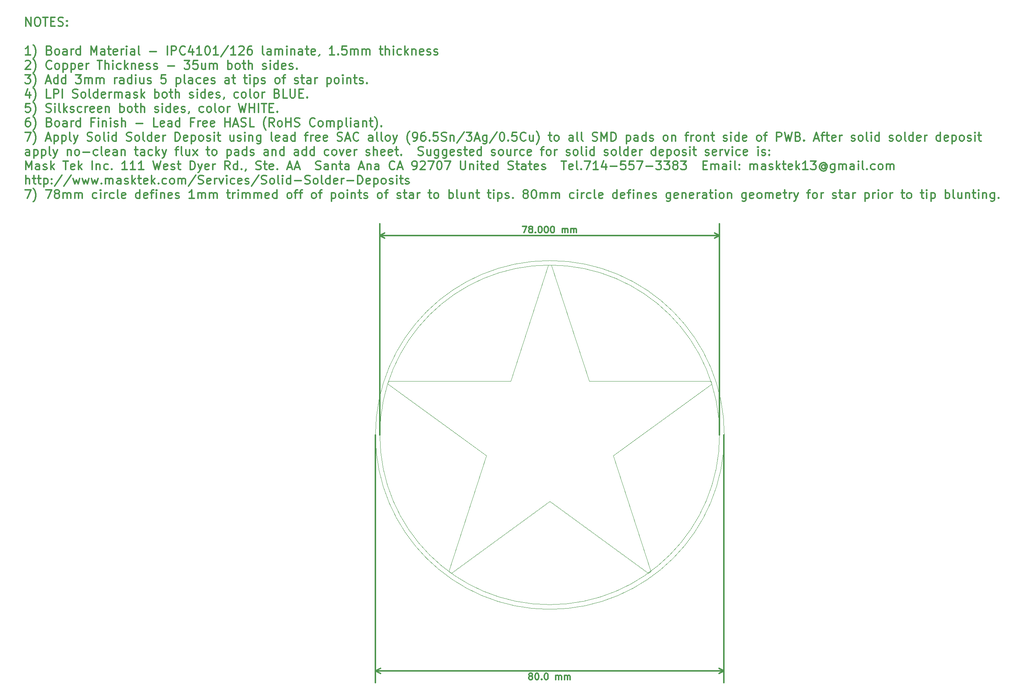
<source format=gbr>
G04 #@! TF.GenerationSoftware,KiCad,Pcbnew,(5.0.0)*
G04 #@! TF.CreationDate,2018-11-25T22:53:09-05:00*
G04 #@! TF.ProjectId,Blink_Badge,426C696E6B5F42616467652E6B696361,B*
G04 #@! TF.SameCoordinates,Original*
G04 #@! TF.FileFunction,Drawing*
%FSLAX46Y46*%
G04 Gerber Fmt 4.6, Leading zero omitted, Abs format (unit mm)*
G04 Created by KiCad (PCBNEW (5.0.0)) date 11/25/18 22:53:09*
%MOMM*%
%LPD*%
G01*
G04 APERTURE LIST*
%ADD10C,0.300000*%
%ADD11C,0.100000*%
G04 APERTURE END LIST*
D10*
X130964285Y-60778571D02*
X131964285Y-60778571D01*
X131321428Y-62278571D01*
X132750000Y-61421428D02*
X132607142Y-61350000D01*
X132535714Y-61278571D01*
X132464285Y-61135714D01*
X132464285Y-61064285D01*
X132535714Y-60921428D01*
X132607142Y-60850000D01*
X132750000Y-60778571D01*
X133035714Y-60778571D01*
X133178571Y-60850000D01*
X133250000Y-60921428D01*
X133321428Y-61064285D01*
X133321428Y-61135714D01*
X133250000Y-61278571D01*
X133178571Y-61350000D01*
X133035714Y-61421428D01*
X132750000Y-61421428D01*
X132607142Y-61492857D01*
X132535714Y-61564285D01*
X132464285Y-61707142D01*
X132464285Y-61992857D01*
X132535714Y-62135714D01*
X132607142Y-62207142D01*
X132750000Y-62278571D01*
X133035714Y-62278571D01*
X133178571Y-62207142D01*
X133250000Y-62135714D01*
X133321428Y-61992857D01*
X133321428Y-61707142D01*
X133250000Y-61564285D01*
X133178571Y-61492857D01*
X133035714Y-61421428D01*
X133964285Y-62135714D02*
X134035714Y-62207142D01*
X133964285Y-62278571D01*
X133892857Y-62207142D01*
X133964285Y-62135714D01*
X133964285Y-62278571D01*
X134964285Y-60778571D02*
X135107142Y-60778571D01*
X135250000Y-60850000D01*
X135321428Y-60921428D01*
X135392857Y-61064285D01*
X135464285Y-61350000D01*
X135464285Y-61707142D01*
X135392857Y-61992857D01*
X135321428Y-62135714D01*
X135250000Y-62207142D01*
X135107142Y-62278571D01*
X134964285Y-62278571D01*
X134821428Y-62207142D01*
X134750000Y-62135714D01*
X134678571Y-61992857D01*
X134607142Y-61707142D01*
X134607142Y-61350000D01*
X134678571Y-61064285D01*
X134750000Y-60921428D01*
X134821428Y-60850000D01*
X134964285Y-60778571D01*
X136392857Y-60778571D02*
X136535714Y-60778571D01*
X136678571Y-60850000D01*
X136750000Y-60921428D01*
X136821428Y-61064285D01*
X136892857Y-61350000D01*
X136892857Y-61707142D01*
X136821428Y-61992857D01*
X136750000Y-62135714D01*
X136678571Y-62207142D01*
X136535714Y-62278571D01*
X136392857Y-62278571D01*
X136250000Y-62207142D01*
X136178571Y-62135714D01*
X136107142Y-61992857D01*
X136035714Y-61707142D01*
X136035714Y-61350000D01*
X136107142Y-61064285D01*
X136178571Y-60921428D01*
X136250000Y-60850000D01*
X136392857Y-60778571D01*
X137821428Y-60778571D02*
X137964285Y-60778571D01*
X138107142Y-60850000D01*
X138178571Y-60921428D01*
X138250000Y-61064285D01*
X138321428Y-61350000D01*
X138321428Y-61707142D01*
X138250000Y-61992857D01*
X138178571Y-62135714D01*
X138107142Y-62207142D01*
X137964285Y-62278571D01*
X137821428Y-62278571D01*
X137678571Y-62207142D01*
X137607142Y-62135714D01*
X137535714Y-61992857D01*
X137464285Y-61707142D01*
X137464285Y-61350000D01*
X137535714Y-61064285D01*
X137607142Y-60921428D01*
X137678571Y-60850000D01*
X137821428Y-60778571D01*
X140107142Y-62278571D02*
X140107142Y-61278571D01*
X140107142Y-61421428D02*
X140178571Y-61350000D01*
X140321428Y-61278571D01*
X140535714Y-61278571D01*
X140678571Y-61350000D01*
X140750000Y-61492857D01*
X140750000Y-62278571D01*
X140750000Y-61492857D02*
X140821428Y-61350000D01*
X140964285Y-61278571D01*
X141178571Y-61278571D01*
X141321428Y-61350000D01*
X141392857Y-61492857D01*
X141392857Y-62278571D01*
X142107142Y-62278571D02*
X142107142Y-61278571D01*
X142107142Y-61421428D02*
X142178571Y-61350000D01*
X142321428Y-61278571D01*
X142535714Y-61278571D01*
X142678571Y-61350000D01*
X142750000Y-61492857D01*
X142750000Y-62278571D01*
X142750000Y-61492857D02*
X142821428Y-61350000D01*
X142964285Y-61278571D01*
X143178571Y-61278571D01*
X143321428Y-61350000D01*
X143392857Y-61492857D01*
X143392857Y-62278571D01*
X98250000Y-62950000D02*
X176250000Y-62950000D01*
X98250000Y-108725000D02*
X98250000Y-60250000D01*
X176250000Y-108725000D02*
X176250000Y-60250000D01*
X176250000Y-62950000D02*
X175123496Y-63536421D01*
X176250000Y-62950000D02*
X175123496Y-62363579D01*
X98250000Y-62950000D02*
X99376504Y-63536421D01*
X98250000Y-62950000D02*
X99376504Y-62363579D01*
D11*
X159900000Y-140450000D02*
X160475000Y-140025000D01*
X114100000Y-140075000D02*
X114625000Y-140475000D01*
X100250000Y-96350000D02*
X100050000Y-96975000D01*
X136950000Y-69700000D02*
X137625000Y-69700000D01*
X174250000Y-96350000D02*
X174475000Y-97025000D01*
X174250000Y-96350000D02*
X146290000Y-96345000D01*
X176250000Y-108700000D02*
G75*
G03X176250000Y-108700000I-39000000J0D01*
G01*
X177339969Y-108720000D02*
G75*
G03X177339969Y-108720000I-40049969J0D01*
G01*
D10*
X132736158Y-164080232D02*
X132593319Y-164008768D01*
X132521908Y-163937321D01*
X132450515Y-163794446D01*
X132450533Y-163723018D01*
X132521998Y-163580178D01*
X132593444Y-163508768D01*
X132736319Y-163437375D01*
X133022033Y-163437446D01*
X133164873Y-163508910D01*
X133236283Y-163580357D01*
X133307676Y-163723232D01*
X133307658Y-163794660D01*
X133236194Y-163937500D01*
X133164748Y-164008910D01*
X133021873Y-164080303D01*
X132736158Y-164080232D01*
X132593283Y-164151625D01*
X132521837Y-164223035D01*
X132450373Y-164365875D01*
X132450301Y-164651589D01*
X132521694Y-164794464D01*
X132593105Y-164865910D01*
X132735944Y-164937375D01*
X133021658Y-164937446D01*
X133164533Y-164866053D01*
X133235980Y-164794643D01*
X133307444Y-164651803D01*
X133307515Y-164366089D01*
X133236123Y-164223214D01*
X133164712Y-164151768D01*
X133021873Y-164080303D01*
X134236319Y-163437750D02*
X134379176Y-163437785D01*
X134522015Y-163509250D01*
X134593426Y-163580696D01*
X134664819Y-163723571D01*
X134736176Y-164009303D01*
X134736087Y-164366446D01*
X134664587Y-164652143D01*
X134593122Y-164794982D01*
X134521676Y-164866393D01*
X134378801Y-164937785D01*
X134235944Y-164937750D01*
X134093105Y-164866285D01*
X134021694Y-164794839D01*
X133950301Y-164651964D01*
X133878944Y-164366232D01*
X133879033Y-164009089D01*
X133950533Y-163723393D01*
X134021998Y-163580553D01*
X134093444Y-163509143D01*
X134236319Y-163437750D01*
X135378837Y-164795178D02*
X135450247Y-164866625D01*
X135378801Y-164938036D01*
X135307390Y-164866589D01*
X135378837Y-164795178D01*
X135378801Y-164938036D01*
X136379176Y-163438286D02*
X136522033Y-163438321D01*
X136664872Y-163509786D01*
X136736283Y-163581232D01*
X136807676Y-163724107D01*
X136879033Y-164009839D01*
X136878944Y-164366982D01*
X136807444Y-164652678D01*
X136735980Y-164795518D01*
X136664533Y-164866928D01*
X136521658Y-164938321D01*
X136378801Y-164938286D01*
X136235962Y-164866821D01*
X136164551Y-164795375D01*
X136093158Y-164652500D01*
X136021801Y-164366768D01*
X136021890Y-164009625D01*
X136093390Y-163723928D01*
X136164855Y-163581089D01*
X136236301Y-163509678D01*
X136379176Y-163438286D01*
X138664515Y-164938857D02*
X138664765Y-163938857D01*
X138664730Y-164081714D02*
X138736176Y-164010304D01*
X138879051Y-163938911D01*
X139093337Y-163938964D01*
X139236176Y-164010429D01*
X139307569Y-164153304D01*
X139307372Y-164939018D01*
X139307569Y-164153304D02*
X139379033Y-164010464D01*
X139521908Y-163939072D01*
X139736194Y-163939125D01*
X139879033Y-164010589D01*
X139950426Y-164153464D01*
X139950229Y-164939179D01*
X140664515Y-164939357D02*
X140664765Y-163939357D01*
X140664729Y-164082214D02*
X140736176Y-164010804D01*
X140879051Y-163939411D01*
X141093337Y-163939464D01*
X141236176Y-164010929D01*
X141307569Y-164153804D01*
X141307372Y-164939518D01*
X141307569Y-164153804D02*
X141379033Y-164010964D01*
X141521908Y-163939572D01*
X141736194Y-163939625D01*
X141879033Y-164011090D01*
X141950426Y-164153965D01*
X141950229Y-164939679D01*
X97246452Y-162899930D02*
X177226452Y-162919930D01*
X97260000Y-108710000D02*
X97245777Y-165599929D01*
X177240000Y-108730000D02*
X177225777Y-165619929D01*
X177226452Y-162919930D02*
X176099802Y-163506069D01*
X177226452Y-162919930D02*
X176100095Y-162333228D01*
X97246452Y-162899930D02*
X98372809Y-163486632D01*
X97246452Y-162899930D02*
X98373102Y-162313791D01*
X16971190Y-14804761D02*
X16971190Y-12804761D01*
X18114047Y-14804761D01*
X18114047Y-12804761D01*
X19447380Y-12804761D02*
X19828333Y-12804761D01*
X20018809Y-12900000D01*
X20209285Y-13090476D01*
X20304523Y-13471428D01*
X20304523Y-14138095D01*
X20209285Y-14519047D01*
X20018809Y-14709523D01*
X19828333Y-14804761D01*
X19447380Y-14804761D01*
X19256904Y-14709523D01*
X19066428Y-14519047D01*
X18971190Y-14138095D01*
X18971190Y-13471428D01*
X19066428Y-13090476D01*
X19256904Y-12900000D01*
X19447380Y-12804761D01*
X20875952Y-12804761D02*
X22018809Y-12804761D01*
X21447380Y-14804761D02*
X21447380Y-12804761D01*
X22685476Y-13757142D02*
X23352142Y-13757142D01*
X23637857Y-14804761D02*
X22685476Y-14804761D01*
X22685476Y-12804761D01*
X23637857Y-12804761D01*
X24399761Y-14709523D02*
X24685476Y-14804761D01*
X25161666Y-14804761D01*
X25352142Y-14709523D01*
X25447380Y-14614285D01*
X25542619Y-14423809D01*
X25542619Y-14233333D01*
X25447380Y-14042857D01*
X25352142Y-13947619D01*
X25161666Y-13852380D01*
X24780714Y-13757142D01*
X24590238Y-13661904D01*
X24495000Y-13566666D01*
X24399761Y-13376190D01*
X24399761Y-13185714D01*
X24495000Y-12995238D01*
X24590238Y-12900000D01*
X24780714Y-12804761D01*
X25256904Y-12804761D01*
X25542619Y-12900000D01*
X26399761Y-14614285D02*
X26495000Y-14709523D01*
X26399761Y-14804761D01*
X26304523Y-14709523D01*
X26399761Y-14614285D01*
X26399761Y-14804761D01*
X26399761Y-13566666D02*
X26495000Y-13661904D01*
X26399761Y-13757142D01*
X26304523Y-13661904D01*
X26399761Y-13566666D01*
X26399761Y-13757142D01*
X18018809Y-21404761D02*
X16875952Y-21404761D01*
X17447380Y-21404761D02*
X17447380Y-19404761D01*
X17256904Y-19690476D01*
X17066428Y-19880952D01*
X16875952Y-19976190D01*
X18685476Y-22166666D02*
X18780714Y-22071428D01*
X18971190Y-21785714D01*
X19066428Y-21595238D01*
X19161666Y-21309523D01*
X19256904Y-20833333D01*
X19256904Y-20452380D01*
X19161666Y-19976190D01*
X19066428Y-19690476D01*
X18971190Y-19500000D01*
X18780714Y-19214285D01*
X18685476Y-19119047D01*
X22399761Y-20357142D02*
X22685476Y-20452380D01*
X22780714Y-20547619D01*
X22875952Y-20738095D01*
X22875952Y-21023809D01*
X22780714Y-21214285D01*
X22685476Y-21309523D01*
X22495000Y-21404761D01*
X21733095Y-21404761D01*
X21733095Y-19404761D01*
X22399761Y-19404761D01*
X22590238Y-19500000D01*
X22685476Y-19595238D01*
X22780714Y-19785714D01*
X22780714Y-19976190D01*
X22685476Y-20166666D01*
X22590238Y-20261904D01*
X22399761Y-20357142D01*
X21733095Y-20357142D01*
X24018809Y-21404761D02*
X23828333Y-21309523D01*
X23733095Y-21214285D01*
X23637857Y-21023809D01*
X23637857Y-20452380D01*
X23733095Y-20261904D01*
X23828333Y-20166666D01*
X24018809Y-20071428D01*
X24304523Y-20071428D01*
X24495000Y-20166666D01*
X24590238Y-20261904D01*
X24685476Y-20452380D01*
X24685476Y-21023809D01*
X24590238Y-21214285D01*
X24495000Y-21309523D01*
X24304523Y-21404761D01*
X24018809Y-21404761D01*
X26399761Y-21404761D02*
X26399761Y-20357142D01*
X26304523Y-20166666D01*
X26114047Y-20071428D01*
X25733095Y-20071428D01*
X25542619Y-20166666D01*
X26399761Y-21309523D02*
X26209285Y-21404761D01*
X25733095Y-21404761D01*
X25542619Y-21309523D01*
X25447380Y-21119047D01*
X25447380Y-20928571D01*
X25542619Y-20738095D01*
X25733095Y-20642857D01*
X26209285Y-20642857D01*
X26399761Y-20547619D01*
X27352142Y-21404761D02*
X27352142Y-20071428D01*
X27352142Y-20452380D02*
X27447380Y-20261904D01*
X27542619Y-20166666D01*
X27733095Y-20071428D01*
X27923571Y-20071428D01*
X29447380Y-21404761D02*
X29447380Y-19404761D01*
X29447380Y-21309523D02*
X29256904Y-21404761D01*
X28875952Y-21404761D01*
X28685476Y-21309523D01*
X28590238Y-21214285D01*
X28495000Y-21023809D01*
X28495000Y-20452380D01*
X28590238Y-20261904D01*
X28685476Y-20166666D01*
X28875952Y-20071428D01*
X29256904Y-20071428D01*
X29447380Y-20166666D01*
X31923571Y-21404761D02*
X31923571Y-19404761D01*
X32590238Y-20833333D01*
X33256904Y-19404761D01*
X33256904Y-21404761D01*
X35066428Y-21404761D02*
X35066428Y-20357142D01*
X34971190Y-20166666D01*
X34780714Y-20071428D01*
X34399761Y-20071428D01*
X34209285Y-20166666D01*
X35066428Y-21309523D02*
X34875952Y-21404761D01*
X34399761Y-21404761D01*
X34209285Y-21309523D01*
X34114047Y-21119047D01*
X34114047Y-20928571D01*
X34209285Y-20738095D01*
X34399761Y-20642857D01*
X34875952Y-20642857D01*
X35066428Y-20547619D01*
X35733095Y-20071428D02*
X36495000Y-20071428D01*
X36018809Y-19404761D02*
X36018809Y-21119047D01*
X36114047Y-21309523D01*
X36304523Y-21404761D01*
X36495000Y-21404761D01*
X37923571Y-21309523D02*
X37733095Y-21404761D01*
X37352142Y-21404761D01*
X37161666Y-21309523D01*
X37066428Y-21119047D01*
X37066428Y-20357142D01*
X37161666Y-20166666D01*
X37352142Y-20071428D01*
X37733095Y-20071428D01*
X37923571Y-20166666D01*
X38018809Y-20357142D01*
X38018809Y-20547619D01*
X37066428Y-20738095D01*
X38875952Y-21404761D02*
X38875952Y-20071428D01*
X38875952Y-20452380D02*
X38971190Y-20261904D01*
X39066428Y-20166666D01*
X39256904Y-20071428D01*
X39447380Y-20071428D01*
X40114047Y-21404761D02*
X40114047Y-20071428D01*
X40114047Y-19404761D02*
X40018809Y-19500000D01*
X40114047Y-19595238D01*
X40209285Y-19500000D01*
X40114047Y-19404761D01*
X40114047Y-19595238D01*
X41923571Y-21404761D02*
X41923571Y-20357142D01*
X41828333Y-20166666D01*
X41637857Y-20071428D01*
X41256904Y-20071428D01*
X41066428Y-20166666D01*
X41923571Y-21309523D02*
X41733095Y-21404761D01*
X41256904Y-21404761D01*
X41066428Y-21309523D01*
X40971190Y-21119047D01*
X40971190Y-20928571D01*
X41066428Y-20738095D01*
X41256904Y-20642857D01*
X41733095Y-20642857D01*
X41923571Y-20547619D01*
X43161666Y-21404761D02*
X42971190Y-21309523D01*
X42875952Y-21119047D01*
X42875952Y-19404761D01*
X45447380Y-20642857D02*
X46971190Y-20642857D01*
X49447380Y-21404761D02*
X49447380Y-19404761D01*
X50399761Y-21404761D02*
X50399761Y-19404761D01*
X51161666Y-19404761D01*
X51352142Y-19500000D01*
X51447380Y-19595238D01*
X51542619Y-19785714D01*
X51542619Y-20071428D01*
X51447380Y-20261904D01*
X51352142Y-20357142D01*
X51161666Y-20452380D01*
X50399761Y-20452380D01*
X53542619Y-21214285D02*
X53447380Y-21309523D01*
X53161666Y-21404761D01*
X52971190Y-21404761D01*
X52685476Y-21309523D01*
X52495000Y-21119047D01*
X52399761Y-20928571D01*
X52304523Y-20547619D01*
X52304523Y-20261904D01*
X52399761Y-19880952D01*
X52495000Y-19690476D01*
X52685476Y-19500000D01*
X52971190Y-19404761D01*
X53161666Y-19404761D01*
X53447380Y-19500000D01*
X53542619Y-19595238D01*
X55256904Y-20071428D02*
X55256904Y-21404761D01*
X54780714Y-19309523D02*
X54304523Y-20738095D01*
X55542619Y-20738095D01*
X57352142Y-21404761D02*
X56209285Y-21404761D01*
X56780714Y-21404761D02*
X56780714Y-19404761D01*
X56590238Y-19690476D01*
X56399761Y-19880952D01*
X56209285Y-19976190D01*
X58590238Y-19404761D02*
X58780714Y-19404761D01*
X58971190Y-19500000D01*
X59066428Y-19595238D01*
X59161666Y-19785714D01*
X59256904Y-20166666D01*
X59256904Y-20642857D01*
X59161666Y-21023809D01*
X59066428Y-21214285D01*
X58971190Y-21309523D01*
X58780714Y-21404761D01*
X58590238Y-21404761D01*
X58399761Y-21309523D01*
X58304523Y-21214285D01*
X58209285Y-21023809D01*
X58114047Y-20642857D01*
X58114047Y-20166666D01*
X58209285Y-19785714D01*
X58304523Y-19595238D01*
X58399761Y-19500000D01*
X58590238Y-19404761D01*
X61161666Y-21404761D02*
X60018809Y-21404761D01*
X60590238Y-21404761D02*
X60590238Y-19404761D01*
X60399761Y-19690476D01*
X60209285Y-19880952D01*
X60018809Y-19976190D01*
X63447380Y-19309523D02*
X61733095Y-21880952D01*
X65161666Y-21404761D02*
X64018809Y-21404761D01*
X64590238Y-21404761D02*
X64590238Y-19404761D01*
X64399761Y-19690476D01*
X64209285Y-19880952D01*
X64018809Y-19976190D01*
X65923571Y-19595238D02*
X66018809Y-19500000D01*
X66209285Y-19404761D01*
X66685476Y-19404761D01*
X66875952Y-19500000D01*
X66971190Y-19595238D01*
X67066428Y-19785714D01*
X67066428Y-19976190D01*
X66971190Y-20261904D01*
X65828333Y-21404761D01*
X67066428Y-21404761D01*
X68780714Y-19404761D02*
X68399761Y-19404761D01*
X68209285Y-19500000D01*
X68114047Y-19595238D01*
X67923571Y-19880952D01*
X67828333Y-20261904D01*
X67828333Y-21023809D01*
X67923571Y-21214285D01*
X68018809Y-21309523D01*
X68209285Y-21404761D01*
X68590238Y-21404761D01*
X68780714Y-21309523D01*
X68875952Y-21214285D01*
X68971190Y-21023809D01*
X68971190Y-20547619D01*
X68875952Y-20357142D01*
X68780714Y-20261904D01*
X68590238Y-20166666D01*
X68209285Y-20166666D01*
X68018809Y-20261904D01*
X67923571Y-20357142D01*
X67828333Y-20547619D01*
X71637857Y-21404761D02*
X71447380Y-21309523D01*
X71352142Y-21119047D01*
X71352142Y-19404761D01*
X73256904Y-21404761D02*
X73256904Y-20357142D01*
X73161666Y-20166666D01*
X72971190Y-20071428D01*
X72590238Y-20071428D01*
X72399761Y-20166666D01*
X73256904Y-21309523D02*
X73066428Y-21404761D01*
X72590238Y-21404761D01*
X72399761Y-21309523D01*
X72304523Y-21119047D01*
X72304523Y-20928571D01*
X72399761Y-20738095D01*
X72590238Y-20642857D01*
X73066428Y-20642857D01*
X73256904Y-20547619D01*
X74209285Y-21404761D02*
X74209285Y-20071428D01*
X74209285Y-20261904D02*
X74304523Y-20166666D01*
X74494999Y-20071428D01*
X74780714Y-20071428D01*
X74971190Y-20166666D01*
X75066428Y-20357142D01*
X75066428Y-21404761D01*
X75066428Y-20357142D02*
X75161666Y-20166666D01*
X75352142Y-20071428D01*
X75637857Y-20071428D01*
X75828333Y-20166666D01*
X75923571Y-20357142D01*
X75923571Y-21404761D01*
X76875952Y-21404761D02*
X76875952Y-20071428D01*
X76875952Y-19404761D02*
X76780714Y-19500000D01*
X76875952Y-19595238D01*
X76971190Y-19500000D01*
X76875952Y-19404761D01*
X76875952Y-19595238D01*
X77828333Y-20071428D02*
X77828333Y-21404761D01*
X77828333Y-20261904D02*
X77923571Y-20166666D01*
X78114047Y-20071428D01*
X78399761Y-20071428D01*
X78590238Y-20166666D01*
X78685476Y-20357142D01*
X78685476Y-21404761D01*
X80494999Y-21404761D02*
X80494999Y-20357142D01*
X80399761Y-20166666D01*
X80209285Y-20071428D01*
X79828333Y-20071428D01*
X79637857Y-20166666D01*
X80494999Y-21309523D02*
X80304523Y-21404761D01*
X79828333Y-21404761D01*
X79637857Y-21309523D01*
X79542619Y-21119047D01*
X79542619Y-20928571D01*
X79637857Y-20738095D01*
X79828333Y-20642857D01*
X80304523Y-20642857D01*
X80494999Y-20547619D01*
X81161666Y-20071428D02*
X81923571Y-20071428D01*
X81447380Y-19404761D02*
X81447380Y-21119047D01*
X81542619Y-21309523D01*
X81733095Y-21404761D01*
X81923571Y-21404761D01*
X83352142Y-21309523D02*
X83161666Y-21404761D01*
X82780714Y-21404761D01*
X82590238Y-21309523D01*
X82494999Y-21119047D01*
X82494999Y-20357142D01*
X82590238Y-20166666D01*
X82780714Y-20071428D01*
X83161666Y-20071428D01*
X83352142Y-20166666D01*
X83447380Y-20357142D01*
X83447380Y-20547619D01*
X82494999Y-20738095D01*
X84399761Y-21309523D02*
X84399761Y-21404761D01*
X84304523Y-21595238D01*
X84209285Y-21690476D01*
X87828333Y-21404761D02*
X86685476Y-21404761D01*
X87256904Y-21404761D02*
X87256904Y-19404761D01*
X87066428Y-19690476D01*
X86875952Y-19880952D01*
X86685476Y-19976190D01*
X88685476Y-21214285D02*
X88780714Y-21309523D01*
X88685476Y-21404761D01*
X88590238Y-21309523D01*
X88685476Y-21214285D01*
X88685476Y-21404761D01*
X90590238Y-19404761D02*
X89637857Y-19404761D01*
X89542619Y-20357142D01*
X89637857Y-20261904D01*
X89828333Y-20166666D01*
X90304523Y-20166666D01*
X90494999Y-20261904D01*
X90590238Y-20357142D01*
X90685476Y-20547619D01*
X90685476Y-21023809D01*
X90590238Y-21214285D01*
X90494999Y-21309523D01*
X90304523Y-21404761D01*
X89828333Y-21404761D01*
X89637857Y-21309523D01*
X89542619Y-21214285D01*
X91542619Y-21404761D02*
X91542619Y-20071428D01*
X91542619Y-20261904D02*
X91637857Y-20166666D01*
X91828333Y-20071428D01*
X92114047Y-20071428D01*
X92304523Y-20166666D01*
X92399761Y-20357142D01*
X92399761Y-21404761D01*
X92399761Y-20357142D02*
X92494999Y-20166666D01*
X92685476Y-20071428D01*
X92971190Y-20071428D01*
X93161666Y-20166666D01*
X93256904Y-20357142D01*
X93256904Y-21404761D01*
X94209285Y-21404761D02*
X94209285Y-20071428D01*
X94209285Y-20261904D02*
X94304523Y-20166666D01*
X94494999Y-20071428D01*
X94780714Y-20071428D01*
X94971190Y-20166666D01*
X95066428Y-20357142D01*
X95066428Y-21404761D01*
X95066428Y-20357142D02*
X95161666Y-20166666D01*
X95352142Y-20071428D01*
X95637857Y-20071428D01*
X95828333Y-20166666D01*
X95923571Y-20357142D01*
X95923571Y-21404761D01*
X98114047Y-20071428D02*
X98875952Y-20071428D01*
X98399761Y-19404761D02*
X98399761Y-21119047D01*
X98494999Y-21309523D01*
X98685476Y-21404761D01*
X98875952Y-21404761D01*
X99542619Y-21404761D02*
X99542619Y-19404761D01*
X100399761Y-21404761D02*
X100399761Y-20357142D01*
X100304523Y-20166666D01*
X100114047Y-20071428D01*
X99828333Y-20071428D01*
X99637857Y-20166666D01*
X99542619Y-20261904D01*
X101352142Y-21404761D02*
X101352142Y-20071428D01*
X101352142Y-19404761D02*
X101256904Y-19500000D01*
X101352142Y-19595238D01*
X101447380Y-19500000D01*
X101352142Y-19404761D01*
X101352142Y-19595238D01*
X103161666Y-21309523D02*
X102971190Y-21404761D01*
X102590238Y-21404761D01*
X102399761Y-21309523D01*
X102304523Y-21214285D01*
X102209285Y-21023809D01*
X102209285Y-20452380D01*
X102304523Y-20261904D01*
X102399761Y-20166666D01*
X102590238Y-20071428D01*
X102971190Y-20071428D01*
X103161666Y-20166666D01*
X104018809Y-21404761D02*
X104018809Y-19404761D01*
X104209285Y-20642857D02*
X104780714Y-21404761D01*
X104780714Y-20071428D02*
X104018809Y-20833333D01*
X105637857Y-20071428D02*
X105637857Y-21404761D01*
X105637857Y-20261904D02*
X105733095Y-20166666D01*
X105923571Y-20071428D01*
X106209285Y-20071428D01*
X106399761Y-20166666D01*
X106494999Y-20357142D01*
X106494999Y-21404761D01*
X108209285Y-21309523D02*
X108018809Y-21404761D01*
X107637857Y-21404761D01*
X107447380Y-21309523D01*
X107352142Y-21119047D01*
X107352142Y-20357142D01*
X107447380Y-20166666D01*
X107637857Y-20071428D01*
X108018809Y-20071428D01*
X108209285Y-20166666D01*
X108304523Y-20357142D01*
X108304523Y-20547619D01*
X107352142Y-20738095D01*
X109066428Y-21309523D02*
X109256904Y-21404761D01*
X109637857Y-21404761D01*
X109828333Y-21309523D01*
X109923571Y-21119047D01*
X109923571Y-21023809D01*
X109828333Y-20833333D01*
X109637857Y-20738095D01*
X109352142Y-20738095D01*
X109161666Y-20642857D01*
X109066428Y-20452380D01*
X109066428Y-20357142D01*
X109161666Y-20166666D01*
X109352142Y-20071428D01*
X109637857Y-20071428D01*
X109828333Y-20166666D01*
X110685476Y-21309523D02*
X110875952Y-21404761D01*
X111256904Y-21404761D01*
X111447380Y-21309523D01*
X111542619Y-21119047D01*
X111542619Y-21023809D01*
X111447380Y-20833333D01*
X111256904Y-20738095D01*
X110971190Y-20738095D01*
X110780714Y-20642857D01*
X110685476Y-20452380D01*
X110685476Y-20357142D01*
X110780714Y-20166666D01*
X110971190Y-20071428D01*
X111256904Y-20071428D01*
X111447380Y-20166666D01*
X16875952Y-22895238D02*
X16971190Y-22800000D01*
X17161666Y-22704761D01*
X17637857Y-22704761D01*
X17828333Y-22800000D01*
X17923571Y-22895238D01*
X18018809Y-23085714D01*
X18018809Y-23276190D01*
X17923571Y-23561904D01*
X16780714Y-24704761D01*
X18018809Y-24704761D01*
X18685476Y-25466666D02*
X18780714Y-25371428D01*
X18971190Y-25085714D01*
X19066428Y-24895238D01*
X19161666Y-24609523D01*
X19256904Y-24133333D01*
X19256904Y-23752380D01*
X19161666Y-23276190D01*
X19066428Y-22990476D01*
X18971190Y-22800000D01*
X18780714Y-22514285D01*
X18685476Y-22419047D01*
X22875952Y-24514285D02*
X22780714Y-24609523D01*
X22495000Y-24704761D01*
X22304523Y-24704761D01*
X22018809Y-24609523D01*
X21828333Y-24419047D01*
X21733095Y-24228571D01*
X21637857Y-23847619D01*
X21637857Y-23561904D01*
X21733095Y-23180952D01*
X21828333Y-22990476D01*
X22018809Y-22800000D01*
X22304523Y-22704761D01*
X22495000Y-22704761D01*
X22780714Y-22800000D01*
X22875952Y-22895238D01*
X24018809Y-24704761D02*
X23828333Y-24609523D01*
X23733095Y-24514285D01*
X23637857Y-24323809D01*
X23637857Y-23752380D01*
X23733095Y-23561904D01*
X23828333Y-23466666D01*
X24018809Y-23371428D01*
X24304523Y-23371428D01*
X24495000Y-23466666D01*
X24590238Y-23561904D01*
X24685476Y-23752380D01*
X24685476Y-24323809D01*
X24590238Y-24514285D01*
X24495000Y-24609523D01*
X24304523Y-24704761D01*
X24018809Y-24704761D01*
X25542619Y-23371428D02*
X25542619Y-25371428D01*
X25542619Y-23466666D02*
X25733095Y-23371428D01*
X26114047Y-23371428D01*
X26304523Y-23466666D01*
X26399761Y-23561904D01*
X26495000Y-23752380D01*
X26495000Y-24323809D01*
X26399761Y-24514285D01*
X26304523Y-24609523D01*
X26114047Y-24704761D01*
X25733095Y-24704761D01*
X25542619Y-24609523D01*
X27352142Y-23371428D02*
X27352142Y-25371428D01*
X27352142Y-23466666D02*
X27542619Y-23371428D01*
X27923571Y-23371428D01*
X28114047Y-23466666D01*
X28209285Y-23561904D01*
X28304523Y-23752380D01*
X28304523Y-24323809D01*
X28209285Y-24514285D01*
X28114047Y-24609523D01*
X27923571Y-24704761D01*
X27542619Y-24704761D01*
X27352142Y-24609523D01*
X29923571Y-24609523D02*
X29733095Y-24704761D01*
X29352142Y-24704761D01*
X29161666Y-24609523D01*
X29066428Y-24419047D01*
X29066428Y-23657142D01*
X29161666Y-23466666D01*
X29352142Y-23371428D01*
X29733095Y-23371428D01*
X29923571Y-23466666D01*
X30018809Y-23657142D01*
X30018809Y-23847619D01*
X29066428Y-24038095D01*
X30875952Y-24704761D02*
X30875952Y-23371428D01*
X30875952Y-23752380D02*
X30971190Y-23561904D01*
X31066428Y-23466666D01*
X31256904Y-23371428D01*
X31447380Y-23371428D01*
X33352142Y-22704761D02*
X34495000Y-22704761D01*
X33923571Y-24704761D02*
X33923571Y-22704761D01*
X35161666Y-24704761D02*
X35161666Y-22704761D01*
X36018809Y-24704761D02*
X36018809Y-23657142D01*
X35923571Y-23466666D01*
X35733095Y-23371428D01*
X35447380Y-23371428D01*
X35256904Y-23466666D01*
X35161666Y-23561904D01*
X36971190Y-24704761D02*
X36971190Y-23371428D01*
X36971190Y-22704761D02*
X36875952Y-22800000D01*
X36971190Y-22895238D01*
X37066428Y-22800000D01*
X36971190Y-22704761D01*
X36971190Y-22895238D01*
X38780714Y-24609523D02*
X38590238Y-24704761D01*
X38209285Y-24704761D01*
X38018809Y-24609523D01*
X37923571Y-24514285D01*
X37828333Y-24323809D01*
X37828333Y-23752380D01*
X37923571Y-23561904D01*
X38018809Y-23466666D01*
X38209285Y-23371428D01*
X38590238Y-23371428D01*
X38780714Y-23466666D01*
X39637857Y-24704761D02*
X39637857Y-22704761D01*
X39828333Y-23942857D02*
X40399761Y-24704761D01*
X40399761Y-23371428D02*
X39637857Y-24133333D01*
X41256904Y-23371428D02*
X41256904Y-24704761D01*
X41256904Y-23561904D02*
X41352142Y-23466666D01*
X41542619Y-23371428D01*
X41828333Y-23371428D01*
X42018809Y-23466666D01*
X42114047Y-23657142D01*
X42114047Y-24704761D01*
X43828333Y-24609523D02*
X43637857Y-24704761D01*
X43256904Y-24704761D01*
X43066428Y-24609523D01*
X42971190Y-24419047D01*
X42971190Y-23657142D01*
X43066428Y-23466666D01*
X43256904Y-23371428D01*
X43637857Y-23371428D01*
X43828333Y-23466666D01*
X43923571Y-23657142D01*
X43923571Y-23847619D01*
X42971190Y-24038095D01*
X44685476Y-24609523D02*
X44875952Y-24704761D01*
X45256904Y-24704761D01*
X45447380Y-24609523D01*
X45542619Y-24419047D01*
X45542619Y-24323809D01*
X45447380Y-24133333D01*
X45256904Y-24038095D01*
X44971190Y-24038095D01*
X44780714Y-23942857D01*
X44685476Y-23752380D01*
X44685476Y-23657142D01*
X44780714Y-23466666D01*
X44971190Y-23371428D01*
X45256904Y-23371428D01*
X45447380Y-23466666D01*
X46304523Y-24609523D02*
X46495000Y-24704761D01*
X46875952Y-24704761D01*
X47066428Y-24609523D01*
X47161666Y-24419047D01*
X47161666Y-24323809D01*
X47066428Y-24133333D01*
X46875952Y-24038095D01*
X46590238Y-24038095D01*
X46399761Y-23942857D01*
X46304523Y-23752380D01*
X46304523Y-23657142D01*
X46399761Y-23466666D01*
X46590238Y-23371428D01*
X46875952Y-23371428D01*
X47066428Y-23466666D01*
X49542619Y-23942857D02*
X51066428Y-23942857D01*
X53352142Y-22704761D02*
X54590238Y-22704761D01*
X53923571Y-23466666D01*
X54209285Y-23466666D01*
X54399761Y-23561904D01*
X54494999Y-23657142D01*
X54590238Y-23847619D01*
X54590238Y-24323809D01*
X54494999Y-24514285D01*
X54399761Y-24609523D01*
X54209285Y-24704761D01*
X53637857Y-24704761D01*
X53447380Y-24609523D01*
X53352142Y-24514285D01*
X56399761Y-22704761D02*
X55447380Y-22704761D01*
X55352142Y-23657142D01*
X55447380Y-23561904D01*
X55637857Y-23466666D01*
X56114047Y-23466666D01*
X56304523Y-23561904D01*
X56399761Y-23657142D01*
X56494999Y-23847619D01*
X56494999Y-24323809D01*
X56399761Y-24514285D01*
X56304523Y-24609523D01*
X56114047Y-24704761D01*
X55637857Y-24704761D01*
X55447380Y-24609523D01*
X55352142Y-24514285D01*
X58209285Y-23371428D02*
X58209285Y-24704761D01*
X57352142Y-23371428D02*
X57352142Y-24419047D01*
X57447380Y-24609523D01*
X57637857Y-24704761D01*
X57923571Y-24704761D01*
X58114047Y-24609523D01*
X58209285Y-24514285D01*
X59161666Y-24704761D02*
X59161666Y-23371428D01*
X59161666Y-23561904D02*
X59256904Y-23466666D01*
X59447380Y-23371428D01*
X59733095Y-23371428D01*
X59923571Y-23466666D01*
X60018809Y-23657142D01*
X60018809Y-24704761D01*
X60018809Y-23657142D02*
X60114047Y-23466666D01*
X60304523Y-23371428D01*
X60590238Y-23371428D01*
X60780714Y-23466666D01*
X60875952Y-23657142D01*
X60875952Y-24704761D01*
X63352142Y-24704761D02*
X63352142Y-22704761D01*
X63352142Y-23466666D02*
X63542619Y-23371428D01*
X63923571Y-23371428D01*
X64114047Y-23466666D01*
X64209285Y-23561904D01*
X64304523Y-23752380D01*
X64304523Y-24323809D01*
X64209285Y-24514285D01*
X64114047Y-24609523D01*
X63923571Y-24704761D01*
X63542619Y-24704761D01*
X63352142Y-24609523D01*
X65447380Y-24704761D02*
X65256904Y-24609523D01*
X65161666Y-24514285D01*
X65066428Y-24323809D01*
X65066428Y-23752380D01*
X65161666Y-23561904D01*
X65256904Y-23466666D01*
X65447380Y-23371428D01*
X65733095Y-23371428D01*
X65923571Y-23466666D01*
X66018809Y-23561904D01*
X66114047Y-23752380D01*
X66114047Y-24323809D01*
X66018809Y-24514285D01*
X65923571Y-24609523D01*
X65733095Y-24704761D01*
X65447380Y-24704761D01*
X66685476Y-23371428D02*
X67447380Y-23371428D01*
X66971190Y-22704761D02*
X66971190Y-24419047D01*
X67066428Y-24609523D01*
X67256904Y-24704761D01*
X67447380Y-24704761D01*
X68114047Y-24704761D02*
X68114047Y-22704761D01*
X68971190Y-24704761D02*
X68971190Y-23657142D01*
X68875952Y-23466666D01*
X68685476Y-23371428D01*
X68399761Y-23371428D01*
X68209285Y-23466666D01*
X68114047Y-23561904D01*
X71352142Y-24609523D02*
X71542619Y-24704761D01*
X71923571Y-24704761D01*
X72114047Y-24609523D01*
X72209285Y-24419047D01*
X72209285Y-24323809D01*
X72114047Y-24133333D01*
X71923571Y-24038095D01*
X71637857Y-24038095D01*
X71447380Y-23942857D01*
X71352142Y-23752380D01*
X71352142Y-23657142D01*
X71447380Y-23466666D01*
X71637857Y-23371428D01*
X71923571Y-23371428D01*
X72114047Y-23466666D01*
X73066428Y-24704761D02*
X73066428Y-23371428D01*
X73066428Y-22704761D02*
X72971190Y-22800000D01*
X73066428Y-22895238D01*
X73161666Y-22800000D01*
X73066428Y-22704761D01*
X73066428Y-22895238D01*
X74875952Y-24704761D02*
X74875952Y-22704761D01*
X74875952Y-24609523D02*
X74685476Y-24704761D01*
X74304523Y-24704761D01*
X74114047Y-24609523D01*
X74018809Y-24514285D01*
X73923571Y-24323809D01*
X73923571Y-23752380D01*
X74018809Y-23561904D01*
X74114047Y-23466666D01*
X74304523Y-23371428D01*
X74685476Y-23371428D01*
X74875952Y-23466666D01*
X76590238Y-24609523D02*
X76399761Y-24704761D01*
X76018809Y-24704761D01*
X75828333Y-24609523D01*
X75733095Y-24419047D01*
X75733095Y-23657142D01*
X75828333Y-23466666D01*
X76018809Y-23371428D01*
X76399761Y-23371428D01*
X76590238Y-23466666D01*
X76685476Y-23657142D01*
X76685476Y-23847619D01*
X75733095Y-24038095D01*
X77447380Y-24609523D02*
X77637857Y-24704761D01*
X78018809Y-24704761D01*
X78209285Y-24609523D01*
X78304523Y-24419047D01*
X78304523Y-24323809D01*
X78209285Y-24133333D01*
X78018809Y-24038095D01*
X77733095Y-24038095D01*
X77542619Y-23942857D01*
X77447380Y-23752380D01*
X77447380Y-23657142D01*
X77542619Y-23466666D01*
X77733095Y-23371428D01*
X78018809Y-23371428D01*
X78209285Y-23466666D01*
X79161666Y-24514285D02*
X79256904Y-24609523D01*
X79161666Y-24704761D01*
X79066428Y-24609523D01*
X79161666Y-24514285D01*
X79161666Y-24704761D01*
X16780714Y-26004761D02*
X18018809Y-26004761D01*
X17352142Y-26766666D01*
X17637857Y-26766666D01*
X17828333Y-26861904D01*
X17923571Y-26957142D01*
X18018809Y-27147619D01*
X18018809Y-27623809D01*
X17923571Y-27814285D01*
X17828333Y-27909523D01*
X17637857Y-28004761D01*
X17066428Y-28004761D01*
X16875952Y-27909523D01*
X16780714Y-27814285D01*
X18685476Y-28766666D02*
X18780714Y-28671428D01*
X18971190Y-28385714D01*
X19066428Y-28195238D01*
X19161666Y-27909523D01*
X19256904Y-27433333D01*
X19256904Y-27052380D01*
X19161666Y-26576190D01*
X19066428Y-26290476D01*
X18971190Y-26100000D01*
X18780714Y-25814285D01*
X18685476Y-25719047D01*
X21637857Y-27433333D02*
X22590238Y-27433333D01*
X21447380Y-28004761D02*
X22114047Y-26004761D01*
X22780714Y-28004761D01*
X24304523Y-28004761D02*
X24304523Y-26004761D01*
X24304523Y-27909523D02*
X24114047Y-28004761D01*
X23733095Y-28004761D01*
X23542619Y-27909523D01*
X23447380Y-27814285D01*
X23352142Y-27623809D01*
X23352142Y-27052380D01*
X23447380Y-26861904D01*
X23542619Y-26766666D01*
X23733095Y-26671428D01*
X24114047Y-26671428D01*
X24304523Y-26766666D01*
X26114047Y-28004761D02*
X26114047Y-26004761D01*
X26114047Y-27909523D02*
X25923571Y-28004761D01*
X25542619Y-28004761D01*
X25352142Y-27909523D01*
X25256904Y-27814285D01*
X25161666Y-27623809D01*
X25161666Y-27052380D01*
X25256904Y-26861904D01*
X25352142Y-26766666D01*
X25542619Y-26671428D01*
X25923571Y-26671428D01*
X26114047Y-26766666D01*
X28399761Y-26004761D02*
X29637857Y-26004761D01*
X28971190Y-26766666D01*
X29256904Y-26766666D01*
X29447380Y-26861904D01*
X29542619Y-26957142D01*
X29637857Y-27147619D01*
X29637857Y-27623809D01*
X29542619Y-27814285D01*
X29447380Y-27909523D01*
X29256904Y-28004761D01*
X28685476Y-28004761D01*
X28495000Y-27909523D01*
X28399761Y-27814285D01*
X30495000Y-28004761D02*
X30495000Y-26671428D01*
X30495000Y-26861904D02*
X30590238Y-26766666D01*
X30780714Y-26671428D01*
X31066428Y-26671428D01*
X31256904Y-26766666D01*
X31352142Y-26957142D01*
X31352142Y-28004761D01*
X31352142Y-26957142D02*
X31447380Y-26766666D01*
X31637857Y-26671428D01*
X31923571Y-26671428D01*
X32114047Y-26766666D01*
X32209285Y-26957142D01*
X32209285Y-28004761D01*
X33161666Y-28004761D02*
X33161666Y-26671428D01*
X33161666Y-26861904D02*
X33256904Y-26766666D01*
X33447380Y-26671428D01*
X33733095Y-26671428D01*
X33923571Y-26766666D01*
X34018809Y-26957142D01*
X34018809Y-28004761D01*
X34018809Y-26957142D02*
X34114047Y-26766666D01*
X34304523Y-26671428D01*
X34590238Y-26671428D01*
X34780714Y-26766666D01*
X34875952Y-26957142D01*
X34875952Y-28004761D01*
X37352142Y-28004761D02*
X37352142Y-26671428D01*
X37352142Y-27052380D02*
X37447380Y-26861904D01*
X37542619Y-26766666D01*
X37733095Y-26671428D01*
X37923571Y-26671428D01*
X39447380Y-28004761D02*
X39447380Y-26957142D01*
X39352142Y-26766666D01*
X39161666Y-26671428D01*
X38780714Y-26671428D01*
X38590238Y-26766666D01*
X39447380Y-27909523D02*
X39256904Y-28004761D01*
X38780714Y-28004761D01*
X38590238Y-27909523D01*
X38495000Y-27719047D01*
X38495000Y-27528571D01*
X38590238Y-27338095D01*
X38780714Y-27242857D01*
X39256904Y-27242857D01*
X39447380Y-27147619D01*
X41256904Y-28004761D02*
X41256904Y-26004761D01*
X41256904Y-27909523D02*
X41066428Y-28004761D01*
X40685476Y-28004761D01*
X40495000Y-27909523D01*
X40399761Y-27814285D01*
X40304523Y-27623809D01*
X40304523Y-27052380D01*
X40399761Y-26861904D01*
X40495000Y-26766666D01*
X40685476Y-26671428D01*
X41066428Y-26671428D01*
X41256904Y-26766666D01*
X42209285Y-28004761D02*
X42209285Y-26671428D01*
X42209285Y-26004761D02*
X42114047Y-26100000D01*
X42209285Y-26195238D01*
X42304523Y-26100000D01*
X42209285Y-26004761D01*
X42209285Y-26195238D01*
X44018809Y-26671428D02*
X44018809Y-28004761D01*
X43161666Y-26671428D02*
X43161666Y-27719047D01*
X43256904Y-27909523D01*
X43447380Y-28004761D01*
X43733095Y-28004761D01*
X43923571Y-27909523D01*
X44018809Y-27814285D01*
X44875952Y-27909523D02*
X45066428Y-28004761D01*
X45447380Y-28004761D01*
X45637857Y-27909523D01*
X45733095Y-27719047D01*
X45733095Y-27623809D01*
X45637857Y-27433333D01*
X45447380Y-27338095D01*
X45161666Y-27338095D01*
X44971190Y-27242857D01*
X44875952Y-27052380D01*
X44875952Y-26957142D01*
X44971190Y-26766666D01*
X45161666Y-26671428D01*
X45447380Y-26671428D01*
X45637857Y-26766666D01*
X49066428Y-26004761D02*
X48114047Y-26004761D01*
X48018809Y-26957142D01*
X48114047Y-26861904D01*
X48304523Y-26766666D01*
X48780714Y-26766666D01*
X48971190Y-26861904D01*
X49066428Y-26957142D01*
X49161666Y-27147619D01*
X49161666Y-27623809D01*
X49066428Y-27814285D01*
X48971190Y-27909523D01*
X48780714Y-28004761D01*
X48304523Y-28004761D01*
X48114047Y-27909523D01*
X48018809Y-27814285D01*
X51542619Y-26671428D02*
X51542619Y-28671428D01*
X51542619Y-26766666D02*
X51733095Y-26671428D01*
X52114047Y-26671428D01*
X52304523Y-26766666D01*
X52399761Y-26861904D01*
X52494999Y-27052380D01*
X52494999Y-27623809D01*
X52399761Y-27814285D01*
X52304523Y-27909523D01*
X52114047Y-28004761D01*
X51733095Y-28004761D01*
X51542619Y-27909523D01*
X53637857Y-28004761D02*
X53447380Y-27909523D01*
X53352142Y-27719047D01*
X53352142Y-26004761D01*
X55256904Y-28004761D02*
X55256904Y-26957142D01*
X55161666Y-26766666D01*
X54971190Y-26671428D01*
X54590238Y-26671428D01*
X54399761Y-26766666D01*
X55256904Y-27909523D02*
X55066428Y-28004761D01*
X54590238Y-28004761D01*
X54399761Y-27909523D01*
X54304523Y-27719047D01*
X54304523Y-27528571D01*
X54399761Y-27338095D01*
X54590238Y-27242857D01*
X55066428Y-27242857D01*
X55256904Y-27147619D01*
X57066428Y-27909523D02*
X56875952Y-28004761D01*
X56494999Y-28004761D01*
X56304523Y-27909523D01*
X56209285Y-27814285D01*
X56114047Y-27623809D01*
X56114047Y-27052380D01*
X56209285Y-26861904D01*
X56304523Y-26766666D01*
X56494999Y-26671428D01*
X56875952Y-26671428D01*
X57066428Y-26766666D01*
X58685476Y-27909523D02*
X58494999Y-28004761D01*
X58114047Y-28004761D01*
X57923571Y-27909523D01*
X57828333Y-27719047D01*
X57828333Y-26957142D01*
X57923571Y-26766666D01*
X58114047Y-26671428D01*
X58494999Y-26671428D01*
X58685476Y-26766666D01*
X58780714Y-26957142D01*
X58780714Y-27147619D01*
X57828333Y-27338095D01*
X59542619Y-27909523D02*
X59733095Y-28004761D01*
X60114047Y-28004761D01*
X60304523Y-27909523D01*
X60399761Y-27719047D01*
X60399761Y-27623809D01*
X60304523Y-27433333D01*
X60114047Y-27338095D01*
X59828333Y-27338095D01*
X59637857Y-27242857D01*
X59542619Y-27052380D01*
X59542619Y-26957142D01*
X59637857Y-26766666D01*
X59828333Y-26671428D01*
X60114047Y-26671428D01*
X60304523Y-26766666D01*
X63637857Y-28004761D02*
X63637857Y-26957142D01*
X63542619Y-26766666D01*
X63352142Y-26671428D01*
X62971190Y-26671428D01*
X62780714Y-26766666D01*
X63637857Y-27909523D02*
X63447380Y-28004761D01*
X62971190Y-28004761D01*
X62780714Y-27909523D01*
X62685476Y-27719047D01*
X62685476Y-27528571D01*
X62780714Y-27338095D01*
X62971190Y-27242857D01*
X63447380Y-27242857D01*
X63637857Y-27147619D01*
X64304523Y-26671428D02*
X65066428Y-26671428D01*
X64590238Y-26004761D02*
X64590238Y-27719047D01*
X64685476Y-27909523D01*
X64875952Y-28004761D01*
X65066428Y-28004761D01*
X66971190Y-26671428D02*
X67733095Y-26671428D01*
X67256904Y-26004761D02*
X67256904Y-27719047D01*
X67352142Y-27909523D01*
X67542619Y-28004761D01*
X67733095Y-28004761D01*
X68399761Y-28004761D02*
X68399761Y-26671428D01*
X68399761Y-26004761D02*
X68304523Y-26100000D01*
X68399761Y-26195238D01*
X68494999Y-26100000D01*
X68399761Y-26004761D01*
X68399761Y-26195238D01*
X69352142Y-26671428D02*
X69352142Y-28671428D01*
X69352142Y-26766666D02*
X69542619Y-26671428D01*
X69923571Y-26671428D01*
X70114047Y-26766666D01*
X70209285Y-26861904D01*
X70304523Y-27052380D01*
X70304523Y-27623809D01*
X70209285Y-27814285D01*
X70114047Y-27909523D01*
X69923571Y-28004761D01*
X69542619Y-28004761D01*
X69352142Y-27909523D01*
X71066428Y-27909523D02*
X71256904Y-28004761D01*
X71637857Y-28004761D01*
X71828333Y-27909523D01*
X71923571Y-27719047D01*
X71923571Y-27623809D01*
X71828333Y-27433333D01*
X71637857Y-27338095D01*
X71352142Y-27338095D01*
X71161666Y-27242857D01*
X71066428Y-27052380D01*
X71066428Y-26957142D01*
X71161666Y-26766666D01*
X71352142Y-26671428D01*
X71637857Y-26671428D01*
X71828333Y-26766666D01*
X74590238Y-28004761D02*
X74399761Y-27909523D01*
X74304523Y-27814285D01*
X74209285Y-27623809D01*
X74209285Y-27052380D01*
X74304523Y-26861904D01*
X74399761Y-26766666D01*
X74590238Y-26671428D01*
X74875952Y-26671428D01*
X75066428Y-26766666D01*
X75161666Y-26861904D01*
X75256904Y-27052380D01*
X75256904Y-27623809D01*
X75161666Y-27814285D01*
X75066428Y-27909523D01*
X74875952Y-28004761D01*
X74590238Y-28004761D01*
X75828333Y-26671428D02*
X76590238Y-26671428D01*
X76114047Y-28004761D02*
X76114047Y-26290476D01*
X76209285Y-26100000D01*
X76399761Y-26004761D01*
X76590238Y-26004761D01*
X78685476Y-27909523D02*
X78875952Y-28004761D01*
X79256904Y-28004761D01*
X79447380Y-27909523D01*
X79542619Y-27719047D01*
X79542619Y-27623809D01*
X79447380Y-27433333D01*
X79256904Y-27338095D01*
X78971190Y-27338095D01*
X78780714Y-27242857D01*
X78685476Y-27052380D01*
X78685476Y-26957142D01*
X78780714Y-26766666D01*
X78971190Y-26671428D01*
X79256904Y-26671428D01*
X79447380Y-26766666D01*
X80114047Y-26671428D02*
X80875952Y-26671428D01*
X80399761Y-26004761D02*
X80399761Y-27719047D01*
X80494999Y-27909523D01*
X80685476Y-28004761D01*
X80875952Y-28004761D01*
X82399761Y-28004761D02*
X82399761Y-26957142D01*
X82304523Y-26766666D01*
X82114047Y-26671428D01*
X81733095Y-26671428D01*
X81542619Y-26766666D01*
X82399761Y-27909523D02*
X82209285Y-28004761D01*
X81733095Y-28004761D01*
X81542619Y-27909523D01*
X81447380Y-27719047D01*
X81447380Y-27528571D01*
X81542619Y-27338095D01*
X81733095Y-27242857D01*
X82209285Y-27242857D01*
X82399761Y-27147619D01*
X83352142Y-28004761D02*
X83352142Y-26671428D01*
X83352142Y-27052380D02*
X83447380Y-26861904D01*
X83542619Y-26766666D01*
X83733095Y-26671428D01*
X83923571Y-26671428D01*
X86114047Y-26671428D02*
X86114047Y-28671428D01*
X86114047Y-26766666D02*
X86304523Y-26671428D01*
X86685476Y-26671428D01*
X86875952Y-26766666D01*
X86971190Y-26861904D01*
X87066428Y-27052380D01*
X87066428Y-27623809D01*
X86971190Y-27814285D01*
X86875952Y-27909523D01*
X86685476Y-28004761D01*
X86304523Y-28004761D01*
X86114047Y-27909523D01*
X88209285Y-28004761D02*
X88018809Y-27909523D01*
X87923571Y-27814285D01*
X87828333Y-27623809D01*
X87828333Y-27052380D01*
X87923571Y-26861904D01*
X88018809Y-26766666D01*
X88209285Y-26671428D01*
X88494999Y-26671428D01*
X88685476Y-26766666D01*
X88780714Y-26861904D01*
X88875952Y-27052380D01*
X88875952Y-27623809D01*
X88780714Y-27814285D01*
X88685476Y-27909523D01*
X88494999Y-28004761D01*
X88209285Y-28004761D01*
X89733095Y-28004761D02*
X89733095Y-26671428D01*
X89733095Y-26004761D02*
X89637857Y-26100000D01*
X89733095Y-26195238D01*
X89828333Y-26100000D01*
X89733095Y-26004761D01*
X89733095Y-26195238D01*
X90685476Y-26671428D02*
X90685476Y-28004761D01*
X90685476Y-26861904D02*
X90780714Y-26766666D01*
X90971190Y-26671428D01*
X91256904Y-26671428D01*
X91447380Y-26766666D01*
X91542619Y-26957142D01*
X91542619Y-28004761D01*
X92209285Y-26671428D02*
X92971190Y-26671428D01*
X92494999Y-26004761D02*
X92494999Y-27719047D01*
X92590238Y-27909523D01*
X92780714Y-28004761D01*
X92971190Y-28004761D01*
X93542619Y-27909523D02*
X93733095Y-28004761D01*
X94114047Y-28004761D01*
X94304523Y-27909523D01*
X94399761Y-27719047D01*
X94399761Y-27623809D01*
X94304523Y-27433333D01*
X94114047Y-27338095D01*
X93828333Y-27338095D01*
X93637857Y-27242857D01*
X93542619Y-27052380D01*
X93542619Y-26957142D01*
X93637857Y-26766666D01*
X93828333Y-26671428D01*
X94114047Y-26671428D01*
X94304523Y-26766666D01*
X95256904Y-27814285D02*
X95352142Y-27909523D01*
X95256904Y-28004761D01*
X95161666Y-27909523D01*
X95256904Y-27814285D01*
X95256904Y-28004761D01*
X17828333Y-29971428D02*
X17828333Y-31304761D01*
X17352142Y-29209523D02*
X16875952Y-30638095D01*
X18114047Y-30638095D01*
X18685476Y-32066666D02*
X18780714Y-31971428D01*
X18971190Y-31685714D01*
X19066428Y-31495238D01*
X19161666Y-31209523D01*
X19256904Y-30733333D01*
X19256904Y-30352380D01*
X19161666Y-29876190D01*
X19066428Y-29590476D01*
X18971190Y-29400000D01*
X18780714Y-29114285D01*
X18685476Y-29019047D01*
X22685476Y-31304761D02*
X21733095Y-31304761D01*
X21733095Y-29304761D01*
X23352142Y-31304761D02*
X23352142Y-29304761D01*
X24114047Y-29304761D01*
X24304523Y-29400000D01*
X24399761Y-29495238D01*
X24495000Y-29685714D01*
X24495000Y-29971428D01*
X24399761Y-30161904D01*
X24304523Y-30257142D01*
X24114047Y-30352380D01*
X23352142Y-30352380D01*
X25352142Y-31304761D02*
X25352142Y-29304761D01*
X27733095Y-31209523D02*
X28018809Y-31304761D01*
X28495000Y-31304761D01*
X28685476Y-31209523D01*
X28780714Y-31114285D01*
X28875952Y-30923809D01*
X28875952Y-30733333D01*
X28780714Y-30542857D01*
X28685476Y-30447619D01*
X28495000Y-30352380D01*
X28114047Y-30257142D01*
X27923571Y-30161904D01*
X27828333Y-30066666D01*
X27733095Y-29876190D01*
X27733095Y-29685714D01*
X27828333Y-29495238D01*
X27923571Y-29400000D01*
X28114047Y-29304761D01*
X28590238Y-29304761D01*
X28875952Y-29400000D01*
X30018809Y-31304761D02*
X29828333Y-31209523D01*
X29733095Y-31114285D01*
X29637857Y-30923809D01*
X29637857Y-30352380D01*
X29733095Y-30161904D01*
X29828333Y-30066666D01*
X30018809Y-29971428D01*
X30304523Y-29971428D01*
X30495000Y-30066666D01*
X30590238Y-30161904D01*
X30685476Y-30352380D01*
X30685476Y-30923809D01*
X30590238Y-31114285D01*
X30495000Y-31209523D01*
X30304523Y-31304761D01*
X30018809Y-31304761D01*
X31828333Y-31304761D02*
X31637857Y-31209523D01*
X31542619Y-31019047D01*
X31542619Y-29304761D01*
X33447380Y-31304761D02*
X33447380Y-29304761D01*
X33447380Y-31209523D02*
X33256904Y-31304761D01*
X32875952Y-31304761D01*
X32685476Y-31209523D01*
X32590238Y-31114285D01*
X32495000Y-30923809D01*
X32495000Y-30352380D01*
X32590238Y-30161904D01*
X32685476Y-30066666D01*
X32875952Y-29971428D01*
X33256904Y-29971428D01*
X33447380Y-30066666D01*
X35161666Y-31209523D02*
X34971190Y-31304761D01*
X34590238Y-31304761D01*
X34399761Y-31209523D01*
X34304523Y-31019047D01*
X34304523Y-30257142D01*
X34399761Y-30066666D01*
X34590238Y-29971428D01*
X34971190Y-29971428D01*
X35161666Y-30066666D01*
X35256904Y-30257142D01*
X35256904Y-30447619D01*
X34304523Y-30638095D01*
X36114047Y-31304761D02*
X36114047Y-29971428D01*
X36114047Y-30352380D02*
X36209285Y-30161904D01*
X36304523Y-30066666D01*
X36495000Y-29971428D01*
X36685476Y-29971428D01*
X37352142Y-31304761D02*
X37352142Y-29971428D01*
X37352142Y-30161904D02*
X37447380Y-30066666D01*
X37637857Y-29971428D01*
X37923571Y-29971428D01*
X38114047Y-30066666D01*
X38209285Y-30257142D01*
X38209285Y-31304761D01*
X38209285Y-30257142D02*
X38304523Y-30066666D01*
X38495000Y-29971428D01*
X38780714Y-29971428D01*
X38971190Y-30066666D01*
X39066428Y-30257142D01*
X39066428Y-31304761D01*
X40875952Y-31304761D02*
X40875952Y-30257142D01*
X40780714Y-30066666D01*
X40590238Y-29971428D01*
X40209285Y-29971428D01*
X40018809Y-30066666D01*
X40875952Y-31209523D02*
X40685476Y-31304761D01*
X40209285Y-31304761D01*
X40018809Y-31209523D01*
X39923571Y-31019047D01*
X39923571Y-30828571D01*
X40018809Y-30638095D01*
X40209285Y-30542857D01*
X40685476Y-30542857D01*
X40875952Y-30447619D01*
X41733095Y-31209523D02*
X41923571Y-31304761D01*
X42304523Y-31304761D01*
X42495000Y-31209523D01*
X42590238Y-31019047D01*
X42590238Y-30923809D01*
X42495000Y-30733333D01*
X42304523Y-30638095D01*
X42018809Y-30638095D01*
X41828333Y-30542857D01*
X41733095Y-30352380D01*
X41733095Y-30257142D01*
X41828333Y-30066666D01*
X42018809Y-29971428D01*
X42304523Y-29971428D01*
X42495000Y-30066666D01*
X43447380Y-31304761D02*
X43447380Y-29304761D01*
X43637857Y-30542857D02*
X44209285Y-31304761D01*
X44209285Y-29971428D02*
X43447380Y-30733333D01*
X46590238Y-31304761D02*
X46590238Y-29304761D01*
X46590238Y-30066666D02*
X46780714Y-29971428D01*
X47161666Y-29971428D01*
X47352142Y-30066666D01*
X47447380Y-30161904D01*
X47542619Y-30352380D01*
X47542619Y-30923809D01*
X47447380Y-31114285D01*
X47352142Y-31209523D01*
X47161666Y-31304761D01*
X46780714Y-31304761D01*
X46590238Y-31209523D01*
X48685476Y-31304761D02*
X48495000Y-31209523D01*
X48399761Y-31114285D01*
X48304523Y-30923809D01*
X48304523Y-30352380D01*
X48399761Y-30161904D01*
X48495000Y-30066666D01*
X48685476Y-29971428D01*
X48971190Y-29971428D01*
X49161666Y-30066666D01*
X49256904Y-30161904D01*
X49352142Y-30352380D01*
X49352142Y-30923809D01*
X49256904Y-31114285D01*
X49161666Y-31209523D01*
X48971190Y-31304761D01*
X48685476Y-31304761D01*
X49923571Y-29971428D02*
X50685476Y-29971428D01*
X50209285Y-29304761D02*
X50209285Y-31019047D01*
X50304523Y-31209523D01*
X50495000Y-31304761D01*
X50685476Y-31304761D01*
X51352142Y-31304761D02*
X51352142Y-29304761D01*
X52209285Y-31304761D02*
X52209285Y-30257142D01*
X52114047Y-30066666D01*
X51923571Y-29971428D01*
X51637857Y-29971428D01*
X51447380Y-30066666D01*
X51352142Y-30161904D01*
X54590238Y-31209523D02*
X54780714Y-31304761D01*
X55161666Y-31304761D01*
X55352142Y-31209523D01*
X55447380Y-31019047D01*
X55447380Y-30923809D01*
X55352142Y-30733333D01*
X55161666Y-30638095D01*
X54875952Y-30638095D01*
X54685476Y-30542857D01*
X54590238Y-30352380D01*
X54590238Y-30257142D01*
X54685476Y-30066666D01*
X54875952Y-29971428D01*
X55161666Y-29971428D01*
X55352142Y-30066666D01*
X56304523Y-31304761D02*
X56304523Y-29971428D01*
X56304523Y-29304761D02*
X56209285Y-29400000D01*
X56304523Y-29495238D01*
X56399761Y-29400000D01*
X56304523Y-29304761D01*
X56304523Y-29495238D01*
X58114047Y-31304761D02*
X58114047Y-29304761D01*
X58114047Y-31209523D02*
X57923571Y-31304761D01*
X57542619Y-31304761D01*
X57352142Y-31209523D01*
X57256904Y-31114285D01*
X57161666Y-30923809D01*
X57161666Y-30352380D01*
X57256904Y-30161904D01*
X57352142Y-30066666D01*
X57542619Y-29971428D01*
X57923571Y-29971428D01*
X58114047Y-30066666D01*
X59828333Y-31209523D02*
X59637857Y-31304761D01*
X59256904Y-31304761D01*
X59066428Y-31209523D01*
X58971190Y-31019047D01*
X58971190Y-30257142D01*
X59066428Y-30066666D01*
X59256904Y-29971428D01*
X59637857Y-29971428D01*
X59828333Y-30066666D01*
X59923571Y-30257142D01*
X59923571Y-30447619D01*
X58971190Y-30638095D01*
X60685476Y-31209523D02*
X60875952Y-31304761D01*
X61256904Y-31304761D01*
X61447380Y-31209523D01*
X61542619Y-31019047D01*
X61542619Y-30923809D01*
X61447380Y-30733333D01*
X61256904Y-30638095D01*
X60971190Y-30638095D01*
X60780714Y-30542857D01*
X60685476Y-30352380D01*
X60685476Y-30257142D01*
X60780714Y-30066666D01*
X60971190Y-29971428D01*
X61256904Y-29971428D01*
X61447380Y-30066666D01*
X62495000Y-31209523D02*
X62495000Y-31304761D01*
X62399761Y-31495238D01*
X62304523Y-31590476D01*
X65733095Y-31209523D02*
X65542619Y-31304761D01*
X65161666Y-31304761D01*
X64971190Y-31209523D01*
X64875952Y-31114285D01*
X64780714Y-30923809D01*
X64780714Y-30352380D01*
X64875952Y-30161904D01*
X64971190Y-30066666D01*
X65161666Y-29971428D01*
X65542619Y-29971428D01*
X65733095Y-30066666D01*
X66875952Y-31304761D02*
X66685476Y-31209523D01*
X66590238Y-31114285D01*
X66495000Y-30923809D01*
X66495000Y-30352380D01*
X66590238Y-30161904D01*
X66685476Y-30066666D01*
X66875952Y-29971428D01*
X67161666Y-29971428D01*
X67352142Y-30066666D01*
X67447380Y-30161904D01*
X67542619Y-30352380D01*
X67542619Y-30923809D01*
X67447380Y-31114285D01*
X67352142Y-31209523D01*
X67161666Y-31304761D01*
X66875952Y-31304761D01*
X68685476Y-31304761D02*
X68495000Y-31209523D01*
X68399761Y-31019047D01*
X68399761Y-29304761D01*
X69733095Y-31304761D02*
X69542619Y-31209523D01*
X69447380Y-31114285D01*
X69352142Y-30923809D01*
X69352142Y-30352380D01*
X69447380Y-30161904D01*
X69542619Y-30066666D01*
X69733095Y-29971428D01*
X70018809Y-29971428D01*
X70209285Y-30066666D01*
X70304523Y-30161904D01*
X70399761Y-30352380D01*
X70399761Y-30923809D01*
X70304523Y-31114285D01*
X70209285Y-31209523D01*
X70018809Y-31304761D01*
X69733095Y-31304761D01*
X71256904Y-31304761D02*
X71256904Y-29971428D01*
X71256904Y-30352380D02*
X71352142Y-30161904D01*
X71447380Y-30066666D01*
X71637857Y-29971428D01*
X71828333Y-29971428D01*
X74685476Y-30257142D02*
X74971190Y-30352380D01*
X75066428Y-30447619D01*
X75161666Y-30638095D01*
X75161666Y-30923809D01*
X75066428Y-31114285D01*
X74971190Y-31209523D01*
X74780714Y-31304761D01*
X74018809Y-31304761D01*
X74018809Y-29304761D01*
X74685476Y-29304761D01*
X74875952Y-29400000D01*
X74971190Y-29495238D01*
X75066428Y-29685714D01*
X75066428Y-29876190D01*
X74971190Y-30066666D01*
X74875952Y-30161904D01*
X74685476Y-30257142D01*
X74018809Y-30257142D01*
X76971190Y-31304761D02*
X76018809Y-31304761D01*
X76018809Y-29304761D01*
X77637857Y-29304761D02*
X77637857Y-30923809D01*
X77733095Y-31114285D01*
X77828333Y-31209523D01*
X78018809Y-31304761D01*
X78399761Y-31304761D01*
X78590238Y-31209523D01*
X78685476Y-31114285D01*
X78780714Y-30923809D01*
X78780714Y-29304761D01*
X79733095Y-30257142D02*
X80399761Y-30257142D01*
X80685476Y-31304761D02*
X79733095Y-31304761D01*
X79733095Y-29304761D01*
X80685476Y-29304761D01*
X81542619Y-31114285D02*
X81637857Y-31209523D01*
X81542619Y-31304761D01*
X81447380Y-31209523D01*
X81542619Y-31114285D01*
X81542619Y-31304761D01*
X17923571Y-32604761D02*
X16971190Y-32604761D01*
X16875952Y-33557142D01*
X16971190Y-33461904D01*
X17161666Y-33366666D01*
X17637857Y-33366666D01*
X17828333Y-33461904D01*
X17923571Y-33557142D01*
X18018809Y-33747619D01*
X18018809Y-34223809D01*
X17923571Y-34414285D01*
X17828333Y-34509523D01*
X17637857Y-34604761D01*
X17161666Y-34604761D01*
X16971190Y-34509523D01*
X16875952Y-34414285D01*
X18685476Y-35366666D02*
X18780714Y-35271428D01*
X18971190Y-34985714D01*
X19066428Y-34795238D01*
X19161666Y-34509523D01*
X19256904Y-34033333D01*
X19256904Y-33652380D01*
X19161666Y-33176190D01*
X19066428Y-32890476D01*
X18971190Y-32700000D01*
X18780714Y-32414285D01*
X18685476Y-32319047D01*
X21637857Y-34509523D02*
X21923571Y-34604761D01*
X22399761Y-34604761D01*
X22590238Y-34509523D01*
X22685476Y-34414285D01*
X22780714Y-34223809D01*
X22780714Y-34033333D01*
X22685476Y-33842857D01*
X22590238Y-33747619D01*
X22399761Y-33652380D01*
X22018809Y-33557142D01*
X21828333Y-33461904D01*
X21733095Y-33366666D01*
X21637857Y-33176190D01*
X21637857Y-32985714D01*
X21733095Y-32795238D01*
X21828333Y-32700000D01*
X22018809Y-32604761D01*
X22495000Y-32604761D01*
X22780714Y-32700000D01*
X23637857Y-34604761D02*
X23637857Y-33271428D01*
X23637857Y-32604761D02*
X23542619Y-32700000D01*
X23637857Y-32795238D01*
X23733095Y-32700000D01*
X23637857Y-32604761D01*
X23637857Y-32795238D01*
X24875952Y-34604761D02*
X24685476Y-34509523D01*
X24590238Y-34319047D01*
X24590238Y-32604761D01*
X25637857Y-34604761D02*
X25637857Y-32604761D01*
X25828333Y-33842857D02*
X26399761Y-34604761D01*
X26399761Y-33271428D02*
X25637857Y-34033333D01*
X27161666Y-34509523D02*
X27352142Y-34604761D01*
X27733095Y-34604761D01*
X27923571Y-34509523D01*
X28018809Y-34319047D01*
X28018809Y-34223809D01*
X27923571Y-34033333D01*
X27733095Y-33938095D01*
X27447380Y-33938095D01*
X27256904Y-33842857D01*
X27161666Y-33652380D01*
X27161666Y-33557142D01*
X27256904Y-33366666D01*
X27447380Y-33271428D01*
X27733095Y-33271428D01*
X27923571Y-33366666D01*
X29733095Y-34509523D02*
X29542619Y-34604761D01*
X29161666Y-34604761D01*
X28971190Y-34509523D01*
X28875952Y-34414285D01*
X28780714Y-34223809D01*
X28780714Y-33652380D01*
X28875952Y-33461904D01*
X28971190Y-33366666D01*
X29161666Y-33271428D01*
X29542619Y-33271428D01*
X29733095Y-33366666D01*
X30590238Y-34604761D02*
X30590238Y-33271428D01*
X30590238Y-33652380D02*
X30685476Y-33461904D01*
X30780714Y-33366666D01*
X30971190Y-33271428D01*
X31161666Y-33271428D01*
X32590238Y-34509523D02*
X32399761Y-34604761D01*
X32018809Y-34604761D01*
X31828333Y-34509523D01*
X31733095Y-34319047D01*
X31733095Y-33557142D01*
X31828333Y-33366666D01*
X32018809Y-33271428D01*
X32399761Y-33271428D01*
X32590238Y-33366666D01*
X32685476Y-33557142D01*
X32685476Y-33747619D01*
X31733095Y-33938095D01*
X34304523Y-34509523D02*
X34114047Y-34604761D01*
X33733095Y-34604761D01*
X33542619Y-34509523D01*
X33447380Y-34319047D01*
X33447380Y-33557142D01*
X33542619Y-33366666D01*
X33733095Y-33271428D01*
X34114047Y-33271428D01*
X34304523Y-33366666D01*
X34399761Y-33557142D01*
X34399761Y-33747619D01*
X33447380Y-33938095D01*
X35256904Y-33271428D02*
X35256904Y-34604761D01*
X35256904Y-33461904D02*
X35352142Y-33366666D01*
X35542619Y-33271428D01*
X35828333Y-33271428D01*
X36018809Y-33366666D01*
X36114047Y-33557142D01*
X36114047Y-34604761D01*
X38590238Y-34604761D02*
X38590238Y-32604761D01*
X38590238Y-33366666D02*
X38780714Y-33271428D01*
X39161666Y-33271428D01*
X39352142Y-33366666D01*
X39447380Y-33461904D01*
X39542619Y-33652380D01*
X39542619Y-34223809D01*
X39447380Y-34414285D01*
X39352142Y-34509523D01*
X39161666Y-34604761D01*
X38780714Y-34604761D01*
X38590238Y-34509523D01*
X40685476Y-34604761D02*
X40495000Y-34509523D01*
X40399761Y-34414285D01*
X40304523Y-34223809D01*
X40304523Y-33652380D01*
X40399761Y-33461904D01*
X40495000Y-33366666D01*
X40685476Y-33271428D01*
X40971190Y-33271428D01*
X41161666Y-33366666D01*
X41256904Y-33461904D01*
X41352142Y-33652380D01*
X41352142Y-34223809D01*
X41256904Y-34414285D01*
X41161666Y-34509523D01*
X40971190Y-34604761D01*
X40685476Y-34604761D01*
X41923571Y-33271428D02*
X42685476Y-33271428D01*
X42209285Y-32604761D02*
X42209285Y-34319047D01*
X42304523Y-34509523D01*
X42495000Y-34604761D01*
X42685476Y-34604761D01*
X43352142Y-34604761D02*
X43352142Y-32604761D01*
X44209285Y-34604761D02*
X44209285Y-33557142D01*
X44114047Y-33366666D01*
X43923571Y-33271428D01*
X43637857Y-33271428D01*
X43447380Y-33366666D01*
X43352142Y-33461904D01*
X46590238Y-34509523D02*
X46780714Y-34604761D01*
X47161666Y-34604761D01*
X47352142Y-34509523D01*
X47447380Y-34319047D01*
X47447380Y-34223809D01*
X47352142Y-34033333D01*
X47161666Y-33938095D01*
X46875952Y-33938095D01*
X46685476Y-33842857D01*
X46590238Y-33652380D01*
X46590238Y-33557142D01*
X46685476Y-33366666D01*
X46875952Y-33271428D01*
X47161666Y-33271428D01*
X47352142Y-33366666D01*
X48304523Y-34604761D02*
X48304523Y-33271428D01*
X48304523Y-32604761D02*
X48209285Y-32700000D01*
X48304523Y-32795238D01*
X48399761Y-32700000D01*
X48304523Y-32604761D01*
X48304523Y-32795238D01*
X50114047Y-34604761D02*
X50114047Y-32604761D01*
X50114047Y-34509523D02*
X49923571Y-34604761D01*
X49542619Y-34604761D01*
X49352142Y-34509523D01*
X49256904Y-34414285D01*
X49161666Y-34223809D01*
X49161666Y-33652380D01*
X49256904Y-33461904D01*
X49352142Y-33366666D01*
X49542619Y-33271428D01*
X49923571Y-33271428D01*
X50114047Y-33366666D01*
X51828333Y-34509523D02*
X51637857Y-34604761D01*
X51256904Y-34604761D01*
X51066428Y-34509523D01*
X50971190Y-34319047D01*
X50971190Y-33557142D01*
X51066428Y-33366666D01*
X51256904Y-33271428D01*
X51637857Y-33271428D01*
X51828333Y-33366666D01*
X51923571Y-33557142D01*
X51923571Y-33747619D01*
X50971190Y-33938095D01*
X52685476Y-34509523D02*
X52875952Y-34604761D01*
X53256904Y-34604761D01*
X53447380Y-34509523D01*
X53542619Y-34319047D01*
X53542619Y-34223809D01*
X53447380Y-34033333D01*
X53256904Y-33938095D01*
X52971190Y-33938095D01*
X52780714Y-33842857D01*
X52685476Y-33652380D01*
X52685476Y-33557142D01*
X52780714Y-33366666D01*
X52971190Y-33271428D01*
X53256904Y-33271428D01*
X53447380Y-33366666D01*
X54495000Y-34509523D02*
X54495000Y-34604761D01*
X54399761Y-34795238D01*
X54304523Y-34890476D01*
X57733095Y-34509523D02*
X57542619Y-34604761D01*
X57161666Y-34604761D01*
X56971190Y-34509523D01*
X56875952Y-34414285D01*
X56780714Y-34223809D01*
X56780714Y-33652380D01*
X56875952Y-33461904D01*
X56971190Y-33366666D01*
X57161666Y-33271428D01*
X57542619Y-33271428D01*
X57733095Y-33366666D01*
X58875952Y-34604761D02*
X58685476Y-34509523D01*
X58590238Y-34414285D01*
X58495000Y-34223809D01*
X58495000Y-33652380D01*
X58590238Y-33461904D01*
X58685476Y-33366666D01*
X58875952Y-33271428D01*
X59161666Y-33271428D01*
X59352142Y-33366666D01*
X59447380Y-33461904D01*
X59542619Y-33652380D01*
X59542619Y-34223809D01*
X59447380Y-34414285D01*
X59352142Y-34509523D01*
X59161666Y-34604761D01*
X58875952Y-34604761D01*
X60685476Y-34604761D02*
X60495000Y-34509523D01*
X60399761Y-34319047D01*
X60399761Y-32604761D01*
X61733095Y-34604761D02*
X61542619Y-34509523D01*
X61447380Y-34414285D01*
X61352142Y-34223809D01*
X61352142Y-33652380D01*
X61447380Y-33461904D01*
X61542619Y-33366666D01*
X61733095Y-33271428D01*
X62018809Y-33271428D01*
X62209285Y-33366666D01*
X62304523Y-33461904D01*
X62399761Y-33652380D01*
X62399761Y-34223809D01*
X62304523Y-34414285D01*
X62209285Y-34509523D01*
X62018809Y-34604761D01*
X61733095Y-34604761D01*
X63256904Y-34604761D02*
X63256904Y-33271428D01*
X63256904Y-33652380D02*
X63352142Y-33461904D01*
X63447380Y-33366666D01*
X63637857Y-33271428D01*
X63828333Y-33271428D01*
X65828333Y-32604761D02*
X66304523Y-34604761D01*
X66685476Y-33176190D01*
X67066428Y-34604761D01*
X67542619Y-32604761D01*
X68304523Y-34604761D02*
X68304523Y-32604761D01*
X68304523Y-33557142D02*
X69447380Y-33557142D01*
X69447380Y-34604761D02*
X69447380Y-32604761D01*
X70399761Y-34604761D02*
X70399761Y-32604761D01*
X71066428Y-32604761D02*
X72209285Y-32604761D01*
X71637857Y-34604761D02*
X71637857Y-32604761D01*
X72875952Y-33557142D02*
X73542619Y-33557142D01*
X73828333Y-34604761D02*
X72875952Y-34604761D01*
X72875952Y-32604761D01*
X73828333Y-32604761D01*
X74685476Y-34414285D02*
X74780714Y-34509523D01*
X74685476Y-34604761D01*
X74590238Y-34509523D01*
X74685476Y-34414285D01*
X74685476Y-34604761D01*
X17828333Y-35904761D02*
X17447380Y-35904761D01*
X17256904Y-36000000D01*
X17161666Y-36095238D01*
X16971190Y-36380952D01*
X16875952Y-36761904D01*
X16875952Y-37523809D01*
X16971190Y-37714285D01*
X17066428Y-37809523D01*
X17256904Y-37904761D01*
X17637857Y-37904761D01*
X17828333Y-37809523D01*
X17923571Y-37714285D01*
X18018809Y-37523809D01*
X18018809Y-37047619D01*
X17923571Y-36857142D01*
X17828333Y-36761904D01*
X17637857Y-36666666D01*
X17256904Y-36666666D01*
X17066428Y-36761904D01*
X16971190Y-36857142D01*
X16875952Y-37047619D01*
X18685476Y-38666666D02*
X18780714Y-38571428D01*
X18971190Y-38285714D01*
X19066428Y-38095238D01*
X19161666Y-37809523D01*
X19256904Y-37333333D01*
X19256904Y-36952380D01*
X19161666Y-36476190D01*
X19066428Y-36190476D01*
X18971190Y-36000000D01*
X18780714Y-35714285D01*
X18685476Y-35619047D01*
X22399761Y-36857142D02*
X22685476Y-36952380D01*
X22780714Y-37047619D01*
X22875952Y-37238095D01*
X22875952Y-37523809D01*
X22780714Y-37714285D01*
X22685476Y-37809523D01*
X22495000Y-37904761D01*
X21733095Y-37904761D01*
X21733095Y-35904761D01*
X22399761Y-35904761D01*
X22590238Y-36000000D01*
X22685476Y-36095238D01*
X22780714Y-36285714D01*
X22780714Y-36476190D01*
X22685476Y-36666666D01*
X22590238Y-36761904D01*
X22399761Y-36857142D01*
X21733095Y-36857142D01*
X24018809Y-37904761D02*
X23828333Y-37809523D01*
X23733095Y-37714285D01*
X23637857Y-37523809D01*
X23637857Y-36952380D01*
X23733095Y-36761904D01*
X23828333Y-36666666D01*
X24018809Y-36571428D01*
X24304523Y-36571428D01*
X24495000Y-36666666D01*
X24590238Y-36761904D01*
X24685476Y-36952380D01*
X24685476Y-37523809D01*
X24590238Y-37714285D01*
X24495000Y-37809523D01*
X24304523Y-37904761D01*
X24018809Y-37904761D01*
X26399761Y-37904761D02*
X26399761Y-36857142D01*
X26304523Y-36666666D01*
X26114047Y-36571428D01*
X25733095Y-36571428D01*
X25542619Y-36666666D01*
X26399761Y-37809523D02*
X26209285Y-37904761D01*
X25733095Y-37904761D01*
X25542619Y-37809523D01*
X25447380Y-37619047D01*
X25447380Y-37428571D01*
X25542619Y-37238095D01*
X25733095Y-37142857D01*
X26209285Y-37142857D01*
X26399761Y-37047619D01*
X27352142Y-37904761D02*
X27352142Y-36571428D01*
X27352142Y-36952380D02*
X27447380Y-36761904D01*
X27542619Y-36666666D01*
X27733095Y-36571428D01*
X27923571Y-36571428D01*
X29447380Y-37904761D02*
X29447380Y-35904761D01*
X29447380Y-37809523D02*
X29256904Y-37904761D01*
X28875952Y-37904761D01*
X28685476Y-37809523D01*
X28590238Y-37714285D01*
X28495000Y-37523809D01*
X28495000Y-36952380D01*
X28590238Y-36761904D01*
X28685476Y-36666666D01*
X28875952Y-36571428D01*
X29256904Y-36571428D01*
X29447380Y-36666666D01*
X32590238Y-36857142D02*
X31923571Y-36857142D01*
X31923571Y-37904761D02*
X31923571Y-35904761D01*
X32875952Y-35904761D01*
X33637857Y-37904761D02*
X33637857Y-36571428D01*
X33637857Y-35904761D02*
X33542619Y-36000000D01*
X33637857Y-36095238D01*
X33733095Y-36000000D01*
X33637857Y-35904761D01*
X33637857Y-36095238D01*
X34590238Y-36571428D02*
X34590238Y-37904761D01*
X34590238Y-36761904D02*
X34685476Y-36666666D01*
X34875952Y-36571428D01*
X35161666Y-36571428D01*
X35352142Y-36666666D01*
X35447380Y-36857142D01*
X35447380Y-37904761D01*
X36399761Y-37904761D02*
X36399761Y-36571428D01*
X36399761Y-35904761D02*
X36304523Y-36000000D01*
X36399761Y-36095238D01*
X36495000Y-36000000D01*
X36399761Y-35904761D01*
X36399761Y-36095238D01*
X37256904Y-37809523D02*
X37447380Y-37904761D01*
X37828333Y-37904761D01*
X38018809Y-37809523D01*
X38114047Y-37619047D01*
X38114047Y-37523809D01*
X38018809Y-37333333D01*
X37828333Y-37238095D01*
X37542619Y-37238095D01*
X37352142Y-37142857D01*
X37256904Y-36952380D01*
X37256904Y-36857142D01*
X37352142Y-36666666D01*
X37542619Y-36571428D01*
X37828333Y-36571428D01*
X38018809Y-36666666D01*
X38971190Y-37904761D02*
X38971190Y-35904761D01*
X39828333Y-37904761D02*
X39828333Y-36857142D01*
X39733095Y-36666666D01*
X39542619Y-36571428D01*
X39256904Y-36571428D01*
X39066428Y-36666666D01*
X38971190Y-36761904D01*
X42304523Y-37142857D02*
X43828333Y-37142857D01*
X47256904Y-37904761D02*
X46304523Y-37904761D01*
X46304523Y-35904761D01*
X48685476Y-37809523D02*
X48495000Y-37904761D01*
X48114047Y-37904761D01*
X47923571Y-37809523D01*
X47828333Y-37619047D01*
X47828333Y-36857142D01*
X47923571Y-36666666D01*
X48114047Y-36571428D01*
X48495000Y-36571428D01*
X48685476Y-36666666D01*
X48780714Y-36857142D01*
X48780714Y-37047619D01*
X47828333Y-37238095D01*
X50495000Y-37904761D02*
X50495000Y-36857142D01*
X50399761Y-36666666D01*
X50209285Y-36571428D01*
X49828333Y-36571428D01*
X49637857Y-36666666D01*
X50495000Y-37809523D02*
X50304523Y-37904761D01*
X49828333Y-37904761D01*
X49637857Y-37809523D01*
X49542619Y-37619047D01*
X49542619Y-37428571D01*
X49637857Y-37238095D01*
X49828333Y-37142857D01*
X50304523Y-37142857D01*
X50495000Y-37047619D01*
X52304523Y-37904761D02*
X52304523Y-35904761D01*
X52304523Y-37809523D02*
X52114047Y-37904761D01*
X51733095Y-37904761D01*
X51542619Y-37809523D01*
X51447380Y-37714285D01*
X51352142Y-37523809D01*
X51352142Y-36952380D01*
X51447380Y-36761904D01*
X51542619Y-36666666D01*
X51733095Y-36571428D01*
X52114047Y-36571428D01*
X52304523Y-36666666D01*
X55447380Y-36857142D02*
X54780714Y-36857142D01*
X54780714Y-37904761D02*
X54780714Y-35904761D01*
X55733095Y-35904761D01*
X56494999Y-37904761D02*
X56494999Y-36571428D01*
X56494999Y-36952380D02*
X56590238Y-36761904D01*
X56685476Y-36666666D01*
X56875952Y-36571428D01*
X57066428Y-36571428D01*
X58494999Y-37809523D02*
X58304523Y-37904761D01*
X57923571Y-37904761D01*
X57733095Y-37809523D01*
X57637857Y-37619047D01*
X57637857Y-36857142D01*
X57733095Y-36666666D01*
X57923571Y-36571428D01*
X58304523Y-36571428D01*
X58494999Y-36666666D01*
X58590238Y-36857142D01*
X58590238Y-37047619D01*
X57637857Y-37238095D01*
X60209285Y-37809523D02*
X60018809Y-37904761D01*
X59637857Y-37904761D01*
X59447380Y-37809523D01*
X59352142Y-37619047D01*
X59352142Y-36857142D01*
X59447380Y-36666666D01*
X59637857Y-36571428D01*
X60018809Y-36571428D01*
X60209285Y-36666666D01*
X60304523Y-36857142D01*
X60304523Y-37047619D01*
X59352142Y-37238095D01*
X62685476Y-37904761D02*
X62685476Y-35904761D01*
X62685476Y-36857142D02*
X63828333Y-36857142D01*
X63828333Y-37904761D02*
X63828333Y-35904761D01*
X64685476Y-37333333D02*
X65637857Y-37333333D01*
X64495000Y-37904761D02*
X65161666Y-35904761D01*
X65828333Y-37904761D01*
X66399761Y-37809523D02*
X66685476Y-37904761D01*
X67161666Y-37904761D01*
X67352142Y-37809523D01*
X67447380Y-37714285D01*
X67542619Y-37523809D01*
X67542619Y-37333333D01*
X67447380Y-37142857D01*
X67352142Y-37047619D01*
X67161666Y-36952380D01*
X66780714Y-36857142D01*
X66590238Y-36761904D01*
X66495000Y-36666666D01*
X66399761Y-36476190D01*
X66399761Y-36285714D01*
X66495000Y-36095238D01*
X66590238Y-36000000D01*
X66780714Y-35904761D01*
X67256904Y-35904761D01*
X67542619Y-36000000D01*
X69352142Y-37904761D02*
X68399761Y-37904761D01*
X68399761Y-35904761D01*
X72114047Y-38666666D02*
X72018809Y-38571428D01*
X71828333Y-38285714D01*
X71733095Y-38095238D01*
X71637857Y-37809523D01*
X71542619Y-37333333D01*
X71542619Y-36952380D01*
X71637857Y-36476190D01*
X71733095Y-36190476D01*
X71828333Y-36000000D01*
X72018809Y-35714285D01*
X72114047Y-35619047D01*
X74018809Y-37904761D02*
X73352142Y-36952380D01*
X72875952Y-37904761D02*
X72875952Y-35904761D01*
X73637857Y-35904761D01*
X73828333Y-36000000D01*
X73923571Y-36095238D01*
X74018809Y-36285714D01*
X74018809Y-36571428D01*
X73923571Y-36761904D01*
X73828333Y-36857142D01*
X73637857Y-36952380D01*
X72875952Y-36952380D01*
X75161666Y-37904761D02*
X74971190Y-37809523D01*
X74875952Y-37714285D01*
X74780714Y-37523809D01*
X74780714Y-36952380D01*
X74875952Y-36761904D01*
X74971190Y-36666666D01*
X75161666Y-36571428D01*
X75447380Y-36571428D01*
X75637857Y-36666666D01*
X75733095Y-36761904D01*
X75828333Y-36952380D01*
X75828333Y-37523809D01*
X75733095Y-37714285D01*
X75637857Y-37809523D01*
X75447380Y-37904761D01*
X75161666Y-37904761D01*
X76685476Y-37904761D02*
X76685476Y-35904761D01*
X76685476Y-36857142D02*
X77828333Y-36857142D01*
X77828333Y-37904761D02*
X77828333Y-35904761D01*
X78685476Y-37809523D02*
X78971190Y-37904761D01*
X79447380Y-37904761D01*
X79637857Y-37809523D01*
X79733095Y-37714285D01*
X79828333Y-37523809D01*
X79828333Y-37333333D01*
X79733095Y-37142857D01*
X79637857Y-37047619D01*
X79447380Y-36952380D01*
X79066428Y-36857142D01*
X78875952Y-36761904D01*
X78780714Y-36666666D01*
X78685476Y-36476190D01*
X78685476Y-36285714D01*
X78780714Y-36095238D01*
X78875952Y-36000000D01*
X79066428Y-35904761D01*
X79542619Y-35904761D01*
X79828333Y-36000000D01*
X83352142Y-37714285D02*
X83256904Y-37809523D01*
X82971190Y-37904761D01*
X82780714Y-37904761D01*
X82495000Y-37809523D01*
X82304523Y-37619047D01*
X82209285Y-37428571D01*
X82114047Y-37047619D01*
X82114047Y-36761904D01*
X82209285Y-36380952D01*
X82304523Y-36190476D01*
X82495000Y-36000000D01*
X82780714Y-35904761D01*
X82971190Y-35904761D01*
X83256904Y-36000000D01*
X83352142Y-36095238D01*
X84494999Y-37904761D02*
X84304523Y-37809523D01*
X84209285Y-37714285D01*
X84114047Y-37523809D01*
X84114047Y-36952380D01*
X84209285Y-36761904D01*
X84304523Y-36666666D01*
X84494999Y-36571428D01*
X84780714Y-36571428D01*
X84971190Y-36666666D01*
X85066428Y-36761904D01*
X85161666Y-36952380D01*
X85161666Y-37523809D01*
X85066428Y-37714285D01*
X84971190Y-37809523D01*
X84780714Y-37904761D01*
X84494999Y-37904761D01*
X86018809Y-37904761D02*
X86018809Y-36571428D01*
X86018809Y-36761904D02*
X86114047Y-36666666D01*
X86304523Y-36571428D01*
X86590238Y-36571428D01*
X86780714Y-36666666D01*
X86875952Y-36857142D01*
X86875952Y-37904761D01*
X86875952Y-36857142D02*
X86971190Y-36666666D01*
X87161666Y-36571428D01*
X87447380Y-36571428D01*
X87637857Y-36666666D01*
X87733095Y-36857142D01*
X87733095Y-37904761D01*
X88685476Y-36571428D02*
X88685476Y-38571428D01*
X88685476Y-36666666D02*
X88875952Y-36571428D01*
X89256904Y-36571428D01*
X89447380Y-36666666D01*
X89542619Y-36761904D01*
X89637857Y-36952380D01*
X89637857Y-37523809D01*
X89542619Y-37714285D01*
X89447380Y-37809523D01*
X89256904Y-37904761D01*
X88875952Y-37904761D01*
X88685476Y-37809523D01*
X90780714Y-37904761D02*
X90590238Y-37809523D01*
X90494999Y-37619047D01*
X90494999Y-35904761D01*
X91542619Y-37904761D02*
X91542619Y-36571428D01*
X91542619Y-35904761D02*
X91447380Y-36000000D01*
X91542619Y-36095238D01*
X91637857Y-36000000D01*
X91542619Y-35904761D01*
X91542619Y-36095238D01*
X93352142Y-37904761D02*
X93352142Y-36857142D01*
X93256904Y-36666666D01*
X93066428Y-36571428D01*
X92685476Y-36571428D01*
X92494999Y-36666666D01*
X93352142Y-37809523D02*
X93161666Y-37904761D01*
X92685476Y-37904761D01*
X92494999Y-37809523D01*
X92399761Y-37619047D01*
X92399761Y-37428571D01*
X92494999Y-37238095D01*
X92685476Y-37142857D01*
X93161666Y-37142857D01*
X93352142Y-37047619D01*
X94304523Y-36571428D02*
X94304523Y-37904761D01*
X94304523Y-36761904D02*
X94399761Y-36666666D01*
X94590238Y-36571428D01*
X94875952Y-36571428D01*
X95066428Y-36666666D01*
X95161666Y-36857142D01*
X95161666Y-37904761D01*
X95828333Y-36571428D02*
X96590238Y-36571428D01*
X96114047Y-35904761D02*
X96114047Y-37619047D01*
X96209285Y-37809523D01*
X96399761Y-37904761D01*
X96590238Y-37904761D01*
X97066428Y-38666666D02*
X97161666Y-38571428D01*
X97352142Y-38285714D01*
X97447380Y-38095238D01*
X97542619Y-37809523D01*
X97637857Y-37333333D01*
X97637857Y-36952380D01*
X97542619Y-36476190D01*
X97447380Y-36190476D01*
X97352142Y-36000000D01*
X97161666Y-35714285D01*
X97066428Y-35619047D01*
X98590238Y-37714285D02*
X98685476Y-37809523D01*
X98590238Y-37904761D01*
X98494999Y-37809523D01*
X98590238Y-37714285D01*
X98590238Y-37904761D01*
X16780714Y-39204761D02*
X18114047Y-39204761D01*
X17256904Y-41204761D01*
X18685476Y-41966666D02*
X18780714Y-41871428D01*
X18971190Y-41585714D01*
X19066428Y-41395238D01*
X19161666Y-41109523D01*
X19256904Y-40633333D01*
X19256904Y-40252380D01*
X19161666Y-39776190D01*
X19066428Y-39490476D01*
X18971190Y-39300000D01*
X18780714Y-39014285D01*
X18685476Y-38919047D01*
X21637857Y-40633333D02*
X22590238Y-40633333D01*
X21447380Y-41204761D02*
X22114047Y-39204761D01*
X22780714Y-41204761D01*
X23447380Y-39871428D02*
X23447380Y-41871428D01*
X23447380Y-39966666D02*
X23637857Y-39871428D01*
X24018809Y-39871428D01*
X24209285Y-39966666D01*
X24304523Y-40061904D01*
X24399761Y-40252380D01*
X24399761Y-40823809D01*
X24304523Y-41014285D01*
X24209285Y-41109523D01*
X24018809Y-41204761D01*
X23637857Y-41204761D01*
X23447380Y-41109523D01*
X25256904Y-39871428D02*
X25256904Y-41871428D01*
X25256904Y-39966666D02*
X25447380Y-39871428D01*
X25828333Y-39871428D01*
X26018809Y-39966666D01*
X26114047Y-40061904D01*
X26209285Y-40252380D01*
X26209285Y-40823809D01*
X26114047Y-41014285D01*
X26018809Y-41109523D01*
X25828333Y-41204761D01*
X25447380Y-41204761D01*
X25256904Y-41109523D01*
X27352142Y-41204761D02*
X27161666Y-41109523D01*
X27066428Y-40919047D01*
X27066428Y-39204761D01*
X27923571Y-39871428D02*
X28399761Y-41204761D01*
X28875952Y-39871428D02*
X28399761Y-41204761D01*
X28209285Y-41680952D01*
X28114047Y-41776190D01*
X27923571Y-41871428D01*
X31066428Y-41109523D02*
X31352142Y-41204761D01*
X31828333Y-41204761D01*
X32018809Y-41109523D01*
X32114047Y-41014285D01*
X32209285Y-40823809D01*
X32209285Y-40633333D01*
X32114047Y-40442857D01*
X32018809Y-40347619D01*
X31828333Y-40252380D01*
X31447380Y-40157142D01*
X31256904Y-40061904D01*
X31161666Y-39966666D01*
X31066428Y-39776190D01*
X31066428Y-39585714D01*
X31161666Y-39395238D01*
X31256904Y-39300000D01*
X31447380Y-39204761D01*
X31923571Y-39204761D01*
X32209285Y-39300000D01*
X33352142Y-41204761D02*
X33161666Y-41109523D01*
X33066428Y-41014285D01*
X32971190Y-40823809D01*
X32971190Y-40252380D01*
X33066428Y-40061904D01*
X33161666Y-39966666D01*
X33352142Y-39871428D01*
X33637857Y-39871428D01*
X33828333Y-39966666D01*
X33923571Y-40061904D01*
X34018809Y-40252380D01*
X34018809Y-40823809D01*
X33923571Y-41014285D01*
X33828333Y-41109523D01*
X33637857Y-41204761D01*
X33352142Y-41204761D01*
X35161666Y-41204761D02*
X34971190Y-41109523D01*
X34875952Y-40919047D01*
X34875952Y-39204761D01*
X35923571Y-41204761D02*
X35923571Y-39871428D01*
X35923571Y-39204761D02*
X35828333Y-39300000D01*
X35923571Y-39395238D01*
X36018809Y-39300000D01*
X35923571Y-39204761D01*
X35923571Y-39395238D01*
X37733095Y-41204761D02*
X37733095Y-39204761D01*
X37733095Y-41109523D02*
X37542619Y-41204761D01*
X37161666Y-41204761D01*
X36971190Y-41109523D01*
X36875952Y-41014285D01*
X36780714Y-40823809D01*
X36780714Y-40252380D01*
X36875952Y-40061904D01*
X36971190Y-39966666D01*
X37161666Y-39871428D01*
X37542619Y-39871428D01*
X37733095Y-39966666D01*
X40114047Y-41109523D02*
X40399761Y-41204761D01*
X40875952Y-41204761D01*
X41066428Y-41109523D01*
X41161666Y-41014285D01*
X41256904Y-40823809D01*
X41256904Y-40633333D01*
X41161666Y-40442857D01*
X41066428Y-40347619D01*
X40875952Y-40252380D01*
X40495000Y-40157142D01*
X40304523Y-40061904D01*
X40209285Y-39966666D01*
X40114047Y-39776190D01*
X40114047Y-39585714D01*
X40209285Y-39395238D01*
X40304523Y-39300000D01*
X40495000Y-39204761D01*
X40971190Y-39204761D01*
X41256904Y-39300000D01*
X42399761Y-41204761D02*
X42209285Y-41109523D01*
X42114047Y-41014285D01*
X42018809Y-40823809D01*
X42018809Y-40252380D01*
X42114047Y-40061904D01*
X42209285Y-39966666D01*
X42399761Y-39871428D01*
X42685476Y-39871428D01*
X42875952Y-39966666D01*
X42971190Y-40061904D01*
X43066428Y-40252380D01*
X43066428Y-40823809D01*
X42971190Y-41014285D01*
X42875952Y-41109523D01*
X42685476Y-41204761D01*
X42399761Y-41204761D01*
X44209285Y-41204761D02*
X44018809Y-41109523D01*
X43923571Y-40919047D01*
X43923571Y-39204761D01*
X45828333Y-41204761D02*
X45828333Y-39204761D01*
X45828333Y-41109523D02*
X45637857Y-41204761D01*
X45256904Y-41204761D01*
X45066428Y-41109523D01*
X44971190Y-41014285D01*
X44875952Y-40823809D01*
X44875952Y-40252380D01*
X44971190Y-40061904D01*
X45066428Y-39966666D01*
X45256904Y-39871428D01*
X45637857Y-39871428D01*
X45828333Y-39966666D01*
X47542619Y-41109523D02*
X47352142Y-41204761D01*
X46971190Y-41204761D01*
X46780714Y-41109523D01*
X46685476Y-40919047D01*
X46685476Y-40157142D01*
X46780714Y-39966666D01*
X46971190Y-39871428D01*
X47352142Y-39871428D01*
X47542619Y-39966666D01*
X47637857Y-40157142D01*
X47637857Y-40347619D01*
X46685476Y-40538095D01*
X48495000Y-41204761D02*
X48495000Y-39871428D01*
X48495000Y-40252380D02*
X48590238Y-40061904D01*
X48685476Y-39966666D01*
X48875952Y-39871428D01*
X49066428Y-39871428D01*
X51256904Y-41204761D02*
X51256904Y-39204761D01*
X51733095Y-39204761D01*
X52018809Y-39300000D01*
X52209285Y-39490476D01*
X52304523Y-39680952D01*
X52399761Y-40061904D01*
X52399761Y-40347619D01*
X52304523Y-40728571D01*
X52209285Y-40919047D01*
X52018809Y-41109523D01*
X51733095Y-41204761D01*
X51256904Y-41204761D01*
X54018809Y-41109523D02*
X53828333Y-41204761D01*
X53447380Y-41204761D01*
X53256904Y-41109523D01*
X53161666Y-40919047D01*
X53161666Y-40157142D01*
X53256904Y-39966666D01*
X53447380Y-39871428D01*
X53828333Y-39871428D01*
X54018809Y-39966666D01*
X54114047Y-40157142D01*
X54114047Y-40347619D01*
X53161666Y-40538095D01*
X54971190Y-39871428D02*
X54971190Y-41871428D01*
X54971190Y-39966666D02*
X55161666Y-39871428D01*
X55542619Y-39871428D01*
X55733095Y-39966666D01*
X55828333Y-40061904D01*
X55923571Y-40252380D01*
X55923571Y-40823809D01*
X55828333Y-41014285D01*
X55733095Y-41109523D01*
X55542619Y-41204761D01*
X55161666Y-41204761D01*
X54971190Y-41109523D01*
X57066428Y-41204761D02*
X56875952Y-41109523D01*
X56780714Y-41014285D01*
X56685476Y-40823809D01*
X56685476Y-40252380D01*
X56780714Y-40061904D01*
X56875952Y-39966666D01*
X57066428Y-39871428D01*
X57352142Y-39871428D01*
X57542619Y-39966666D01*
X57637857Y-40061904D01*
X57733095Y-40252380D01*
X57733095Y-40823809D01*
X57637857Y-41014285D01*
X57542619Y-41109523D01*
X57352142Y-41204761D01*
X57066428Y-41204761D01*
X58494999Y-41109523D02*
X58685476Y-41204761D01*
X59066428Y-41204761D01*
X59256904Y-41109523D01*
X59352142Y-40919047D01*
X59352142Y-40823809D01*
X59256904Y-40633333D01*
X59066428Y-40538095D01*
X58780714Y-40538095D01*
X58590238Y-40442857D01*
X58494999Y-40252380D01*
X58494999Y-40157142D01*
X58590238Y-39966666D01*
X58780714Y-39871428D01*
X59066428Y-39871428D01*
X59256904Y-39966666D01*
X60209285Y-41204761D02*
X60209285Y-39871428D01*
X60209285Y-39204761D02*
X60114047Y-39300000D01*
X60209285Y-39395238D01*
X60304523Y-39300000D01*
X60209285Y-39204761D01*
X60209285Y-39395238D01*
X60875952Y-39871428D02*
X61637857Y-39871428D01*
X61161666Y-39204761D02*
X61161666Y-40919047D01*
X61256904Y-41109523D01*
X61447380Y-41204761D01*
X61637857Y-41204761D01*
X64685476Y-39871428D02*
X64685476Y-41204761D01*
X63828333Y-39871428D02*
X63828333Y-40919047D01*
X63923571Y-41109523D01*
X64114047Y-41204761D01*
X64399761Y-41204761D01*
X64590238Y-41109523D01*
X64685476Y-41014285D01*
X65542619Y-41109523D02*
X65733095Y-41204761D01*
X66114047Y-41204761D01*
X66304523Y-41109523D01*
X66399761Y-40919047D01*
X66399761Y-40823809D01*
X66304523Y-40633333D01*
X66114047Y-40538095D01*
X65828333Y-40538095D01*
X65637857Y-40442857D01*
X65542619Y-40252380D01*
X65542619Y-40157142D01*
X65637857Y-39966666D01*
X65828333Y-39871428D01*
X66114047Y-39871428D01*
X66304523Y-39966666D01*
X67256904Y-41204761D02*
X67256904Y-39871428D01*
X67256904Y-39204761D02*
X67161666Y-39300000D01*
X67256904Y-39395238D01*
X67352142Y-39300000D01*
X67256904Y-39204761D01*
X67256904Y-39395238D01*
X68209285Y-39871428D02*
X68209285Y-41204761D01*
X68209285Y-40061904D02*
X68304523Y-39966666D01*
X68495000Y-39871428D01*
X68780714Y-39871428D01*
X68971190Y-39966666D01*
X69066428Y-40157142D01*
X69066428Y-41204761D01*
X70875952Y-39871428D02*
X70875952Y-41490476D01*
X70780714Y-41680952D01*
X70685476Y-41776190D01*
X70495000Y-41871428D01*
X70209285Y-41871428D01*
X70018809Y-41776190D01*
X70875952Y-41109523D02*
X70685476Y-41204761D01*
X70304523Y-41204761D01*
X70114047Y-41109523D01*
X70018809Y-41014285D01*
X69923571Y-40823809D01*
X69923571Y-40252380D01*
X70018809Y-40061904D01*
X70114047Y-39966666D01*
X70304523Y-39871428D01*
X70685476Y-39871428D01*
X70875952Y-39966666D01*
X73637857Y-41204761D02*
X73447380Y-41109523D01*
X73352142Y-40919047D01*
X73352142Y-39204761D01*
X75161666Y-41109523D02*
X74971190Y-41204761D01*
X74590238Y-41204761D01*
X74399761Y-41109523D01*
X74304523Y-40919047D01*
X74304523Y-40157142D01*
X74399761Y-39966666D01*
X74590238Y-39871428D01*
X74971190Y-39871428D01*
X75161666Y-39966666D01*
X75256904Y-40157142D01*
X75256904Y-40347619D01*
X74304523Y-40538095D01*
X76971190Y-41204761D02*
X76971190Y-40157142D01*
X76875952Y-39966666D01*
X76685476Y-39871428D01*
X76304523Y-39871428D01*
X76114047Y-39966666D01*
X76971190Y-41109523D02*
X76780714Y-41204761D01*
X76304523Y-41204761D01*
X76114047Y-41109523D01*
X76018809Y-40919047D01*
X76018809Y-40728571D01*
X76114047Y-40538095D01*
X76304523Y-40442857D01*
X76780714Y-40442857D01*
X76971190Y-40347619D01*
X78780714Y-41204761D02*
X78780714Y-39204761D01*
X78780714Y-41109523D02*
X78590238Y-41204761D01*
X78209285Y-41204761D01*
X78018809Y-41109523D01*
X77923571Y-41014285D01*
X77828333Y-40823809D01*
X77828333Y-40252380D01*
X77923571Y-40061904D01*
X78018809Y-39966666D01*
X78209285Y-39871428D01*
X78590238Y-39871428D01*
X78780714Y-39966666D01*
X80971190Y-39871428D02*
X81733095Y-39871428D01*
X81256904Y-41204761D02*
X81256904Y-39490476D01*
X81352142Y-39300000D01*
X81542619Y-39204761D01*
X81733095Y-39204761D01*
X82399761Y-41204761D02*
X82399761Y-39871428D01*
X82399761Y-40252380D02*
X82494999Y-40061904D01*
X82590238Y-39966666D01*
X82780714Y-39871428D01*
X82971190Y-39871428D01*
X84399761Y-41109523D02*
X84209285Y-41204761D01*
X83828333Y-41204761D01*
X83637857Y-41109523D01*
X83542619Y-40919047D01*
X83542619Y-40157142D01*
X83637857Y-39966666D01*
X83828333Y-39871428D01*
X84209285Y-39871428D01*
X84399761Y-39966666D01*
X84494999Y-40157142D01*
X84494999Y-40347619D01*
X83542619Y-40538095D01*
X86114047Y-41109523D02*
X85923571Y-41204761D01*
X85542619Y-41204761D01*
X85352142Y-41109523D01*
X85256904Y-40919047D01*
X85256904Y-40157142D01*
X85352142Y-39966666D01*
X85542619Y-39871428D01*
X85923571Y-39871428D01*
X86114047Y-39966666D01*
X86209285Y-40157142D01*
X86209285Y-40347619D01*
X85256904Y-40538095D01*
X88494999Y-41109523D02*
X88780714Y-41204761D01*
X89256904Y-41204761D01*
X89447380Y-41109523D01*
X89542619Y-41014285D01*
X89637857Y-40823809D01*
X89637857Y-40633333D01*
X89542619Y-40442857D01*
X89447380Y-40347619D01*
X89256904Y-40252380D01*
X88875952Y-40157142D01*
X88685476Y-40061904D01*
X88590238Y-39966666D01*
X88494999Y-39776190D01*
X88494999Y-39585714D01*
X88590238Y-39395238D01*
X88685476Y-39300000D01*
X88875952Y-39204761D01*
X89352142Y-39204761D01*
X89637857Y-39300000D01*
X90399761Y-40633333D02*
X91352142Y-40633333D01*
X90209285Y-41204761D02*
X90875952Y-39204761D01*
X91542619Y-41204761D01*
X93352142Y-41014285D02*
X93256904Y-41109523D01*
X92971190Y-41204761D01*
X92780714Y-41204761D01*
X92494999Y-41109523D01*
X92304523Y-40919047D01*
X92209285Y-40728571D01*
X92114047Y-40347619D01*
X92114047Y-40061904D01*
X92209285Y-39680952D01*
X92304523Y-39490476D01*
X92494999Y-39300000D01*
X92780714Y-39204761D01*
X92971190Y-39204761D01*
X93256904Y-39300000D01*
X93352142Y-39395238D01*
X96590238Y-41204761D02*
X96590238Y-40157142D01*
X96494999Y-39966666D01*
X96304523Y-39871428D01*
X95923571Y-39871428D01*
X95733095Y-39966666D01*
X96590238Y-41109523D02*
X96399761Y-41204761D01*
X95923571Y-41204761D01*
X95733095Y-41109523D01*
X95637857Y-40919047D01*
X95637857Y-40728571D01*
X95733095Y-40538095D01*
X95923571Y-40442857D01*
X96399761Y-40442857D01*
X96590238Y-40347619D01*
X97828333Y-41204761D02*
X97637857Y-41109523D01*
X97542619Y-40919047D01*
X97542619Y-39204761D01*
X98875952Y-41204761D02*
X98685476Y-41109523D01*
X98590238Y-40919047D01*
X98590238Y-39204761D01*
X99923571Y-41204761D02*
X99733095Y-41109523D01*
X99637857Y-41014285D01*
X99542619Y-40823809D01*
X99542619Y-40252380D01*
X99637857Y-40061904D01*
X99733095Y-39966666D01*
X99923571Y-39871428D01*
X100209285Y-39871428D01*
X100399761Y-39966666D01*
X100494999Y-40061904D01*
X100590238Y-40252380D01*
X100590238Y-40823809D01*
X100494999Y-41014285D01*
X100399761Y-41109523D01*
X100209285Y-41204761D01*
X99923571Y-41204761D01*
X101256904Y-39871428D02*
X101733095Y-41204761D01*
X102209285Y-39871428D02*
X101733095Y-41204761D01*
X101542619Y-41680952D01*
X101447380Y-41776190D01*
X101256904Y-41871428D01*
X105066428Y-41966666D02*
X104971190Y-41871428D01*
X104780714Y-41585714D01*
X104685476Y-41395238D01*
X104590238Y-41109523D01*
X104494999Y-40633333D01*
X104494999Y-40252380D01*
X104590238Y-39776190D01*
X104685476Y-39490476D01*
X104780714Y-39300000D01*
X104971190Y-39014285D01*
X105066428Y-38919047D01*
X105923571Y-41204761D02*
X106304523Y-41204761D01*
X106494999Y-41109523D01*
X106590238Y-41014285D01*
X106780714Y-40728571D01*
X106875952Y-40347619D01*
X106875952Y-39585714D01*
X106780714Y-39395238D01*
X106685476Y-39300000D01*
X106494999Y-39204761D01*
X106114047Y-39204761D01*
X105923571Y-39300000D01*
X105828333Y-39395238D01*
X105733095Y-39585714D01*
X105733095Y-40061904D01*
X105828333Y-40252380D01*
X105923571Y-40347619D01*
X106114047Y-40442857D01*
X106494999Y-40442857D01*
X106685476Y-40347619D01*
X106780714Y-40252380D01*
X106875952Y-40061904D01*
X108590238Y-39204761D02*
X108209285Y-39204761D01*
X108018809Y-39300000D01*
X107923571Y-39395238D01*
X107733095Y-39680952D01*
X107637857Y-40061904D01*
X107637857Y-40823809D01*
X107733095Y-41014285D01*
X107828333Y-41109523D01*
X108018809Y-41204761D01*
X108399761Y-41204761D01*
X108590238Y-41109523D01*
X108685476Y-41014285D01*
X108780714Y-40823809D01*
X108780714Y-40347619D01*
X108685476Y-40157142D01*
X108590238Y-40061904D01*
X108399761Y-39966666D01*
X108018809Y-39966666D01*
X107828333Y-40061904D01*
X107733095Y-40157142D01*
X107637857Y-40347619D01*
X109637857Y-41014285D02*
X109733095Y-41109523D01*
X109637857Y-41204761D01*
X109542619Y-41109523D01*
X109637857Y-41014285D01*
X109637857Y-41204761D01*
X111542619Y-39204761D02*
X110590238Y-39204761D01*
X110494999Y-40157142D01*
X110590238Y-40061904D01*
X110780714Y-39966666D01*
X111256904Y-39966666D01*
X111447380Y-40061904D01*
X111542619Y-40157142D01*
X111637857Y-40347619D01*
X111637857Y-40823809D01*
X111542619Y-41014285D01*
X111447380Y-41109523D01*
X111256904Y-41204761D01*
X110780714Y-41204761D01*
X110590238Y-41109523D01*
X110494999Y-41014285D01*
X112399761Y-41109523D02*
X112685476Y-41204761D01*
X113161666Y-41204761D01*
X113352142Y-41109523D01*
X113447380Y-41014285D01*
X113542619Y-40823809D01*
X113542619Y-40633333D01*
X113447380Y-40442857D01*
X113352142Y-40347619D01*
X113161666Y-40252380D01*
X112780714Y-40157142D01*
X112590238Y-40061904D01*
X112494999Y-39966666D01*
X112399761Y-39776190D01*
X112399761Y-39585714D01*
X112494999Y-39395238D01*
X112590238Y-39300000D01*
X112780714Y-39204761D01*
X113256904Y-39204761D01*
X113542619Y-39300000D01*
X114399761Y-39871428D02*
X114399761Y-41204761D01*
X114399761Y-40061904D02*
X114494999Y-39966666D01*
X114685476Y-39871428D01*
X114971190Y-39871428D01*
X115161666Y-39966666D01*
X115256904Y-40157142D01*
X115256904Y-41204761D01*
X117637857Y-39109523D02*
X115923571Y-41680952D01*
X118114047Y-39204761D02*
X119352142Y-39204761D01*
X118685476Y-39966666D01*
X118971190Y-39966666D01*
X119161666Y-40061904D01*
X119256904Y-40157142D01*
X119352142Y-40347619D01*
X119352142Y-40823809D01*
X119256904Y-41014285D01*
X119161666Y-41109523D01*
X118971190Y-41204761D01*
X118399761Y-41204761D01*
X118209285Y-41109523D01*
X118114047Y-41014285D01*
X120114047Y-40633333D02*
X121066428Y-40633333D01*
X119923571Y-41204761D02*
X120590238Y-39204761D01*
X121256904Y-41204761D01*
X122780714Y-39871428D02*
X122780714Y-41490476D01*
X122685476Y-41680952D01*
X122590238Y-41776190D01*
X122399761Y-41871428D01*
X122114047Y-41871428D01*
X121923571Y-41776190D01*
X122780714Y-41109523D02*
X122590238Y-41204761D01*
X122209285Y-41204761D01*
X122018809Y-41109523D01*
X121923571Y-41014285D01*
X121828333Y-40823809D01*
X121828333Y-40252380D01*
X121923571Y-40061904D01*
X122018809Y-39966666D01*
X122209285Y-39871428D01*
X122590238Y-39871428D01*
X122780714Y-39966666D01*
X125161666Y-39109523D02*
X123447380Y-41680952D01*
X126209285Y-39204761D02*
X126399761Y-39204761D01*
X126590238Y-39300000D01*
X126685476Y-39395238D01*
X126780714Y-39585714D01*
X126875952Y-39966666D01*
X126875952Y-40442857D01*
X126780714Y-40823809D01*
X126685476Y-41014285D01*
X126590238Y-41109523D01*
X126399761Y-41204761D01*
X126209285Y-41204761D01*
X126018809Y-41109523D01*
X125923571Y-41014285D01*
X125828333Y-40823809D01*
X125733095Y-40442857D01*
X125733095Y-39966666D01*
X125828333Y-39585714D01*
X125923571Y-39395238D01*
X126018809Y-39300000D01*
X126209285Y-39204761D01*
X127733095Y-41014285D02*
X127828333Y-41109523D01*
X127733095Y-41204761D01*
X127637857Y-41109523D01*
X127733095Y-41014285D01*
X127733095Y-41204761D01*
X129637857Y-39204761D02*
X128685476Y-39204761D01*
X128590238Y-40157142D01*
X128685476Y-40061904D01*
X128875952Y-39966666D01*
X129352142Y-39966666D01*
X129542619Y-40061904D01*
X129637857Y-40157142D01*
X129733095Y-40347619D01*
X129733095Y-40823809D01*
X129637857Y-41014285D01*
X129542619Y-41109523D01*
X129352142Y-41204761D01*
X128875952Y-41204761D01*
X128685476Y-41109523D01*
X128590238Y-41014285D01*
X131733095Y-41014285D02*
X131637857Y-41109523D01*
X131352142Y-41204761D01*
X131161666Y-41204761D01*
X130875952Y-41109523D01*
X130685476Y-40919047D01*
X130590238Y-40728571D01*
X130495000Y-40347619D01*
X130495000Y-40061904D01*
X130590238Y-39680952D01*
X130685476Y-39490476D01*
X130875952Y-39300000D01*
X131161666Y-39204761D01*
X131352142Y-39204761D01*
X131637857Y-39300000D01*
X131733095Y-39395238D01*
X133447380Y-39871428D02*
X133447380Y-41204761D01*
X132590238Y-39871428D02*
X132590238Y-40919047D01*
X132685476Y-41109523D01*
X132875952Y-41204761D01*
X133161666Y-41204761D01*
X133352142Y-41109523D01*
X133447380Y-41014285D01*
X134209285Y-41966666D02*
X134304523Y-41871428D01*
X134495000Y-41585714D01*
X134590238Y-41395238D01*
X134685476Y-41109523D01*
X134780714Y-40633333D01*
X134780714Y-40252380D01*
X134685476Y-39776190D01*
X134590238Y-39490476D01*
X134495000Y-39300000D01*
X134304523Y-39014285D01*
X134209285Y-38919047D01*
X136971190Y-39871428D02*
X137733095Y-39871428D01*
X137256904Y-39204761D02*
X137256904Y-40919047D01*
X137352142Y-41109523D01*
X137542619Y-41204761D01*
X137733095Y-41204761D01*
X138685476Y-41204761D02*
X138495000Y-41109523D01*
X138399761Y-41014285D01*
X138304523Y-40823809D01*
X138304523Y-40252380D01*
X138399761Y-40061904D01*
X138495000Y-39966666D01*
X138685476Y-39871428D01*
X138971190Y-39871428D01*
X139161666Y-39966666D01*
X139256904Y-40061904D01*
X139352142Y-40252380D01*
X139352142Y-40823809D01*
X139256904Y-41014285D01*
X139161666Y-41109523D01*
X138971190Y-41204761D01*
X138685476Y-41204761D01*
X142590238Y-41204761D02*
X142590238Y-40157142D01*
X142495000Y-39966666D01*
X142304523Y-39871428D01*
X141923571Y-39871428D01*
X141733095Y-39966666D01*
X142590238Y-41109523D02*
X142399761Y-41204761D01*
X141923571Y-41204761D01*
X141733095Y-41109523D01*
X141637857Y-40919047D01*
X141637857Y-40728571D01*
X141733095Y-40538095D01*
X141923571Y-40442857D01*
X142399761Y-40442857D01*
X142590238Y-40347619D01*
X143828333Y-41204761D02*
X143637857Y-41109523D01*
X143542619Y-40919047D01*
X143542619Y-39204761D01*
X144875952Y-41204761D02*
X144685476Y-41109523D01*
X144590238Y-40919047D01*
X144590238Y-39204761D01*
X147066428Y-41109523D02*
X147352142Y-41204761D01*
X147828333Y-41204761D01*
X148018809Y-41109523D01*
X148114047Y-41014285D01*
X148209285Y-40823809D01*
X148209285Y-40633333D01*
X148114047Y-40442857D01*
X148018809Y-40347619D01*
X147828333Y-40252380D01*
X147447380Y-40157142D01*
X147256904Y-40061904D01*
X147161666Y-39966666D01*
X147066428Y-39776190D01*
X147066428Y-39585714D01*
X147161666Y-39395238D01*
X147256904Y-39300000D01*
X147447380Y-39204761D01*
X147923571Y-39204761D01*
X148209285Y-39300000D01*
X149066428Y-41204761D02*
X149066428Y-39204761D01*
X149733095Y-40633333D01*
X150399761Y-39204761D01*
X150399761Y-41204761D01*
X151352142Y-41204761D02*
X151352142Y-39204761D01*
X151828333Y-39204761D01*
X152114047Y-39300000D01*
X152304523Y-39490476D01*
X152399761Y-39680952D01*
X152494999Y-40061904D01*
X152494999Y-40347619D01*
X152399761Y-40728571D01*
X152304523Y-40919047D01*
X152114047Y-41109523D01*
X151828333Y-41204761D01*
X151352142Y-41204761D01*
X154875952Y-39871428D02*
X154875952Y-41871428D01*
X154875952Y-39966666D02*
X155066428Y-39871428D01*
X155447380Y-39871428D01*
X155637857Y-39966666D01*
X155733095Y-40061904D01*
X155828333Y-40252380D01*
X155828333Y-40823809D01*
X155733095Y-41014285D01*
X155637857Y-41109523D01*
X155447380Y-41204761D01*
X155066428Y-41204761D01*
X154875952Y-41109523D01*
X157542619Y-41204761D02*
X157542619Y-40157142D01*
X157447380Y-39966666D01*
X157256904Y-39871428D01*
X156875952Y-39871428D01*
X156685476Y-39966666D01*
X157542619Y-41109523D02*
X157352142Y-41204761D01*
X156875952Y-41204761D01*
X156685476Y-41109523D01*
X156590238Y-40919047D01*
X156590238Y-40728571D01*
X156685476Y-40538095D01*
X156875952Y-40442857D01*
X157352142Y-40442857D01*
X157542619Y-40347619D01*
X159352142Y-41204761D02*
X159352142Y-39204761D01*
X159352142Y-41109523D02*
X159161666Y-41204761D01*
X158780714Y-41204761D01*
X158590238Y-41109523D01*
X158495000Y-41014285D01*
X158399761Y-40823809D01*
X158399761Y-40252380D01*
X158495000Y-40061904D01*
X158590238Y-39966666D01*
X158780714Y-39871428D01*
X159161666Y-39871428D01*
X159352142Y-39966666D01*
X160209285Y-41109523D02*
X160399761Y-41204761D01*
X160780714Y-41204761D01*
X160971190Y-41109523D01*
X161066428Y-40919047D01*
X161066428Y-40823809D01*
X160971190Y-40633333D01*
X160780714Y-40538095D01*
X160495000Y-40538095D01*
X160304523Y-40442857D01*
X160209285Y-40252380D01*
X160209285Y-40157142D01*
X160304523Y-39966666D01*
X160495000Y-39871428D01*
X160780714Y-39871428D01*
X160971190Y-39966666D01*
X163733095Y-41204761D02*
X163542619Y-41109523D01*
X163447380Y-41014285D01*
X163352142Y-40823809D01*
X163352142Y-40252380D01*
X163447380Y-40061904D01*
X163542619Y-39966666D01*
X163733095Y-39871428D01*
X164018809Y-39871428D01*
X164209285Y-39966666D01*
X164304523Y-40061904D01*
X164399761Y-40252380D01*
X164399761Y-40823809D01*
X164304523Y-41014285D01*
X164209285Y-41109523D01*
X164018809Y-41204761D01*
X163733095Y-41204761D01*
X165256904Y-39871428D02*
X165256904Y-41204761D01*
X165256904Y-40061904D02*
X165352142Y-39966666D01*
X165542619Y-39871428D01*
X165828333Y-39871428D01*
X166018809Y-39966666D01*
X166114047Y-40157142D01*
X166114047Y-41204761D01*
X168304523Y-39871428D02*
X169066428Y-39871428D01*
X168590238Y-41204761D02*
X168590238Y-39490476D01*
X168685476Y-39300000D01*
X168875952Y-39204761D01*
X169066428Y-39204761D01*
X169733095Y-41204761D02*
X169733095Y-39871428D01*
X169733095Y-40252380D02*
X169828333Y-40061904D01*
X169923571Y-39966666D01*
X170114047Y-39871428D01*
X170304523Y-39871428D01*
X171256904Y-41204761D02*
X171066428Y-41109523D01*
X170971190Y-41014285D01*
X170875952Y-40823809D01*
X170875952Y-40252380D01*
X170971190Y-40061904D01*
X171066428Y-39966666D01*
X171256904Y-39871428D01*
X171542619Y-39871428D01*
X171733095Y-39966666D01*
X171828333Y-40061904D01*
X171923571Y-40252380D01*
X171923571Y-40823809D01*
X171828333Y-41014285D01*
X171733095Y-41109523D01*
X171542619Y-41204761D01*
X171256904Y-41204761D01*
X172780714Y-39871428D02*
X172780714Y-41204761D01*
X172780714Y-40061904D02*
X172875952Y-39966666D01*
X173066428Y-39871428D01*
X173352142Y-39871428D01*
X173542619Y-39966666D01*
X173637857Y-40157142D01*
X173637857Y-41204761D01*
X174304523Y-39871428D02*
X175066428Y-39871428D01*
X174590238Y-39204761D02*
X174590238Y-40919047D01*
X174685476Y-41109523D01*
X174875952Y-41204761D01*
X175066428Y-41204761D01*
X177161666Y-41109523D02*
X177352142Y-41204761D01*
X177733095Y-41204761D01*
X177923571Y-41109523D01*
X178018809Y-40919047D01*
X178018809Y-40823809D01*
X177923571Y-40633333D01*
X177733095Y-40538095D01*
X177447380Y-40538095D01*
X177256904Y-40442857D01*
X177161666Y-40252380D01*
X177161666Y-40157142D01*
X177256904Y-39966666D01*
X177447380Y-39871428D01*
X177733095Y-39871428D01*
X177923571Y-39966666D01*
X178875952Y-41204761D02*
X178875952Y-39871428D01*
X178875952Y-39204761D02*
X178780714Y-39300000D01*
X178875952Y-39395238D01*
X178971190Y-39300000D01*
X178875952Y-39204761D01*
X178875952Y-39395238D01*
X180685476Y-41204761D02*
X180685476Y-39204761D01*
X180685476Y-41109523D02*
X180495000Y-41204761D01*
X180114047Y-41204761D01*
X179923571Y-41109523D01*
X179828333Y-41014285D01*
X179733095Y-40823809D01*
X179733095Y-40252380D01*
X179828333Y-40061904D01*
X179923571Y-39966666D01*
X180114047Y-39871428D01*
X180495000Y-39871428D01*
X180685476Y-39966666D01*
X182399761Y-41109523D02*
X182209285Y-41204761D01*
X181828333Y-41204761D01*
X181637857Y-41109523D01*
X181542619Y-40919047D01*
X181542619Y-40157142D01*
X181637857Y-39966666D01*
X181828333Y-39871428D01*
X182209285Y-39871428D01*
X182399761Y-39966666D01*
X182495000Y-40157142D01*
X182495000Y-40347619D01*
X181542619Y-40538095D01*
X185161666Y-41204761D02*
X184971190Y-41109523D01*
X184875952Y-41014285D01*
X184780714Y-40823809D01*
X184780714Y-40252380D01*
X184875952Y-40061904D01*
X184971190Y-39966666D01*
X185161666Y-39871428D01*
X185447380Y-39871428D01*
X185637857Y-39966666D01*
X185733095Y-40061904D01*
X185828333Y-40252380D01*
X185828333Y-40823809D01*
X185733095Y-41014285D01*
X185637857Y-41109523D01*
X185447380Y-41204761D01*
X185161666Y-41204761D01*
X186399761Y-39871428D02*
X187161666Y-39871428D01*
X186685476Y-41204761D02*
X186685476Y-39490476D01*
X186780714Y-39300000D01*
X186971190Y-39204761D01*
X187161666Y-39204761D01*
X189352142Y-41204761D02*
X189352142Y-39204761D01*
X190114047Y-39204761D01*
X190304523Y-39300000D01*
X190399761Y-39395238D01*
X190495000Y-39585714D01*
X190495000Y-39871428D01*
X190399761Y-40061904D01*
X190304523Y-40157142D01*
X190114047Y-40252380D01*
X189352142Y-40252380D01*
X191161666Y-39204761D02*
X191637857Y-41204761D01*
X192018809Y-39776190D01*
X192399761Y-41204761D01*
X192875952Y-39204761D01*
X194304523Y-40157142D02*
X194590238Y-40252380D01*
X194685476Y-40347619D01*
X194780714Y-40538095D01*
X194780714Y-40823809D01*
X194685476Y-41014285D01*
X194590238Y-41109523D01*
X194399761Y-41204761D01*
X193637857Y-41204761D01*
X193637857Y-39204761D01*
X194304523Y-39204761D01*
X194495000Y-39300000D01*
X194590238Y-39395238D01*
X194685476Y-39585714D01*
X194685476Y-39776190D01*
X194590238Y-39966666D01*
X194495000Y-40061904D01*
X194304523Y-40157142D01*
X193637857Y-40157142D01*
X195637857Y-41014285D02*
X195733095Y-41109523D01*
X195637857Y-41204761D01*
X195542619Y-41109523D01*
X195637857Y-41014285D01*
X195637857Y-41204761D01*
X198018809Y-40633333D02*
X198971190Y-40633333D01*
X197828333Y-41204761D02*
X198495000Y-39204761D01*
X199161666Y-41204761D01*
X199542619Y-39871428D02*
X200304523Y-39871428D01*
X199828333Y-41204761D02*
X199828333Y-39490476D01*
X199923571Y-39300000D01*
X200114047Y-39204761D01*
X200304523Y-39204761D01*
X200685476Y-39871428D02*
X201447380Y-39871428D01*
X200971190Y-39204761D02*
X200971190Y-40919047D01*
X201066428Y-41109523D01*
X201256904Y-41204761D01*
X201447380Y-41204761D01*
X202875952Y-41109523D02*
X202685476Y-41204761D01*
X202304523Y-41204761D01*
X202114047Y-41109523D01*
X202018809Y-40919047D01*
X202018809Y-40157142D01*
X202114047Y-39966666D01*
X202304523Y-39871428D01*
X202685476Y-39871428D01*
X202875952Y-39966666D01*
X202971190Y-40157142D01*
X202971190Y-40347619D01*
X202018809Y-40538095D01*
X203828333Y-41204761D02*
X203828333Y-39871428D01*
X203828333Y-40252380D02*
X203923571Y-40061904D01*
X204018809Y-39966666D01*
X204209285Y-39871428D01*
X204399761Y-39871428D01*
X206494999Y-41109523D02*
X206685476Y-41204761D01*
X207066428Y-41204761D01*
X207256904Y-41109523D01*
X207352142Y-40919047D01*
X207352142Y-40823809D01*
X207256904Y-40633333D01*
X207066428Y-40538095D01*
X206780714Y-40538095D01*
X206590238Y-40442857D01*
X206494999Y-40252380D01*
X206494999Y-40157142D01*
X206590238Y-39966666D01*
X206780714Y-39871428D01*
X207066428Y-39871428D01*
X207256904Y-39966666D01*
X208494999Y-41204761D02*
X208304523Y-41109523D01*
X208209285Y-41014285D01*
X208114047Y-40823809D01*
X208114047Y-40252380D01*
X208209285Y-40061904D01*
X208304523Y-39966666D01*
X208494999Y-39871428D01*
X208780714Y-39871428D01*
X208971190Y-39966666D01*
X209066428Y-40061904D01*
X209161666Y-40252380D01*
X209161666Y-40823809D01*
X209066428Y-41014285D01*
X208971190Y-41109523D01*
X208780714Y-41204761D01*
X208494999Y-41204761D01*
X210304523Y-41204761D02*
X210114047Y-41109523D01*
X210018809Y-40919047D01*
X210018809Y-39204761D01*
X211066428Y-41204761D02*
X211066428Y-39871428D01*
X211066428Y-39204761D02*
X210971190Y-39300000D01*
X211066428Y-39395238D01*
X211161666Y-39300000D01*
X211066428Y-39204761D01*
X211066428Y-39395238D01*
X212875952Y-41204761D02*
X212875952Y-39204761D01*
X212875952Y-41109523D02*
X212685476Y-41204761D01*
X212304523Y-41204761D01*
X212114047Y-41109523D01*
X212018809Y-41014285D01*
X211923571Y-40823809D01*
X211923571Y-40252380D01*
X212018809Y-40061904D01*
X212114047Y-39966666D01*
X212304523Y-39871428D01*
X212685476Y-39871428D01*
X212875952Y-39966666D01*
X215256904Y-41109523D02*
X215447380Y-41204761D01*
X215828333Y-41204761D01*
X216018809Y-41109523D01*
X216114047Y-40919047D01*
X216114047Y-40823809D01*
X216018809Y-40633333D01*
X215828333Y-40538095D01*
X215542619Y-40538095D01*
X215352142Y-40442857D01*
X215256904Y-40252380D01*
X215256904Y-40157142D01*
X215352142Y-39966666D01*
X215542619Y-39871428D01*
X215828333Y-39871428D01*
X216018809Y-39966666D01*
X217256904Y-41204761D02*
X217066428Y-41109523D01*
X216971190Y-41014285D01*
X216875952Y-40823809D01*
X216875952Y-40252380D01*
X216971190Y-40061904D01*
X217066428Y-39966666D01*
X217256904Y-39871428D01*
X217542619Y-39871428D01*
X217733095Y-39966666D01*
X217828333Y-40061904D01*
X217923571Y-40252380D01*
X217923571Y-40823809D01*
X217828333Y-41014285D01*
X217733095Y-41109523D01*
X217542619Y-41204761D01*
X217256904Y-41204761D01*
X219066428Y-41204761D02*
X218875952Y-41109523D01*
X218780714Y-40919047D01*
X218780714Y-39204761D01*
X220685476Y-41204761D02*
X220685476Y-39204761D01*
X220685476Y-41109523D02*
X220494999Y-41204761D01*
X220114047Y-41204761D01*
X219923571Y-41109523D01*
X219828333Y-41014285D01*
X219733095Y-40823809D01*
X219733095Y-40252380D01*
X219828333Y-40061904D01*
X219923571Y-39966666D01*
X220114047Y-39871428D01*
X220494999Y-39871428D01*
X220685476Y-39966666D01*
X222399761Y-41109523D02*
X222209285Y-41204761D01*
X221828333Y-41204761D01*
X221637857Y-41109523D01*
X221542619Y-40919047D01*
X221542619Y-40157142D01*
X221637857Y-39966666D01*
X221828333Y-39871428D01*
X222209285Y-39871428D01*
X222399761Y-39966666D01*
X222495000Y-40157142D01*
X222495000Y-40347619D01*
X221542619Y-40538095D01*
X223352142Y-41204761D02*
X223352142Y-39871428D01*
X223352142Y-40252380D02*
X223447380Y-40061904D01*
X223542619Y-39966666D01*
X223733095Y-39871428D01*
X223923571Y-39871428D01*
X226971190Y-41204761D02*
X226971190Y-39204761D01*
X226971190Y-41109523D02*
X226780714Y-41204761D01*
X226399761Y-41204761D01*
X226209285Y-41109523D01*
X226114047Y-41014285D01*
X226018809Y-40823809D01*
X226018809Y-40252380D01*
X226114047Y-40061904D01*
X226209285Y-39966666D01*
X226399761Y-39871428D01*
X226780714Y-39871428D01*
X226971190Y-39966666D01*
X228685476Y-41109523D02*
X228494999Y-41204761D01*
X228114047Y-41204761D01*
X227923571Y-41109523D01*
X227828333Y-40919047D01*
X227828333Y-40157142D01*
X227923571Y-39966666D01*
X228114047Y-39871428D01*
X228494999Y-39871428D01*
X228685476Y-39966666D01*
X228780714Y-40157142D01*
X228780714Y-40347619D01*
X227828333Y-40538095D01*
X229637857Y-39871428D02*
X229637857Y-41871428D01*
X229637857Y-39966666D02*
X229828333Y-39871428D01*
X230209285Y-39871428D01*
X230399761Y-39966666D01*
X230494999Y-40061904D01*
X230590238Y-40252380D01*
X230590238Y-40823809D01*
X230494999Y-41014285D01*
X230399761Y-41109523D01*
X230209285Y-41204761D01*
X229828333Y-41204761D01*
X229637857Y-41109523D01*
X231733095Y-41204761D02*
X231542619Y-41109523D01*
X231447380Y-41014285D01*
X231352142Y-40823809D01*
X231352142Y-40252380D01*
X231447380Y-40061904D01*
X231542619Y-39966666D01*
X231733095Y-39871428D01*
X232018809Y-39871428D01*
X232209285Y-39966666D01*
X232304523Y-40061904D01*
X232399761Y-40252380D01*
X232399761Y-40823809D01*
X232304523Y-41014285D01*
X232209285Y-41109523D01*
X232018809Y-41204761D01*
X231733095Y-41204761D01*
X233161666Y-41109523D02*
X233352142Y-41204761D01*
X233733095Y-41204761D01*
X233923571Y-41109523D01*
X234018809Y-40919047D01*
X234018809Y-40823809D01*
X233923571Y-40633333D01*
X233733095Y-40538095D01*
X233447380Y-40538095D01*
X233256904Y-40442857D01*
X233161666Y-40252380D01*
X233161666Y-40157142D01*
X233256904Y-39966666D01*
X233447380Y-39871428D01*
X233733095Y-39871428D01*
X233923571Y-39966666D01*
X234875952Y-41204761D02*
X234875952Y-39871428D01*
X234875952Y-39204761D02*
X234780714Y-39300000D01*
X234875952Y-39395238D01*
X234971190Y-39300000D01*
X234875952Y-39204761D01*
X234875952Y-39395238D01*
X235542619Y-39871428D02*
X236304523Y-39871428D01*
X235828333Y-39204761D02*
X235828333Y-40919047D01*
X235923571Y-41109523D01*
X236114047Y-41204761D01*
X236304523Y-41204761D01*
X17828333Y-44504761D02*
X17828333Y-43457142D01*
X17733095Y-43266666D01*
X17542619Y-43171428D01*
X17161666Y-43171428D01*
X16971190Y-43266666D01*
X17828333Y-44409523D02*
X17637857Y-44504761D01*
X17161666Y-44504761D01*
X16971190Y-44409523D01*
X16875952Y-44219047D01*
X16875952Y-44028571D01*
X16971190Y-43838095D01*
X17161666Y-43742857D01*
X17637857Y-43742857D01*
X17828333Y-43647619D01*
X18780714Y-43171428D02*
X18780714Y-45171428D01*
X18780714Y-43266666D02*
X18971190Y-43171428D01*
X19352142Y-43171428D01*
X19542619Y-43266666D01*
X19637857Y-43361904D01*
X19733095Y-43552380D01*
X19733095Y-44123809D01*
X19637857Y-44314285D01*
X19542619Y-44409523D01*
X19352142Y-44504761D01*
X18971190Y-44504761D01*
X18780714Y-44409523D01*
X20590238Y-43171428D02*
X20590238Y-45171428D01*
X20590238Y-43266666D02*
X20780714Y-43171428D01*
X21161666Y-43171428D01*
X21352142Y-43266666D01*
X21447380Y-43361904D01*
X21542619Y-43552380D01*
X21542619Y-44123809D01*
X21447380Y-44314285D01*
X21352142Y-44409523D01*
X21161666Y-44504761D01*
X20780714Y-44504761D01*
X20590238Y-44409523D01*
X22685476Y-44504761D02*
X22495000Y-44409523D01*
X22399761Y-44219047D01*
X22399761Y-42504761D01*
X23256904Y-43171428D02*
X23733095Y-44504761D01*
X24209285Y-43171428D02*
X23733095Y-44504761D01*
X23542619Y-44980952D01*
X23447380Y-45076190D01*
X23256904Y-45171428D01*
X26495000Y-43171428D02*
X26495000Y-44504761D01*
X26495000Y-43361904D02*
X26590238Y-43266666D01*
X26780714Y-43171428D01*
X27066428Y-43171428D01*
X27256904Y-43266666D01*
X27352142Y-43457142D01*
X27352142Y-44504761D01*
X28590238Y-44504761D02*
X28399761Y-44409523D01*
X28304523Y-44314285D01*
X28209285Y-44123809D01*
X28209285Y-43552380D01*
X28304523Y-43361904D01*
X28399761Y-43266666D01*
X28590238Y-43171428D01*
X28875952Y-43171428D01*
X29066428Y-43266666D01*
X29161666Y-43361904D01*
X29256904Y-43552380D01*
X29256904Y-44123809D01*
X29161666Y-44314285D01*
X29066428Y-44409523D01*
X28875952Y-44504761D01*
X28590238Y-44504761D01*
X30114047Y-43742857D02*
X31637857Y-43742857D01*
X33447380Y-44409523D02*
X33256904Y-44504761D01*
X32875952Y-44504761D01*
X32685476Y-44409523D01*
X32590238Y-44314285D01*
X32495000Y-44123809D01*
X32495000Y-43552380D01*
X32590238Y-43361904D01*
X32685476Y-43266666D01*
X32875952Y-43171428D01*
X33256904Y-43171428D01*
X33447380Y-43266666D01*
X34590238Y-44504761D02*
X34399761Y-44409523D01*
X34304523Y-44219047D01*
X34304523Y-42504761D01*
X36114047Y-44409523D02*
X35923571Y-44504761D01*
X35542619Y-44504761D01*
X35352142Y-44409523D01*
X35256904Y-44219047D01*
X35256904Y-43457142D01*
X35352142Y-43266666D01*
X35542619Y-43171428D01*
X35923571Y-43171428D01*
X36114047Y-43266666D01*
X36209285Y-43457142D01*
X36209285Y-43647619D01*
X35256904Y-43838095D01*
X37923571Y-44504761D02*
X37923571Y-43457142D01*
X37828333Y-43266666D01*
X37637857Y-43171428D01*
X37256904Y-43171428D01*
X37066428Y-43266666D01*
X37923571Y-44409523D02*
X37733095Y-44504761D01*
X37256904Y-44504761D01*
X37066428Y-44409523D01*
X36971190Y-44219047D01*
X36971190Y-44028571D01*
X37066428Y-43838095D01*
X37256904Y-43742857D01*
X37733095Y-43742857D01*
X37923571Y-43647619D01*
X38875952Y-43171428D02*
X38875952Y-44504761D01*
X38875952Y-43361904D02*
X38971190Y-43266666D01*
X39161666Y-43171428D01*
X39447380Y-43171428D01*
X39637857Y-43266666D01*
X39733095Y-43457142D01*
X39733095Y-44504761D01*
X41923571Y-43171428D02*
X42685476Y-43171428D01*
X42209285Y-42504761D02*
X42209285Y-44219047D01*
X42304523Y-44409523D01*
X42495000Y-44504761D01*
X42685476Y-44504761D01*
X44209285Y-44504761D02*
X44209285Y-43457142D01*
X44114047Y-43266666D01*
X43923571Y-43171428D01*
X43542619Y-43171428D01*
X43352142Y-43266666D01*
X44209285Y-44409523D02*
X44018809Y-44504761D01*
X43542619Y-44504761D01*
X43352142Y-44409523D01*
X43256904Y-44219047D01*
X43256904Y-44028571D01*
X43352142Y-43838095D01*
X43542619Y-43742857D01*
X44018809Y-43742857D01*
X44209285Y-43647619D01*
X46018809Y-44409523D02*
X45828333Y-44504761D01*
X45447380Y-44504761D01*
X45256904Y-44409523D01*
X45161666Y-44314285D01*
X45066428Y-44123809D01*
X45066428Y-43552380D01*
X45161666Y-43361904D01*
X45256904Y-43266666D01*
X45447380Y-43171428D01*
X45828333Y-43171428D01*
X46018809Y-43266666D01*
X46875952Y-44504761D02*
X46875952Y-42504761D01*
X47066428Y-43742857D02*
X47637857Y-44504761D01*
X47637857Y-43171428D02*
X46875952Y-43933333D01*
X48304523Y-43171428D02*
X48780714Y-44504761D01*
X49256904Y-43171428D02*
X48780714Y-44504761D01*
X48590238Y-44980952D01*
X48495000Y-45076190D01*
X48304523Y-45171428D01*
X51256904Y-43171428D02*
X52018809Y-43171428D01*
X51542619Y-44504761D02*
X51542619Y-42790476D01*
X51637857Y-42600000D01*
X51828333Y-42504761D01*
X52018809Y-42504761D01*
X52971190Y-44504761D02*
X52780714Y-44409523D01*
X52685476Y-44219047D01*
X52685476Y-42504761D01*
X54590238Y-43171428D02*
X54590238Y-44504761D01*
X53733095Y-43171428D02*
X53733095Y-44219047D01*
X53828333Y-44409523D01*
X54018809Y-44504761D01*
X54304523Y-44504761D01*
X54494999Y-44409523D01*
X54590238Y-44314285D01*
X55352142Y-44504761D02*
X56399761Y-43171428D01*
X55352142Y-43171428D02*
X56399761Y-44504761D01*
X58399761Y-43171428D02*
X59161666Y-43171428D01*
X58685476Y-42504761D02*
X58685476Y-44219047D01*
X58780714Y-44409523D01*
X58971190Y-44504761D01*
X59161666Y-44504761D01*
X60114047Y-44504761D02*
X59923571Y-44409523D01*
X59828333Y-44314285D01*
X59733095Y-44123809D01*
X59733095Y-43552380D01*
X59828333Y-43361904D01*
X59923571Y-43266666D01*
X60114047Y-43171428D01*
X60399761Y-43171428D01*
X60590238Y-43266666D01*
X60685476Y-43361904D01*
X60780714Y-43552380D01*
X60780714Y-44123809D01*
X60685476Y-44314285D01*
X60590238Y-44409523D01*
X60399761Y-44504761D01*
X60114047Y-44504761D01*
X63161666Y-43171428D02*
X63161666Y-45171428D01*
X63161666Y-43266666D02*
X63352142Y-43171428D01*
X63733095Y-43171428D01*
X63923571Y-43266666D01*
X64018809Y-43361904D01*
X64114047Y-43552380D01*
X64114047Y-44123809D01*
X64018809Y-44314285D01*
X63923571Y-44409523D01*
X63733095Y-44504761D01*
X63352142Y-44504761D01*
X63161666Y-44409523D01*
X65828333Y-44504761D02*
X65828333Y-43457142D01*
X65733095Y-43266666D01*
X65542619Y-43171428D01*
X65161666Y-43171428D01*
X64971190Y-43266666D01*
X65828333Y-44409523D02*
X65637857Y-44504761D01*
X65161666Y-44504761D01*
X64971190Y-44409523D01*
X64875952Y-44219047D01*
X64875952Y-44028571D01*
X64971190Y-43838095D01*
X65161666Y-43742857D01*
X65637857Y-43742857D01*
X65828333Y-43647619D01*
X67637857Y-44504761D02*
X67637857Y-42504761D01*
X67637857Y-44409523D02*
X67447380Y-44504761D01*
X67066428Y-44504761D01*
X66875952Y-44409523D01*
X66780714Y-44314285D01*
X66685476Y-44123809D01*
X66685476Y-43552380D01*
X66780714Y-43361904D01*
X66875952Y-43266666D01*
X67066428Y-43171428D01*
X67447380Y-43171428D01*
X67637857Y-43266666D01*
X68494999Y-44409523D02*
X68685476Y-44504761D01*
X69066428Y-44504761D01*
X69256904Y-44409523D01*
X69352142Y-44219047D01*
X69352142Y-44123809D01*
X69256904Y-43933333D01*
X69066428Y-43838095D01*
X68780714Y-43838095D01*
X68590238Y-43742857D01*
X68494999Y-43552380D01*
X68494999Y-43457142D01*
X68590238Y-43266666D01*
X68780714Y-43171428D01*
X69066428Y-43171428D01*
X69256904Y-43266666D01*
X72590238Y-44504761D02*
X72590238Y-43457142D01*
X72494999Y-43266666D01*
X72304523Y-43171428D01*
X71923571Y-43171428D01*
X71733095Y-43266666D01*
X72590238Y-44409523D02*
X72399761Y-44504761D01*
X71923571Y-44504761D01*
X71733095Y-44409523D01*
X71637857Y-44219047D01*
X71637857Y-44028571D01*
X71733095Y-43838095D01*
X71923571Y-43742857D01*
X72399761Y-43742857D01*
X72590238Y-43647619D01*
X73542619Y-43171428D02*
X73542619Y-44504761D01*
X73542619Y-43361904D02*
X73637857Y-43266666D01*
X73828333Y-43171428D01*
X74114047Y-43171428D01*
X74304523Y-43266666D01*
X74399761Y-43457142D01*
X74399761Y-44504761D01*
X76209285Y-44504761D02*
X76209285Y-42504761D01*
X76209285Y-44409523D02*
X76018809Y-44504761D01*
X75637857Y-44504761D01*
X75447380Y-44409523D01*
X75352142Y-44314285D01*
X75256904Y-44123809D01*
X75256904Y-43552380D01*
X75352142Y-43361904D01*
X75447380Y-43266666D01*
X75637857Y-43171428D01*
X76018809Y-43171428D01*
X76209285Y-43266666D01*
X79542619Y-44504761D02*
X79542619Y-43457142D01*
X79447380Y-43266666D01*
X79256904Y-43171428D01*
X78875952Y-43171428D01*
X78685476Y-43266666D01*
X79542619Y-44409523D02*
X79352142Y-44504761D01*
X78875952Y-44504761D01*
X78685476Y-44409523D01*
X78590238Y-44219047D01*
X78590238Y-44028571D01*
X78685476Y-43838095D01*
X78875952Y-43742857D01*
X79352142Y-43742857D01*
X79542619Y-43647619D01*
X81352142Y-44504761D02*
X81352142Y-42504761D01*
X81352142Y-44409523D02*
X81161666Y-44504761D01*
X80780714Y-44504761D01*
X80590238Y-44409523D01*
X80494999Y-44314285D01*
X80399761Y-44123809D01*
X80399761Y-43552380D01*
X80494999Y-43361904D01*
X80590238Y-43266666D01*
X80780714Y-43171428D01*
X81161666Y-43171428D01*
X81352142Y-43266666D01*
X83161666Y-44504761D02*
X83161666Y-42504761D01*
X83161666Y-44409523D02*
X82971190Y-44504761D01*
X82590238Y-44504761D01*
X82399761Y-44409523D01*
X82304523Y-44314285D01*
X82209285Y-44123809D01*
X82209285Y-43552380D01*
X82304523Y-43361904D01*
X82399761Y-43266666D01*
X82590238Y-43171428D01*
X82971190Y-43171428D01*
X83161666Y-43266666D01*
X86494999Y-44409523D02*
X86304523Y-44504761D01*
X85923571Y-44504761D01*
X85733095Y-44409523D01*
X85637857Y-44314285D01*
X85542619Y-44123809D01*
X85542619Y-43552380D01*
X85637857Y-43361904D01*
X85733095Y-43266666D01*
X85923571Y-43171428D01*
X86304523Y-43171428D01*
X86494999Y-43266666D01*
X87637857Y-44504761D02*
X87447380Y-44409523D01*
X87352142Y-44314285D01*
X87256904Y-44123809D01*
X87256904Y-43552380D01*
X87352142Y-43361904D01*
X87447380Y-43266666D01*
X87637857Y-43171428D01*
X87923571Y-43171428D01*
X88114047Y-43266666D01*
X88209285Y-43361904D01*
X88304523Y-43552380D01*
X88304523Y-44123809D01*
X88209285Y-44314285D01*
X88114047Y-44409523D01*
X87923571Y-44504761D01*
X87637857Y-44504761D01*
X88971190Y-43171428D02*
X89447380Y-44504761D01*
X89923571Y-43171428D01*
X91447380Y-44409523D02*
X91256904Y-44504761D01*
X90875952Y-44504761D01*
X90685476Y-44409523D01*
X90590238Y-44219047D01*
X90590238Y-43457142D01*
X90685476Y-43266666D01*
X90875952Y-43171428D01*
X91256904Y-43171428D01*
X91447380Y-43266666D01*
X91542619Y-43457142D01*
X91542619Y-43647619D01*
X90590238Y-43838095D01*
X92399761Y-44504761D02*
X92399761Y-43171428D01*
X92399761Y-43552380D02*
X92494999Y-43361904D01*
X92590238Y-43266666D01*
X92780714Y-43171428D01*
X92971190Y-43171428D01*
X95066428Y-44409523D02*
X95256904Y-44504761D01*
X95637857Y-44504761D01*
X95828333Y-44409523D01*
X95923571Y-44219047D01*
X95923571Y-44123809D01*
X95828333Y-43933333D01*
X95637857Y-43838095D01*
X95352142Y-43838095D01*
X95161666Y-43742857D01*
X95066428Y-43552380D01*
X95066428Y-43457142D01*
X95161666Y-43266666D01*
X95352142Y-43171428D01*
X95637857Y-43171428D01*
X95828333Y-43266666D01*
X96780714Y-44504761D02*
X96780714Y-42504761D01*
X97637857Y-44504761D02*
X97637857Y-43457142D01*
X97542619Y-43266666D01*
X97352142Y-43171428D01*
X97066428Y-43171428D01*
X96875952Y-43266666D01*
X96780714Y-43361904D01*
X99352142Y-44409523D02*
X99161666Y-44504761D01*
X98780714Y-44504761D01*
X98590238Y-44409523D01*
X98494999Y-44219047D01*
X98494999Y-43457142D01*
X98590238Y-43266666D01*
X98780714Y-43171428D01*
X99161666Y-43171428D01*
X99352142Y-43266666D01*
X99447380Y-43457142D01*
X99447380Y-43647619D01*
X98494999Y-43838095D01*
X101066428Y-44409523D02*
X100875952Y-44504761D01*
X100494999Y-44504761D01*
X100304523Y-44409523D01*
X100209285Y-44219047D01*
X100209285Y-43457142D01*
X100304523Y-43266666D01*
X100494999Y-43171428D01*
X100875952Y-43171428D01*
X101066428Y-43266666D01*
X101161666Y-43457142D01*
X101161666Y-43647619D01*
X100209285Y-43838095D01*
X101733095Y-43171428D02*
X102494999Y-43171428D01*
X102018809Y-42504761D02*
X102018809Y-44219047D01*
X102114047Y-44409523D01*
X102304523Y-44504761D01*
X102494999Y-44504761D01*
X103161666Y-44314285D02*
X103256904Y-44409523D01*
X103161666Y-44504761D01*
X103066428Y-44409523D01*
X103161666Y-44314285D01*
X103161666Y-44504761D01*
X107066428Y-44409523D02*
X107352142Y-44504761D01*
X107828333Y-44504761D01*
X108018809Y-44409523D01*
X108114047Y-44314285D01*
X108209285Y-44123809D01*
X108209285Y-43933333D01*
X108114047Y-43742857D01*
X108018809Y-43647619D01*
X107828333Y-43552380D01*
X107447380Y-43457142D01*
X107256904Y-43361904D01*
X107161666Y-43266666D01*
X107066428Y-43076190D01*
X107066428Y-42885714D01*
X107161666Y-42695238D01*
X107256904Y-42600000D01*
X107447380Y-42504761D01*
X107923571Y-42504761D01*
X108209285Y-42600000D01*
X109923571Y-43171428D02*
X109923571Y-44504761D01*
X109066428Y-43171428D02*
X109066428Y-44219047D01*
X109161666Y-44409523D01*
X109352142Y-44504761D01*
X109637857Y-44504761D01*
X109828333Y-44409523D01*
X109923571Y-44314285D01*
X111733095Y-43171428D02*
X111733095Y-44790476D01*
X111637857Y-44980952D01*
X111542619Y-45076190D01*
X111352142Y-45171428D01*
X111066428Y-45171428D01*
X110875952Y-45076190D01*
X111733095Y-44409523D02*
X111542619Y-44504761D01*
X111161666Y-44504761D01*
X110971190Y-44409523D01*
X110875952Y-44314285D01*
X110780714Y-44123809D01*
X110780714Y-43552380D01*
X110875952Y-43361904D01*
X110971190Y-43266666D01*
X111161666Y-43171428D01*
X111542619Y-43171428D01*
X111733095Y-43266666D01*
X113542619Y-43171428D02*
X113542619Y-44790476D01*
X113447380Y-44980952D01*
X113352142Y-45076190D01*
X113161666Y-45171428D01*
X112875952Y-45171428D01*
X112685476Y-45076190D01*
X113542619Y-44409523D02*
X113352142Y-44504761D01*
X112971190Y-44504761D01*
X112780714Y-44409523D01*
X112685476Y-44314285D01*
X112590238Y-44123809D01*
X112590238Y-43552380D01*
X112685476Y-43361904D01*
X112780714Y-43266666D01*
X112971190Y-43171428D01*
X113352142Y-43171428D01*
X113542619Y-43266666D01*
X115256904Y-44409523D02*
X115066428Y-44504761D01*
X114685476Y-44504761D01*
X114494999Y-44409523D01*
X114399761Y-44219047D01*
X114399761Y-43457142D01*
X114494999Y-43266666D01*
X114685476Y-43171428D01*
X115066428Y-43171428D01*
X115256904Y-43266666D01*
X115352142Y-43457142D01*
X115352142Y-43647619D01*
X114399761Y-43838095D01*
X116114047Y-44409523D02*
X116304523Y-44504761D01*
X116685476Y-44504761D01*
X116875952Y-44409523D01*
X116971190Y-44219047D01*
X116971190Y-44123809D01*
X116875952Y-43933333D01*
X116685476Y-43838095D01*
X116399761Y-43838095D01*
X116209285Y-43742857D01*
X116114047Y-43552380D01*
X116114047Y-43457142D01*
X116209285Y-43266666D01*
X116399761Y-43171428D01*
X116685476Y-43171428D01*
X116875952Y-43266666D01*
X117542619Y-43171428D02*
X118304523Y-43171428D01*
X117828333Y-42504761D02*
X117828333Y-44219047D01*
X117923571Y-44409523D01*
X118114047Y-44504761D01*
X118304523Y-44504761D01*
X119733095Y-44409523D02*
X119542619Y-44504761D01*
X119161666Y-44504761D01*
X118971190Y-44409523D01*
X118875952Y-44219047D01*
X118875952Y-43457142D01*
X118971190Y-43266666D01*
X119161666Y-43171428D01*
X119542619Y-43171428D01*
X119733095Y-43266666D01*
X119828333Y-43457142D01*
X119828333Y-43647619D01*
X118875952Y-43838095D01*
X121542619Y-44504761D02*
X121542619Y-42504761D01*
X121542619Y-44409523D02*
X121352142Y-44504761D01*
X120971190Y-44504761D01*
X120780714Y-44409523D01*
X120685476Y-44314285D01*
X120590238Y-44123809D01*
X120590238Y-43552380D01*
X120685476Y-43361904D01*
X120780714Y-43266666D01*
X120971190Y-43171428D01*
X121352142Y-43171428D01*
X121542619Y-43266666D01*
X123923571Y-44409523D02*
X124114047Y-44504761D01*
X124494999Y-44504761D01*
X124685476Y-44409523D01*
X124780714Y-44219047D01*
X124780714Y-44123809D01*
X124685476Y-43933333D01*
X124494999Y-43838095D01*
X124209285Y-43838095D01*
X124018809Y-43742857D01*
X123923571Y-43552380D01*
X123923571Y-43457142D01*
X124018809Y-43266666D01*
X124209285Y-43171428D01*
X124494999Y-43171428D01*
X124685476Y-43266666D01*
X125923571Y-44504761D02*
X125733095Y-44409523D01*
X125637857Y-44314285D01*
X125542619Y-44123809D01*
X125542619Y-43552380D01*
X125637857Y-43361904D01*
X125733095Y-43266666D01*
X125923571Y-43171428D01*
X126209285Y-43171428D01*
X126399761Y-43266666D01*
X126494999Y-43361904D01*
X126590238Y-43552380D01*
X126590238Y-44123809D01*
X126494999Y-44314285D01*
X126399761Y-44409523D01*
X126209285Y-44504761D01*
X125923571Y-44504761D01*
X128304523Y-43171428D02*
X128304523Y-44504761D01*
X127447380Y-43171428D02*
X127447380Y-44219047D01*
X127542619Y-44409523D01*
X127733095Y-44504761D01*
X128018809Y-44504761D01*
X128209285Y-44409523D01*
X128304523Y-44314285D01*
X129256904Y-44504761D02*
X129256904Y-43171428D01*
X129256904Y-43552380D02*
X129352142Y-43361904D01*
X129447380Y-43266666D01*
X129637857Y-43171428D01*
X129828333Y-43171428D01*
X131352142Y-44409523D02*
X131161666Y-44504761D01*
X130780714Y-44504761D01*
X130590238Y-44409523D01*
X130494999Y-44314285D01*
X130399761Y-44123809D01*
X130399761Y-43552380D01*
X130494999Y-43361904D01*
X130590238Y-43266666D01*
X130780714Y-43171428D01*
X131161666Y-43171428D01*
X131352142Y-43266666D01*
X132971190Y-44409523D02*
X132780714Y-44504761D01*
X132399761Y-44504761D01*
X132209285Y-44409523D01*
X132114047Y-44219047D01*
X132114047Y-43457142D01*
X132209285Y-43266666D01*
X132399761Y-43171428D01*
X132780714Y-43171428D01*
X132971190Y-43266666D01*
X133066428Y-43457142D01*
X133066428Y-43647619D01*
X132114047Y-43838095D01*
X135161666Y-43171428D02*
X135923571Y-43171428D01*
X135447380Y-44504761D02*
X135447380Y-42790476D01*
X135542619Y-42600000D01*
X135733095Y-42504761D01*
X135923571Y-42504761D01*
X136875952Y-44504761D02*
X136685476Y-44409523D01*
X136590238Y-44314285D01*
X136494999Y-44123809D01*
X136494999Y-43552380D01*
X136590238Y-43361904D01*
X136685476Y-43266666D01*
X136875952Y-43171428D01*
X137161666Y-43171428D01*
X137352142Y-43266666D01*
X137447380Y-43361904D01*
X137542619Y-43552380D01*
X137542619Y-44123809D01*
X137447380Y-44314285D01*
X137352142Y-44409523D01*
X137161666Y-44504761D01*
X136875952Y-44504761D01*
X138399761Y-44504761D02*
X138399761Y-43171428D01*
X138399761Y-43552380D02*
X138494999Y-43361904D01*
X138590238Y-43266666D01*
X138780714Y-43171428D01*
X138971190Y-43171428D01*
X141066428Y-44409523D02*
X141256904Y-44504761D01*
X141637857Y-44504761D01*
X141828333Y-44409523D01*
X141923571Y-44219047D01*
X141923571Y-44123809D01*
X141828333Y-43933333D01*
X141637857Y-43838095D01*
X141352142Y-43838095D01*
X141161666Y-43742857D01*
X141066428Y-43552380D01*
X141066428Y-43457142D01*
X141161666Y-43266666D01*
X141352142Y-43171428D01*
X141637857Y-43171428D01*
X141828333Y-43266666D01*
X143066428Y-44504761D02*
X142875952Y-44409523D01*
X142780714Y-44314285D01*
X142685476Y-44123809D01*
X142685476Y-43552380D01*
X142780714Y-43361904D01*
X142875952Y-43266666D01*
X143066428Y-43171428D01*
X143352142Y-43171428D01*
X143542619Y-43266666D01*
X143637857Y-43361904D01*
X143733095Y-43552380D01*
X143733095Y-44123809D01*
X143637857Y-44314285D01*
X143542619Y-44409523D01*
X143352142Y-44504761D01*
X143066428Y-44504761D01*
X144875952Y-44504761D02*
X144685476Y-44409523D01*
X144590238Y-44219047D01*
X144590238Y-42504761D01*
X145637857Y-44504761D02*
X145637857Y-43171428D01*
X145637857Y-42504761D02*
X145542619Y-42600000D01*
X145637857Y-42695238D01*
X145733095Y-42600000D01*
X145637857Y-42504761D01*
X145637857Y-42695238D01*
X147447380Y-44504761D02*
X147447380Y-42504761D01*
X147447380Y-44409523D02*
X147256904Y-44504761D01*
X146875952Y-44504761D01*
X146685476Y-44409523D01*
X146590238Y-44314285D01*
X146494999Y-44123809D01*
X146494999Y-43552380D01*
X146590238Y-43361904D01*
X146685476Y-43266666D01*
X146875952Y-43171428D01*
X147256904Y-43171428D01*
X147447380Y-43266666D01*
X149828333Y-44409523D02*
X150018809Y-44504761D01*
X150399761Y-44504761D01*
X150590238Y-44409523D01*
X150685476Y-44219047D01*
X150685476Y-44123809D01*
X150590238Y-43933333D01*
X150399761Y-43838095D01*
X150114047Y-43838095D01*
X149923571Y-43742857D01*
X149828333Y-43552380D01*
X149828333Y-43457142D01*
X149923571Y-43266666D01*
X150114047Y-43171428D01*
X150399761Y-43171428D01*
X150590238Y-43266666D01*
X151828333Y-44504761D02*
X151637857Y-44409523D01*
X151542619Y-44314285D01*
X151447380Y-44123809D01*
X151447380Y-43552380D01*
X151542619Y-43361904D01*
X151637857Y-43266666D01*
X151828333Y-43171428D01*
X152114047Y-43171428D01*
X152304523Y-43266666D01*
X152399761Y-43361904D01*
X152494999Y-43552380D01*
X152494999Y-44123809D01*
X152399761Y-44314285D01*
X152304523Y-44409523D01*
X152114047Y-44504761D01*
X151828333Y-44504761D01*
X153637857Y-44504761D02*
X153447380Y-44409523D01*
X153352142Y-44219047D01*
X153352142Y-42504761D01*
X155256904Y-44504761D02*
X155256904Y-42504761D01*
X155256904Y-44409523D02*
X155066428Y-44504761D01*
X154685476Y-44504761D01*
X154494999Y-44409523D01*
X154399761Y-44314285D01*
X154304523Y-44123809D01*
X154304523Y-43552380D01*
X154399761Y-43361904D01*
X154494999Y-43266666D01*
X154685476Y-43171428D01*
X155066428Y-43171428D01*
X155256904Y-43266666D01*
X156971190Y-44409523D02*
X156780714Y-44504761D01*
X156399761Y-44504761D01*
X156209285Y-44409523D01*
X156114047Y-44219047D01*
X156114047Y-43457142D01*
X156209285Y-43266666D01*
X156399761Y-43171428D01*
X156780714Y-43171428D01*
X156971190Y-43266666D01*
X157066428Y-43457142D01*
X157066428Y-43647619D01*
X156114047Y-43838095D01*
X157923571Y-44504761D02*
X157923571Y-43171428D01*
X157923571Y-43552380D02*
X158018809Y-43361904D01*
X158114047Y-43266666D01*
X158304523Y-43171428D01*
X158494999Y-43171428D01*
X161542619Y-44504761D02*
X161542619Y-42504761D01*
X161542619Y-44409523D02*
X161352142Y-44504761D01*
X160971190Y-44504761D01*
X160780714Y-44409523D01*
X160685476Y-44314285D01*
X160590238Y-44123809D01*
X160590238Y-43552380D01*
X160685476Y-43361904D01*
X160780714Y-43266666D01*
X160971190Y-43171428D01*
X161352142Y-43171428D01*
X161542619Y-43266666D01*
X163256904Y-44409523D02*
X163066428Y-44504761D01*
X162685476Y-44504761D01*
X162494999Y-44409523D01*
X162399761Y-44219047D01*
X162399761Y-43457142D01*
X162494999Y-43266666D01*
X162685476Y-43171428D01*
X163066428Y-43171428D01*
X163256904Y-43266666D01*
X163352142Y-43457142D01*
X163352142Y-43647619D01*
X162399761Y-43838095D01*
X164209285Y-43171428D02*
X164209285Y-45171428D01*
X164209285Y-43266666D02*
X164399761Y-43171428D01*
X164780714Y-43171428D01*
X164971190Y-43266666D01*
X165066428Y-43361904D01*
X165161666Y-43552380D01*
X165161666Y-44123809D01*
X165066428Y-44314285D01*
X164971190Y-44409523D01*
X164780714Y-44504761D01*
X164399761Y-44504761D01*
X164209285Y-44409523D01*
X166304523Y-44504761D02*
X166114047Y-44409523D01*
X166018809Y-44314285D01*
X165923571Y-44123809D01*
X165923571Y-43552380D01*
X166018809Y-43361904D01*
X166114047Y-43266666D01*
X166304523Y-43171428D01*
X166590238Y-43171428D01*
X166780714Y-43266666D01*
X166875952Y-43361904D01*
X166971190Y-43552380D01*
X166971190Y-44123809D01*
X166875952Y-44314285D01*
X166780714Y-44409523D01*
X166590238Y-44504761D01*
X166304523Y-44504761D01*
X167733095Y-44409523D02*
X167923571Y-44504761D01*
X168304523Y-44504761D01*
X168494999Y-44409523D01*
X168590238Y-44219047D01*
X168590238Y-44123809D01*
X168494999Y-43933333D01*
X168304523Y-43838095D01*
X168018809Y-43838095D01*
X167828333Y-43742857D01*
X167733095Y-43552380D01*
X167733095Y-43457142D01*
X167828333Y-43266666D01*
X168018809Y-43171428D01*
X168304523Y-43171428D01*
X168494999Y-43266666D01*
X169447380Y-44504761D02*
X169447380Y-43171428D01*
X169447380Y-42504761D02*
X169352142Y-42600000D01*
X169447380Y-42695238D01*
X169542619Y-42600000D01*
X169447380Y-42504761D01*
X169447380Y-42695238D01*
X170114047Y-43171428D02*
X170875952Y-43171428D01*
X170399761Y-42504761D02*
X170399761Y-44219047D01*
X170494999Y-44409523D01*
X170685476Y-44504761D01*
X170875952Y-44504761D01*
X172971190Y-44409523D02*
X173161666Y-44504761D01*
X173542619Y-44504761D01*
X173733095Y-44409523D01*
X173828333Y-44219047D01*
X173828333Y-44123809D01*
X173733095Y-43933333D01*
X173542619Y-43838095D01*
X173256904Y-43838095D01*
X173066428Y-43742857D01*
X172971190Y-43552380D01*
X172971190Y-43457142D01*
X173066428Y-43266666D01*
X173256904Y-43171428D01*
X173542619Y-43171428D01*
X173733095Y-43266666D01*
X175447380Y-44409523D02*
X175256904Y-44504761D01*
X174875952Y-44504761D01*
X174685476Y-44409523D01*
X174590238Y-44219047D01*
X174590238Y-43457142D01*
X174685476Y-43266666D01*
X174875952Y-43171428D01*
X175256904Y-43171428D01*
X175447380Y-43266666D01*
X175542619Y-43457142D01*
X175542619Y-43647619D01*
X174590238Y-43838095D01*
X176399761Y-44504761D02*
X176399761Y-43171428D01*
X176399761Y-43552380D02*
X176494999Y-43361904D01*
X176590238Y-43266666D01*
X176780714Y-43171428D01*
X176971190Y-43171428D01*
X177447380Y-43171428D02*
X177923571Y-44504761D01*
X178399761Y-43171428D01*
X179161666Y-44504761D02*
X179161666Y-43171428D01*
X179161666Y-42504761D02*
X179066428Y-42600000D01*
X179161666Y-42695238D01*
X179256904Y-42600000D01*
X179161666Y-42504761D01*
X179161666Y-42695238D01*
X180971190Y-44409523D02*
X180780714Y-44504761D01*
X180399761Y-44504761D01*
X180209285Y-44409523D01*
X180114047Y-44314285D01*
X180018809Y-44123809D01*
X180018809Y-43552380D01*
X180114047Y-43361904D01*
X180209285Y-43266666D01*
X180399761Y-43171428D01*
X180780714Y-43171428D01*
X180971190Y-43266666D01*
X182590238Y-44409523D02*
X182399761Y-44504761D01*
X182018809Y-44504761D01*
X181828333Y-44409523D01*
X181733095Y-44219047D01*
X181733095Y-43457142D01*
X181828333Y-43266666D01*
X182018809Y-43171428D01*
X182399761Y-43171428D01*
X182590238Y-43266666D01*
X182685476Y-43457142D01*
X182685476Y-43647619D01*
X181733095Y-43838095D01*
X185066428Y-44504761D02*
X185066428Y-43171428D01*
X185066428Y-42504761D02*
X184971190Y-42600000D01*
X185066428Y-42695238D01*
X185161666Y-42600000D01*
X185066428Y-42504761D01*
X185066428Y-42695238D01*
X185923571Y-44409523D02*
X186114047Y-44504761D01*
X186494999Y-44504761D01*
X186685476Y-44409523D01*
X186780714Y-44219047D01*
X186780714Y-44123809D01*
X186685476Y-43933333D01*
X186494999Y-43838095D01*
X186209285Y-43838095D01*
X186018809Y-43742857D01*
X185923571Y-43552380D01*
X185923571Y-43457142D01*
X186018809Y-43266666D01*
X186209285Y-43171428D01*
X186494999Y-43171428D01*
X186685476Y-43266666D01*
X187637857Y-44314285D02*
X187733095Y-44409523D01*
X187637857Y-44504761D01*
X187542619Y-44409523D01*
X187637857Y-44314285D01*
X187637857Y-44504761D01*
X187637857Y-43266666D02*
X187733095Y-43361904D01*
X187637857Y-43457142D01*
X187542619Y-43361904D01*
X187637857Y-43266666D01*
X187637857Y-43457142D01*
X16971190Y-47804761D02*
X16971190Y-45804761D01*
X17637857Y-47233333D01*
X18304523Y-45804761D01*
X18304523Y-47804761D01*
X20114047Y-47804761D02*
X20114047Y-46757142D01*
X20018809Y-46566666D01*
X19828333Y-46471428D01*
X19447380Y-46471428D01*
X19256904Y-46566666D01*
X20114047Y-47709523D02*
X19923571Y-47804761D01*
X19447380Y-47804761D01*
X19256904Y-47709523D01*
X19161666Y-47519047D01*
X19161666Y-47328571D01*
X19256904Y-47138095D01*
X19447380Y-47042857D01*
X19923571Y-47042857D01*
X20114047Y-46947619D01*
X20971190Y-47709523D02*
X21161666Y-47804761D01*
X21542619Y-47804761D01*
X21733095Y-47709523D01*
X21828333Y-47519047D01*
X21828333Y-47423809D01*
X21733095Y-47233333D01*
X21542619Y-47138095D01*
X21256904Y-47138095D01*
X21066428Y-47042857D01*
X20971190Y-46852380D01*
X20971190Y-46757142D01*
X21066428Y-46566666D01*
X21256904Y-46471428D01*
X21542619Y-46471428D01*
X21733095Y-46566666D01*
X22685476Y-47804761D02*
X22685476Y-45804761D01*
X22875952Y-47042857D02*
X23447380Y-47804761D01*
X23447380Y-46471428D02*
X22685476Y-47233333D01*
X25542619Y-45804761D02*
X26685476Y-45804761D01*
X26114047Y-47804761D02*
X26114047Y-45804761D01*
X28114047Y-47709523D02*
X27923571Y-47804761D01*
X27542619Y-47804761D01*
X27352142Y-47709523D01*
X27256904Y-47519047D01*
X27256904Y-46757142D01*
X27352142Y-46566666D01*
X27542619Y-46471428D01*
X27923571Y-46471428D01*
X28114047Y-46566666D01*
X28209285Y-46757142D01*
X28209285Y-46947619D01*
X27256904Y-47138095D01*
X29066428Y-47804761D02*
X29066428Y-45804761D01*
X29256904Y-47042857D02*
X29828333Y-47804761D01*
X29828333Y-46471428D02*
X29066428Y-47233333D01*
X32209285Y-47804761D02*
X32209285Y-45804761D01*
X33161666Y-46471428D02*
X33161666Y-47804761D01*
X33161666Y-46661904D02*
X33256904Y-46566666D01*
X33447380Y-46471428D01*
X33733095Y-46471428D01*
X33923571Y-46566666D01*
X34018809Y-46757142D01*
X34018809Y-47804761D01*
X35828333Y-47709523D02*
X35637857Y-47804761D01*
X35256904Y-47804761D01*
X35066428Y-47709523D01*
X34971190Y-47614285D01*
X34875952Y-47423809D01*
X34875952Y-46852380D01*
X34971190Y-46661904D01*
X35066428Y-46566666D01*
X35256904Y-46471428D01*
X35637857Y-46471428D01*
X35828333Y-46566666D01*
X36685476Y-47614285D02*
X36780714Y-47709523D01*
X36685476Y-47804761D01*
X36590238Y-47709523D01*
X36685476Y-47614285D01*
X36685476Y-47804761D01*
X40209285Y-47804761D02*
X39066428Y-47804761D01*
X39637857Y-47804761D02*
X39637857Y-45804761D01*
X39447380Y-46090476D01*
X39256904Y-46280952D01*
X39066428Y-46376190D01*
X42114047Y-47804761D02*
X40971190Y-47804761D01*
X41542619Y-47804761D02*
X41542619Y-45804761D01*
X41352142Y-46090476D01*
X41161666Y-46280952D01*
X40971190Y-46376190D01*
X44018809Y-47804761D02*
X42875952Y-47804761D01*
X43447380Y-47804761D02*
X43447380Y-45804761D01*
X43256904Y-46090476D01*
X43066428Y-46280952D01*
X42875952Y-46376190D01*
X46209285Y-45804761D02*
X46685476Y-47804761D01*
X47066428Y-46376190D01*
X47447380Y-47804761D01*
X47923571Y-45804761D01*
X49447380Y-47709523D02*
X49256904Y-47804761D01*
X48875952Y-47804761D01*
X48685476Y-47709523D01*
X48590238Y-47519047D01*
X48590238Y-46757142D01*
X48685476Y-46566666D01*
X48875952Y-46471428D01*
X49256904Y-46471428D01*
X49447380Y-46566666D01*
X49542619Y-46757142D01*
X49542619Y-46947619D01*
X48590238Y-47138095D01*
X50304523Y-47709523D02*
X50494999Y-47804761D01*
X50875952Y-47804761D01*
X51066428Y-47709523D01*
X51161666Y-47519047D01*
X51161666Y-47423809D01*
X51066428Y-47233333D01*
X50875952Y-47138095D01*
X50590238Y-47138095D01*
X50399761Y-47042857D01*
X50304523Y-46852380D01*
X50304523Y-46757142D01*
X50399761Y-46566666D01*
X50590238Y-46471428D01*
X50875952Y-46471428D01*
X51066428Y-46566666D01*
X51733095Y-46471428D02*
X52494999Y-46471428D01*
X52018809Y-45804761D02*
X52018809Y-47519047D01*
X52114047Y-47709523D01*
X52304523Y-47804761D01*
X52494999Y-47804761D01*
X54685476Y-47804761D02*
X54685476Y-45804761D01*
X55161666Y-45804761D01*
X55447380Y-45900000D01*
X55637857Y-46090476D01*
X55733095Y-46280952D01*
X55828333Y-46661904D01*
X55828333Y-46947619D01*
X55733095Y-47328571D01*
X55637857Y-47519047D01*
X55447380Y-47709523D01*
X55161666Y-47804761D01*
X54685476Y-47804761D01*
X56494999Y-46471428D02*
X56971190Y-47804761D01*
X57447380Y-46471428D02*
X56971190Y-47804761D01*
X56780714Y-48280952D01*
X56685476Y-48376190D01*
X56494999Y-48471428D01*
X58971190Y-47709523D02*
X58780714Y-47804761D01*
X58399761Y-47804761D01*
X58209285Y-47709523D01*
X58114047Y-47519047D01*
X58114047Y-46757142D01*
X58209285Y-46566666D01*
X58399761Y-46471428D01*
X58780714Y-46471428D01*
X58971190Y-46566666D01*
X59066428Y-46757142D01*
X59066428Y-46947619D01*
X58114047Y-47138095D01*
X59923571Y-47804761D02*
X59923571Y-46471428D01*
X59923571Y-46852380D02*
X60018809Y-46661904D01*
X60114047Y-46566666D01*
X60304523Y-46471428D01*
X60494999Y-46471428D01*
X63828333Y-47804761D02*
X63161666Y-46852380D01*
X62685476Y-47804761D02*
X62685476Y-45804761D01*
X63447380Y-45804761D01*
X63637857Y-45900000D01*
X63733095Y-45995238D01*
X63828333Y-46185714D01*
X63828333Y-46471428D01*
X63733095Y-46661904D01*
X63637857Y-46757142D01*
X63447380Y-46852380D01*
X62685476Y-46852380D01*
X65542619Y-47804761D02*
X65542619Y-45804761D01*
X65542619Y-47709523D02*
X65352142Y-47804761D01*
X64971190Y-47804761D01*
X64780714Y-47709523D01*
X64685476Y-47614285D01*
X64590238Y-47423809D01*
X64590238Y-46852380D01*
X64685476Y-46661904D01*
X64780714Y-46566666D01*
X64971190Y-46471428D01*
X65352142Y-46471428D01*
X65542619Y-46566666D01*
X66494999Y-47614285D02*
X66590238Y-47709523D01*
X66494999Y-47804761D01*
X66399761Y-47709523D01*
X66494999Y-47614285D01*
X66494999Y-47804761D01*
X67542619Y-47709523D02*
X67542619Y-47804761D01*
X67447380Y-47995238D01*
X67352142Y-48090476D01*
X69828333Y-47709523D02*
X70114047Y-47804761D01*
X70590238Y-47804761D01*
X70780714Y-47709523D01*
X70875952Y-47614285D01*
X70971190Y-47423809D01*
X70971190Y-47233333D01*
X70875952Y-47042857D01*
X70780714Y-46947619D01*
X70590238Y-46852380D01*
X70209285Y-46757142D01*
X70018809Y-46661904D01*
X69923571Y-46566666D01*
X69828333Y-46376190D01*
X69828333Y-46185714D01*
X69923571Y-45995238D01*
X70018809Y-45900000D01*
X70209285Y-45804761D01*
X70685476Y-45804761D01*
X70971190Y-45900000D01*
X71542619Y-46471428D02*
X72304523Y-46471428D01*
X71828333Y-45804761D02*
X71828333Y-47519047D01*
X71923571Y-47709523D01*
X72114047Y-47804761D01*
X72304523Y-47804761D01*
X73733095Y-47709523D02*
X73542619Y-47804761D01*
X73161666Y-47804761D01*
X72971190Y-47709523D01*
X72875952Y-47519047D01*
X72875952Y-46757142D01*
X72971190Y-46566666D01*
X73161666Y-46471428D01*
X73542619Y-46471428D01*
X73733095Y-46566666D01*
X73828333Y-46757142D01*
X73828333Y-46947619D01*
X72875952Y-47138095D01*
X74685476Y-47614285D02*
X74780714Y-47709523D01*
X74685476Y-47804761D01*
X74590238Y-47709523D01*
X74685476Y-47614285D01*
X74685476Y-47804761D01*
X77066428Y-47233333D02*
X78018809Y-47233333D01*
X76875952Y-47804761D02*
X77542619Y-45804761D01*
X78209285Y-47804761D01*
X78780714Y-47233333D02*
X79733095Y-47233333D01*
X78590238Y-47804761D02*
X79256904Y-45804761D01*
X79923571Y-47804761D01*
X83542619Y-47709523D02*
X83828333Y-47804761D01*
X84304523Y-47804761D01*
X84494999Y-47709523D01*
X84590238Y-47614285D01*
X84685476Y-47423809D01*
X84685476Y-47233333D01*
X84590238Y-47042857D01*
X84494999Y-46947619D01*
X84304523Y-46852380D01*
X83923571Y-46757142D01*
X83733095Y-46661904D01*
X83637857Y-46566666D01*
X83542619Y-46376190D01*
X83542619Y-46185714D01*
X83637857Y-45995238D01*
X83733095Y-45900000D01*
X83923571Y-45804761D01*
X84399761Y-45804761D01*
X84685476Y-45900000D01*
X86399761Y-47804761D02*
X86399761Y-46757142D01*
X86304523Y-46566666D01*
X86114047Y-46471428D01*
X85733095Y-46471428D01*
X85542619Y-46566666D01*
X86399761Y-47709523D02*
X86209285Y-47804761D01*
X85733095Y-47804761D01*
X85542619Y-47709523D01*
X85447380Y-47519047D01*
X85447380Y-47328571D01*
X85542619Y-47138095D01*
X85733095Y-47042857D01*
X86209285Y-47042857D01*
X86399761Y-46947619D01*
X87352142Y-46471428D02*
X87352142Y-47804761D01*
X87352142Y-46661904D02*
X87447380Y-46566666D01*
X87637857Y-46471428D01*
X87923571Y-46471428D01*
X88114047Y-46566666D01*
X88209285Y-46757142D01*
X88209285Y-47804761D01*
X88875952Y-46471428D02*
X89637857Y-46471428D01*
X89161666Y-45804761D02*
X89161666Y-47519047D01*
X89256904Y-47709523D01*
X89447380Y-47804761D01*
X89637857Y-47804761D01*
X91161666Y-47804761D02*
X91161666Y-46757142D01*
X91066428Y-46566666D01*
X90875952Y-46471428D01*
X90494999Y-46471428D01*
X90304523Y-46566666D01*
X91161666Y-47709523D02*
X90971190Y-47804761D01*
X90494999Y-47804761D01*
X90304523Y-47709523D01*
X90209285Y-47519047D01*
X90209285Y-47328571D01*
X90304523Y-47138095D01*
X90494999Y-47042857D01*
X90971190Y-47042857D01*
X91161666Y-46947619D01*
X93542619Y-47233333D02*
X94494999Y-47233333D01*
X93352142Y-47804761D02*
X94018809Y-45804761D01*
X94685476Y-47804761D01*
X95352142Y-46471428D02*
X95352142Y-47804761D01*
X95352142Y-46661904D02*
X95447380Y-46566666D01*
X95637857Y-46471428D01*
X95923571Y-46471428D01*
X96114047Y-46566666D01*
X96209285Y-46757142D01*
X96209285Y-47804761D01*
X98018809Y-47804761D02*
X98018809Y-46757142D01*
X97923571Y-46566666D01*
X97733095Y-46471428D01*
X97352142Y-46471428D01*
X97161666Y-46566666D01*
X98018809Y-47709523D02*
X97828333Y-47804761D01*
X97352142Y-47804761D01*
X97161666Y-47709523D01*
X97066428Y-47519047D01*
X97066428Y-47328571D01*
X97161666Y-47138095D01*
X97352142Y-47042857D01*
X97828333Y-47042857D01*
X98018809Y-46947619D01*
X101637857Y-47614285D02*
X101542619Y-47709523D01*
X101256904Y-47804761D01*
X101066428Y-47804761D01*
X100780714Y-47709523D01*
X100590238Y-47519047D01*
X100494999Y-47328571D01*
X100399761Y-46947619D01*
X100399761Y-46661904D01*
X100494999Y-46280952D01*
X100590238Y-46090476D01*
X100780714Y-45900000D01*
X101066428Y-45804761D01*
X101256904Y-45804761D01*
X101542619Y-45900000D01*
X101637857Y-45995238D01*
X102399761Y-47233333D02*
X103352142Y-47233333D01*
X102209285Y-47804761D02*
X102875952Y-45804761D01*
X103542619Y-47804761D01*
X105828333Y-47804761D02*
X106209285Y-47804761D01*
X106399761Y-47709523D01*
X106494999Y-47614285D01*
X106685476Y-47328571D01*
X106780714Y-46947619D01*
X106780714Y-46185714D01*
X106685476Y-45995238D01*
X106590238Y-45900000D01*
X106399761Y-45804761D01*
X106018809Y-45804761D01*
X105828333Y-45900000D01*
X105733095Y-45995238D01*
X105637857Y-46185714D01*
X105637857Y-46661904D01*
X105733095Y-46852380D01*
X105828333Y-46947619D01*
X106018809Y-47042857D01*
X106399761Y-47042857D01*
X106590238Y-46947619D01*
X106685476Y-46852380D01*
X106780714Y-46661904D01*
X107542619Y-45995238D02*
X107637857Y-45900000D01*
X107828333Y-45804761D01*
X108304523Y-45804761D01*
X108494999Y-45900000D01*
X108590238Y-45995238D01*
X108685476Y-46185714D01*
X108685476Y-46376190D01*
X108590238Y-46661904D01*
X107447380Y-47804761D01*
X108685476Y-47804761D01*
X109352142Y-45804761D02*
X110685476Y-45804761D01*
X109828333Y-47804761D01*
X111828333Y-45804761D02*
X112018809Y-45804761D01*
X112209285Y-45900000D01*
X112304523Y-45995238D01*
X112399761Y-46185714D01*
X112494999Y-46566666D01*
X112494999Y-47042857D01*
X112399761Y-47423809D01*
X112304523Y-47614285D01*
X112209285Y-47709523D01*
X112018809Y-47804761D01*
X111828333Y-47804761D01*
X111637857Y-47709523D01*
X111542619Y-47614285D01*
X111447380Y-47423809D01*
X111352142Y-47042857D01*
X111352142Y-46566666D01*
X111447380Y-46185714D01*
X111542619Y-45995238D01*
X111637857Y-45900000D01*
X111828333Y-45804761D01*
X113161666Y-45804761D02*
X114494999Y-45804761D01*
X113637857Y-47804761D01*
X116780714Y-45804761D02*
X116780714Y-47423809D01*
X116875952Y-47614285D01*
X116971190Y-47709523D01*
X117161666Y-47804761D01*
X117542619Y-47804761D01*
X117733095Y-47709523D01*
X117828333Y-47614285D01*
X117923571Y-47423809D01*
X117923571Y-45804761D01*
X118875952Y-46471428D02*
X118875952Y-47804761D01*
X118875952Y-46661904D02*
X118971190Y-46566666D01*
X119161666Y-46471428D01*
X119447380Y-46471428D01*
X119637857Y-46566666D01*
X119733095Y-46757142D01*
X119733095Y-47804761D01*
X120685476Y-47804761D02*
X120685476Y-46471428D01*
X120685476Y-45804761D02*
X120590238Y-45900000D01*
X120685476Y-45995238D01*
X120780714Y-45900000D01*
X120685476Y-45804761D01*
X120685476Y-45995238D01*
X121352142Y-46471428D02*
X122114047Y-46471428D01*
X121637857Y-45804761D02*
X121637857Y-47519047D01*
X121733095Y-47709523D01*
X121923571Y-47804761D01*
X122114047Y-47804761D01*
X123542619Y-47709523D02*
X123352142Y-47804761D01*
X122971190Y-47804761D01*
X122780714Y-47709523D01*
X122685476Y-47519047D01*
X122685476Y-46757142D01*
X122780714Y-46566666D01*
X122971190Y-46471428D01*
X123352142Y-46471428D01*
X123542619Y-46566666D01*
X123637857Y-46757142D01*
X123637857Y-46947619D01*
X122685476Y-47138095D01*
X125352142Y-47804761D02*
X125352142Y-45804761D01*
X125352142Y-47709523D02*
X125161666Y-47804761D01*
X124780714Y-47804761D01*
X124590238Y-47709523D01*
X124495000Y-47614285D01*
X124399761Y-47423809D01*
X124399761Y-46852380D01*
X124495000Y-46661904D01*
X124590238Y-46566666D01*
X124780714Y-46471428D01*
X125161666Y-46471428D01*
X125352142Y-46566666D01*
X127733095Y-47709523D02*
X128018809Y-47804761D01*
X128495000Y-47804761D01*
X128685476Y-47709523D01*
X128780714Y-47614285D01*
X128875952Y-47423809D01*
X128875952Y-47233333D01*
X128780714Y-47042857D01*
X128685476Y-46947619D01*
X128495000Y-46852380D01*
X128114047Y-46757142D01*
X127923571Y-46661904D01*
X127828333Y-46566666D01*
X127733095Y-46376190D01*
X127733095Y-46185714D01*
X127828333Y-45995238D01*
X127923571Y-45900000D01*
X128114047Y-45804761D01*
X128590238Y-45804761D01*
X128875952Y-45900000D01*
X129447380Y-46471428D02*
X130209285Y-46471428D01*
X129733095Y-45804761D02*
X129733095Y-47519047D01*
X129828333Y-47709523D01*
X130018809Y-47804761D01*
X130209285Y-47804761D01*
X131733095Y-47804761D02*
X131733095Y-46757142D01*
X131637857Y-46566666D01*
X131447380Y-46471428D01*
X131066428Y-46471428D01*
X130875952Y-46566666D01*
X131733095Y-47709523D02*
X131542619Y-47804761D01*
X131066428Y-47804761D01*
X130875952Y-47709523D01*
X130780714Y-47519047D01*
X130780714Y-47328571D01*
X130875952Y-47138095D01*
X131066428Y-47042857D01*
X131542619Y-47042857D01*
X131733095Y-46947619D01*
X132399761Y-46471428D02*
X133161666Y-46471428D01*
X132685476Y-45804761D02*
X132685476Y-47519047D01*
X132780714Y-47709523D01*
X132971190Y-47804761D01*
X133161666Y-47804761D01*
X134590238Y-47709523D02*
X134399761Y-47804761D01*
X134018809Y-47804761D01*
X133828333Y-47709523D01*
X133733095Y-47519047D01*
X133733095Y-46757142D01*
X133828333Y-46566666D01*
X134018809Y-46471428D01*
X134399761Y-46471428D01*
X134590238Y-46566666D01*
X134685476Y-46757142D01*
X134685476Y-46947619D01*
X133733095Y-47138095D01*
X135447380Y-47709523D02*
X135637857Y-47804761D01*
X136018809Y-47804761D01*
X136209285Y-47709523D01*
X136304523Y-47519047D01*
X136304523Y-47423809D01*
X136209285Y-47233333D01*
X136018809Y-47138095D01*
X135733095Y-47138095D01*
X135542619Y-47042857D01*
X135447380Y-46852380D01*
X135447380Y-46757142D01*
X135542619Y-46566666D01*
X135733095Y-46471428D01*
X136018809Y-46471428D01*
X136209285Y-46566666D01*
X139923571Y-45804761D02*
X141066428Y-45804761D01*
X140495000Y-47804761D02*
X140495000Y-45804761D01*
X142495000Y-47709523D02*
X142304523Y-47804761D01*
X141923571Y-47804761D01*
X141733095Y-47709523D01*
X141637857Y-47519047D01*
X141637857Y-46757142D01*
X141733095Y-46566666D01*
X141923571Y-46471428D01*
X142304523Y-46471428D01*
X142495000Y-46566666D01*
X142590238Y-46757142D01*
X142590238Y-46947619D01*
X141637857Y-47138095D01*
X143733095Y-47804761D02*
X143542619Y-47709523D01*
X143447380Y-47519047D01*
X143447380Y-45804761D01*
X144495000Y-47614285D02*
X144590238Y-47709523D01*
X144495000Y-47804761D01*
X144399761Y-47709523D01*
X144495000Y-47614285D01*
X144495000Y-47804761D01*
X145256904Y-45804761D02*
X146590238Y-45804761D01*
X145733095Y-47804761D01*
X148399761Y-47804761D02*
X147256904Y-47804761D01*
X147828333Y-47804761D02*
X147828333Y-45804761D01*
X147637857Y-46090476D01*
X147447380Y-46280952D01*
X147256904Y-46376190D01*
X150114047Y-46471428D02*
X150114047Y-47804761D01*
X149637857Y-45709523D02*
X149161666Y-47138095D01*
X150399761Y-47138095D01*
X151161666Y-47042857D02*
X152685476Y-47042857D01*
X154590238Y-45804761D02*
X153637857Y-45804761D01*
X153542619Y-46757142D01*
X153637857Y-46661904D01*
X153828333Y-46566666D01*
X154304523Y-46566666D01*
X154495000Y-46661904D01*
X154590238Y-46757142D01*
X154685476Y-46947619D01*
X154685476Y-47423809D01*
X154590238Y-47614285D01*
X154495000Y-47709523D01*
X154304523Y-47804761D01*
X153828333Y-47804761D01*
X153637857Y-47709523D01*
X153542619Y-47614285D01*
X156495000Y-45804761D02*
X155542619Y-45804761D01*
X155447380Y-46757142D01*
X155542619Y-46661904D01*
X155733095Y-46566666D01*
X156209285Y-46566666D01*
X156399761Y-46661904D01*
X156495000Y-46757142D01*
X156590238Y-46947619D01*
X156590238Y-47423809D01*
X156495000Y-47614285D01*
X156399761Y-47709523D01*
X156209285Y-47804761D01*
X155733095Y-47804761D01*
X155542619Y-47709523D01*
X155447380Y-47614285D01*
X157256904Y-45804761D02*
X158590238Y-45804761D01*
X157733095Y-47804761D01*
X159352142Y-47042857D02*
X160875952Y-47042857D01*
X161637857Y-45804761D02*
X162875952Y-45804761D01*
X162209285Y-46566666D01*
X162495000Y-46566666D01*
X162685476Y-46661904D01*
X162780714Y-46757142D01*
X162875952Y-46947619D01*
X162875952Y-47423809D01*
X162780714Y-47614285D01*
X162685476Y-47709523D01*
X162495000Y-47804761D01*
X161923571Y-47804761D01*
X161733095Y-47709523D01*
X161637857Y-47614285D01*
X163542619Y-45804761D02*
X164780714Y-45804761D01*
X164114047Y-46566666D01*
X164399761Y-46566666D01*
X164590238Y-46661904D01*
X164685476Y-46757142D01*
X164780714Y-46947619D01*
X164780714Y-47423809D01*
X164685476Y-47614285D01*
X164590238Y-47709523D01*
X164399761Y-47804761D01*
X163828333Y-47804761D01*
X163637857Y-47709523D01*
X163542619Y-47614285D01*
X165923571Y-46661904D02*
X165733095Y-46566666D01*
X165637857Y-46471428D01*
X165542619Y-46280952D01*
X165542619Y-46185714D01*
X165637857Y-45995238D01*
X165733095Y-45900000D01*
X165923571Y-45804761D01*
X166304523Y-45804761D01*
X166495000Y-45900000D01*
X166590238Y-45995238D01*
X166685476Y-46185714D01*
X166685476Y-46280952D01*
X166590238Y-46471428D01*
X166495000Y-46566666D01*
X166304523Y-46661904D01*
X165923571Y-46661904D01*
X165733095Y-46757142D01*
X165637857Y-46852380D01*
X165542619Y-47042857D01*
X165542619Y-47423809D01*
X165637857Y-47614285D01*
X165733095Y-47709523D01*
X165923571Y-47804761D01*
X166304523Y-47804761D01*
X166495000Y-47709523D01*
X166590238Y-47614285D01*
X166685476Y-47423809D01*
X166685476Y-47042857D01*
X166590238Y-46852380D01*
X166495000Y-46757142D01*
X166304523Y-46661904D01*
X167352142Y-45804761D02*
X168590238Y-45804761D01*
X167923571Y-46566666D01*
X168209285Y-46566666D01*
X168399761Y-46661904D01*
X168495000Y-46757142D01*
X168590238Y-46947619D01*
X168590238Y-47423809D01*
X168495000Y-47614285D01*
X168399761Y-47709523D01*
X168209285Y-47804761D01*
X167637857Y-47804761D01*
X167447380Y-47709523D01*
X167352142Y-47614285D01*
X172495000Y-46757142D02*
X173161666Y-46757142D01*
X173447380Y-47804761D02*
X172495000Y-47804761D01*
X172495000Y-45804761D01*
X173447380Y-45804761D01*
X174304523Y-47804761D02*
X174304523Y-46471428D01*
X174304523Y-46661904D02*
X174399761Y-46566666D01*
X174590238Y-46471428D01*
X174875952Y-46471428D01*
X175066428Y-46566666D01*
X175161666Y-46757142D01*
X175161666Y-47804761D01*
X175161666Y-46757142D02*
X175256904Y-46566666D01*
X175447380Y-46471428D01*
X175733095Y-46471428D01*
X175923571Y-46566666D01*
X176018809Y-46757142D01*
X176018809Y-47804761D01*
X177828333Y-47804761D02*
X177828333Y-46757142D01*
X177733095Y-46566666D01*
X177542619Y-46471428D01*
X177161666Y-46471428D01*
X176971190Y-46566666D01*
X177828333Y-47709523D02*
X177637857Y-47804761D01*
X177161666Y-47804761D01*
X176971190Y-47709523D01*
X176875952Y-47519047D01*
X176875952Y-47328571D01*
X176971190Y-47138095D01*
X177161666Y-47042857D01*
X177637857Y-47042857D01*
X177828333Y-46947619D01*
X178780714Y-47804761D02*
X178780714Y-46471428D01*
X178780714Y-45804761D02*
X178685476Y-45900000D01*
X178780714Y-45995238D01*
X178875952Y-45900000D01*
X178780714Y-45804761D01*
X178780714Y-45995238D01*
X180018809Y-47804761D02*
X179828333Y-47709523D01*
X179733095Y-47519047D01*
X179733095Y-45804761D01*
X180780714Y-47614285D02*
X180875952Y-47709523D01*
X180780714Y-47804761D01*
X180685476Y-47709523D01*
X180780714Y-47614285D01*
X180780714Y-47804761D01*
X180780714Y-46566666D02*
X180875952Y-46661904D01*
X180780714Y-46757142D01*
X180685476Y-46661904D01*
X180780714Y-46566666D01*
X180780714Y-46757142D01*
X183256904Y-47804761D02*
X183256904Y-46471428D01*
X183256904Y-46661904D02*
X183352142Y-46566666D01*
X183542619Y-46471428D01*
X183828333Y-46471428D01*
X184018809Y-46566666D01*
X184114047Y-46757142D01*
X184114047Y-47804761D01*
X184114047Y-46757142D02*
X184209285Y-46566666D01*
X184399761Y-46471428D01*
X184685476Y-46471428D01*
X184875952Y-46566666D01*
X184971190Y-46757142D01*
X184971190Y-47804761D01*
X186780714Y-47804761D02*
X186780714Y-46757142D01*
X186685476Y-46566666D01*
X186495000Y-46471428D01*
X186114047Y-46471428D01*
X185923571Y-46566666D01*
X186780714Y-47709523D02*
X186590238Y-47804761D01*
X186114047Y-47804761D01*
X185923571Y-47709523D01*
X185828333Y-47519047D01*
X185828333Y-47328571D01*
X185923571Y-47138095D01*
X186114047Y-47042857D01*
X186590238Y-47042857D01*
X186780714Y-46947619D01*
X187637857Y-47709523D02*
X187828333Y-47804761D01*
X188209285Y-47804761D01*
X188399761Y-47709523D01*
X188495000Y-47519047D01*
X188495000Y-47423809D01*
X188399761Y-47233333D01*
X188209285Y-47138095D01*
X187923571Y-47138095D01*
X187733095Y-47042857D01*
X187637857Y-46852380D01*
X187637857Y-46757142D01*
X187733095Y-46566666D01*
X187923571Y-46471428D01*
X188209285Y-46471428D01*
X188399761Y-46566666D01*
X189352142Y-47804761D02*
X189352142Y-45804761D01*
X189542619Y-47042857D02*
X190114047Y-47804761D01*
X190114047Y-46471428D02*
X189352142Y-47233333D01*
X190685476Y-46471428D02*
X191447380Y-46471428D01*
X190971190Y-45804761D02*
X190971190Y-47519047D01*
X191066428Y-47709523D01*
X191256904Y-47804761D01*
X191447380Y-47804761D01*
X192875952Y-47709523D02*
X192685476Y-47804761D01*
X192304523Y-47804761D01*
X192114047Y-47709523D01*
X192018809Y-47519047D01*
X192018809Y-46757142D01*
X192114047Y-46566666D01*
X192304523Y-46471428D01*
X192685476Y-46471428D01*
X192875952Y-46566666D01*
X192971190Y-46757142D01*
X192971190Y-46947619D01*
X192018809Y-47138095D01*
X193828333Y-47804761D02*
X193828333Y-45804761D01*
X194018809Y-47042857D02*
X194590238Y-47804761D01*
X194590238Y-46471428D02*
X193828333Y-47233333D01*
X196495000Y-47804761D02*
X195352142Y-47804761D01*
X195923571Y-47804761D02*
X195923571Y-45804761D01*
X195733095Y-46090476D01*
X195542619Y-46280952D01*
X195352142Y-46376190D01*
X197161666Y-45804761D02*
X198399761Y-45804761D01*
X197733095Y-46566666D01*
X198018809Y-46566666D01*
X198209285Y-46661904D01*
X198304523Y-46757142D01*
X198399761Y-46947619D01*
X198399761Y-47423809D01*
X198304523Y-47614285D01*
X198209285Y-47709523D01*
X198018809Y-47804761D01*
X197447380Y-47804761D01*
X197256904Y-47709523D01*
X197161666Y-47614285D01*
X200495000Y-46852380D02*
X200399761Y-46757142D01*
X200209285Y-46661904D01*
X200018809Y-46661904D01*
X199828333Y-46757142D01*
X199733095Y-46852380D01*
X199637857Y-47042857D01*
X199637857Y-47233333D01*
X199733095Y-47423809D01*
X199828333Y-47519047D01*
X200018809Y-47614285D01*
X200209285Y-47614285D01*
X200399761Y-47519047D01*
X200495000Y-47423809D01*
X200495000Y-46661904D02*
X200495000Y-47423809D01*
X200590238Y-47519047D01*
X200685476Y-47519047D01*
X200875952Y-47423809D01*
X200971190Y-47233333D01*
X200971190Y-46757142D01*
X200780714Y-46471428D01*
X200495000Y-46280952D01*
X200114047Y-46185714D01*
X199733095Y-46280952D01*
X199447380Y-46471428D01*
X199256904Y-46757142D01*
X199161666Y-47138095D01*
X199256904Y-47519047D01*
X199447380Y-47804761D01*
X199733095Y-47995238D01*
X200114047Y-48090476D01*
X200495000Y-47995238D01*
X200780714Y-47804761D01*
X202685476Y-46471428D02*
X202685476Y-48090476D01*
X202590238Y-48280952D01*
X202495000Y-48376190D01*
X202304523Y-48471428D01*
X202018809Y-48471428D01*
X201828333Y-48376190D01*
X202685476Y-47709523D02*
X202495000Y-47804761D01*
X202114047Y-47804761D01*
X201923571Y-47709523D01*
X201828333Y-47614285D01*
X201733095Y-47423809D01*
X201733095Y-46852380D01*
X201828333Y-46661904D01*
X201923571Y-46566666D01*
X202114047Y-46471428D01*
X202495000Y-46471428D01*
X202685476Y-46566666D01*
X203637857Y-47804761D02*
X203637857Y-46471428D01*
X203637857Y-46661904D02*
X203733095Y-46566666D01*
X203923571Y-46471428D01*
X204209285Y-46471428D01*
X204399761Y-46566666D01*
X204495000Y-46757142D01*
X204495000Y-47804761D01*
X204495000Y-46757142D02*
X204590238Y-46566666D01*
X204780714Y-46471428D01*
X205066428Y-46471428D01*
X205256904Y-46566666D01*
X205352142Y-46757142D01*
X205352142Y-47804761D01*
X207161666Y-47804761D02*
X207161666Y-46757142D01*
X207066428Y-46566666D01*
X206875952Y-46471428D01*
X206495000Y-46471428D01*
X206304523Y-46566666D01*
X207161666Y-47709523D02*
X206971190Y-47804761D01*
X206495000Y-47804761D01*
X206304523Y-47709523D01*
X206209285Y-47519047D01*
X206209285Y-47328571D01*
X206304523Y-47138095D01*
X206495000Y-47042857D01*
X206971190Y-47042857D01*
X207161666Y-46947619D01*
X208114047Y-47804761D02*
X208114047Y-46471428D01*
X208114047Y-45804761D02*
X208018809Y-45900000D01*
X208114047Y-45995238D01*
X208209285Y-45900000D01*
X208114047Y-45804761D01*
X208114047Y-45995238D01*
X209352142Y-47804761D02*
X209161666Y-47709523D01*
X209066428Y-47519047D01*
X209066428Y-45804761D01*
X210114047Y-47614285D02*
X210209285Y-47709523D01*
X210114047Y-47804761D01*
X210018809Y-47709523D01*
X210114047Y-47614285D01*
X210114047Y-47804761D01*
X211923571Y-47709523D02*
X211733095Y-47804761D01*
X211352142Y-47804761D01*
X211161666Y-47709523D01*
X211066428Y-47614285D01*
X210971190Y-47423809D01*
X210971190Y-46852380D01*
X211066428Y-46661904D01*
X211161666Y-46566666D01*
X211352142Y-46471428D01*
X211733095Y-46471428D01*
X211923571Y-46566666D01*
X213066428Y-47804761D02*
X212875952Y-47709523D01*
X212780714Y-47614285D01*
X212685476Y-47423809D01*
X212685476Y-46852380D01*
X212780714Y-46661904D01*
X212875952Y-46566666D01*
X213066428Y-46471428D01*
X213352142Y-46471428D01*
X213542619Y-46566666D01*
X213637857Y-46661904D01*
X213733095Y-46852380D01*
X213733095Y-47423809D01*
X213637857Y-47614285D01*
X213542619Y-47709523D01*
X213352142Y-47804761D01*
X213066428Y-47804761D01*
X214590238Y-47804761D02*
X214590238Y-46471428D01*
X214590238Y-46661904D02*
X214685476Y-46566666D01*
X214875952Y-46471428D01*
X215161666Y-46471428D01*
X215352142Y-46566666D01*
X215447380Y-46757142D01*
X215447380Y-47804761D01*
X215447380Y-46757142D02*
X215542619Y-46566666D01*
X215733095Y-46471428D01*
X216018809Y-46471428D01*
X216209285Y-46566666D01*
X216304523Y-46757142D01*
X216304523Y-47804761D01*
X16971190Y-51104761D02*
X16971190Y-49104761D01*
X17828333Y-51104761D02*
X17828333Y-50057142D01*
X17733095Y-49866666D01*
X17542619Y-49771428D01*
X17256904Y-49771428D01*
X17066428Y-49866666D01*
X16971190Y-49961904D01*
X18495000Y-49771428D02*
X19256904Y-49771428D01*
X18780714Y-49104761D02*
X18780714Y-50819047D01*
X18875952Y-51009523D01*
X19066428Y-51104761D01*
X19256904Y-51104761D01*
X19637857Y-49771428D02*
X20399761Y-49771428D01*
X19923571Y-49104761D02*
X19923571Y-50819047D01*
X20018809Y-51009523D01*
X20209285Y-51104761D01*
X20399761Y-51104761D01*
X21066428Y-49771428D02*
X21066428Y-51771428D01*
X21066428Y-49866666D02*
X21256904Y-49771428D01*
X21637857Y-49771428D01*
X21828333Y-49866666D01*
X21923571Y-49961904D01*
X22018809Y-50152380D01*
X22018809Y-50723809D01*
X21923571Y-50914285D01*
X21828333Y-51009523D01*
X21637857Y-51104761D01*
X21256904Y-51104761D01*
X21066428Y-51009523D01*
X22875952Y-50914285D02*
X22971190Y-51009523D01*
X22875952Y-51104761D01*
X22780714Y-51009523D01*
X22875952Y-50914285D01*
X22875952Y-51104761D01*
X22875952Y-49866666D02*
X22971190Y-49961904D01*
X22875952Y-50057142D01*
X22780714Y-49961904D01*
X22875952Y-49866666D01*
X22875952Y-50057142D01*
X25256904Y-49009523D02*
X23542619Y-51580952D01*
X27352142Y-49009523D02*
X25637857Y-51580952D01*
X27828333Y-49771428D02*
X28209285Y-51104761D01*
X28590238Y-50152380D01*
X28971190Y-51104761D01*
X29352142Y-49771428D01*
X29923571Y-49771428D02*
X30304523Y-51104761D01*
X30685476Y-50152380D01*
X31066428Y-51104761D01*
X31447380Y-49771428D01*
X32018809Y-49771428D02*
X32399761Y-51104761D01*
X32780714Y-50152380D01*
X33161666Y-51104761D01*
X33542619Y-49771428D01*
X34304523Y-50914285D02*
X34399761Y-51009523D01*
X34304523Y-51104761D01*
X34209285Y-51009523D01*
X34304523Y-50914285D01*
X34304523Y-51104761D01*
X35256904Y-51104761D02*
X35256904Y-49771428D01*
X35256904Y-49961904D02*
X35352142Y-49866666D01*
X35542619Y-49771428D01*
X35828333Y-49771428D01*
X36018809Y-49866666D01*
X36114047Y-50057142D01*
X36114047Y-51104761D01*
X36114047Y-50057142D02*
X36209285Y-49866666D01*
X36399761Y-49771428D01*
X36685476Y-49771428D01*
X36875952Y-49866666D01*
X36971190Y-50057142D01*
X36971190Y-51104761D01*
X38780714Y-51104761D02*
X38780714Y-50057142D01*
X38685476Y-49866666D01*
X38495000Y-49771428D01*
X38114047Y-49771428D01*
X37923571Y-49866666D01*
X38780714Y-51009523D02*
X38590238Y-51104761D01*
X38114047Y-51104761D01*
X37923571Y-51009523D01*
X37828333Y-50819047D01*
X37828333Y-50628571D01*
X37923571Y-50438095D01*
X38114047Y-50342857D01*
X38590238Y-50342857D01*
X38780714Y-50247619D01*
X39637857Y-51009523D02*
X39828333Y-51104761D01*
X40209285Y-51104761D01*
X40399761Y-51009523D01*
X40495000Y-50819047D01*
X40495000Y-50723809D01*
X40399761Y-50533333D01*
X40209285Y-50438095D01*
X39923571Y-50438095D01*
X39733095Y-50342857D01*
X39637857Y-50152380D01*
X39637857Y-50057142D01*
X39733095Y-49866666D01*
X39923571Y-49771428D01*
X40209285Y-49771428D01*
X40399761Y-49866666D01*
X41352142Y-51104761D02*
X41352142Y-49104761D01*
X41542619Y-50342857D02*
X42114047Y-51104761D01*
X42114047Y-49771428D02*
X41352142Y-50533333D01*
X42685476Y-49771428D02*
X43447380Y-49771428D01*
X42971190Y-49104761D02*
X42971190Y-50819047D01*
X43066428Y-51009523D01*
X43256904Y-51104761D01*
X43447380Y-51104761D01*
X44875952Y-51009523D02*
X44685476Y-51104761D01*
X44304523Y-51104761D01*
X44114047Y-51009523D01*
X44018809Y-50819047D01*
X44018809Y-50057142D01*
X44114047Y-49866666D01*
X44304523Y-49771428D01*
X44685476Y-49771428D01*
X44875952Y-49866666D01*
X44971190Y-50057142D01*
X44971190Y-50247619D01*
X44018809Y-50438095D01*
X45828333Y-51104761D02*
X45828333Y-49104761D01*
X46018809Y-50342857D02*
X46590238Y-51104761D01*
X46590238Y-49771428D02*
X45828333Y-50533333D01*
X47447380Y-50914285D02*
X47542619Y-51009523D01*
X47447380Y-51104761D01*
X47352142Y-51009523D01*
X47447380Y-50914285D01*
X47447380Y-51104761D01*
X49256904Y-51009523D02*
X49066428Y-51104761D01*
X48685476Y-51104761D01*
X48495000Y-51009523D01*
X48399761Y-50914285D01*
X48304523Y-50723809D01*
X48304523Y-50152380D01*
X48399761Y-49961904D01*
X48495000Y-49866666D01*
X48685476Y-49771428D01*
X49066428Y-49771428D01*
X49256904Y-49866666D01*
X50399761Y-51104761D02*
X50209285Y-51009523D01*
X50114047Y-50914285D01*
X50018809Y-50723809D01*
X50018809Y-50152380D01*
X50114047Y-49961904D01*
X50209285Y-49866666D01*
X50399761Y-49771428D01*
X50685476Y-49771428D01*
X50875952Y-49866666D01*
X50971190Y-49961904D01*
X51066428Y-50152380D01*
X51066428Y-50723809D01*
X50971190Y-50914285D01*
X50875952Y-51009523D01*
X50685476Y-51104761D01*
X50399761Y-51104761D01*
X51923571Y-51104761D02*
X51923571Y-49771428D01*
X51923571Y-49961904D02*
X52018809Y-49866666D01*
X52209285Y-49771428D01*
X52494999Y-49771428D01*
X52685476Y-49866666D01*
X52780714Y-50057142D01*
X52780714Y-51104761D01*
X52780714Y-50057142D02*
X52875952Y-49866666D01*
X53066428Y-49771428D01*
X53352142Y-49771428D01*
X53542619Y-49866666D01*
X53637857Y-50057142D01*
X53637857Y-51104761D01*
X56018809Y-49009523D02*
X54304523Y-51580952D01*
X56590238Y-51009523D02*
X56875952Y-51104761D01*
X57352142Y-51104761D01*
X57542619Y-51009523D01*
X57637857Y-50914285D01*
X57733095Y-50723809D01*
X57733095Y-50533333D01*
X57637857Y-50342857D01*
X57542619Y-50247619D01*
X57352142Y-50152380D01*
X56971190Y-50057142D01*
X56780714Y-49961904D01*
X56685476Y-49866666D01*
X56590238Y-49676190D01*
X56590238Y-49485714D01*
X56685476Y-49295238D01*
X56780714Y-49200000D01*
X56971190Y-49104761D01*
X57447380Y-49104761D01*
X57733095Y-49200000D01*
X59352142Y-51009523D02*
X59161666Y-51104761D01*
X58780714Y-51104761D01*
X58590238Y-51009523D01*
X58494999Y-50819047D01*
X58494999Y-50057142D01*
X58590238Y-49866666D01*
X58780714Y-49771428D01*
X59161666Y-49771428D01*
X59352142Y-49866666D01*
X59447380Y-50057142D01*
X59447380Y-50247619D01*
X58494999Y-50438095D01*
X60304523Y-51104761D02*
X60304523Y-49771428D01*
X60304523Y-50152380D02*
X60399761Y-49961904D01*
X60494999Y-49866666D01*
X60685476Y-49771428D01*
X60875952Y-49771428D01*
X61352142Y-49771428D02*
X61828333Y-51104761D01*
X62304523Y-49771428D01*
X63066428Y-51104761D02*
X63066428Y-49771428D01*
X63066428Y-49104761D02*
X62971190Y-49200000D01*
X63066428Y-49295238D01*
X63161666Y-49200000D01*
X63066428Y-49104761D01*
X63066428Y-49295238D01*
X64875952Y-51009523D02*
X64685476Y-51104761D01*
X64304523Y-51104761D01*
X64114047Y-51009523D01*
X64018809Y-50914285D01*
X63923571Y-50723809D01*
X63923571Y-50152380D01*
X64018809Y-49961904D01*
X64114047Y-49866666D01*
X64304523Y-49771428D01*
X64685476Y-49771428D01*
X64875952Y-49866666D01*
X66495000Y-51009523D02*
X66304523Y-51104761D01*
X65923571Y-51104761D01*
X65733095Y-51009523D01*
X65637857Y-50819047D01*
X65637857Y-50057142D01*
X65733095Y-49866666D01*
X65923571Y-49771428D01*
X66304523Y-49771428D01*
X66495000Y-49866666D01*
X66590238Y-50057142D01*
X66590238Y-50247619D01*
X65637857Y-50438095D01*
X67352142Y-51009523D02*
X67542619Y-51104761D01*
X67923571Y-51104761D01*
X68114047Y-51009523D01*
X68209285Y-50819047D01*
X68209285Y-50723809D01*
X68114047Y-50533333D01*
X67923571Y-50438095D01*
X67637857Y-50438095D01*
X67447380Y-50342857D01*
X67352142Y-50152380D01*
X67352142Y-50057142D01*
X67447380Y-49866666D01*
X67637857Y-49771428D01*
X67923571Y-49771428D01*
X68114047Y-49866666D01*
X70495000Y-49009523D02*
X68780714Y-51580952D01*
X71066428Y-51009523D02*
X71352142Y-51104761D01*
X71828333Y-51104761D01*
X72018809Y-51009523D01*
X72114047Y-50914285D01*
X72209285Y-50723809D01*
X72209285Y-50533333D01*
X72114047Y-50342857D01*
X72018809Y-50247619D01*
X71828333Y-50152380D01*
X71447380Y-50057142D01*
X71256904Y-49961904D01*
X71161666Y-49866666D01*
X71066428Y-49676190D01*
X71066428Y-49485714D01*
X71161666Y-49295238D01*
X71256904Y-49200000D01*
X71447380Y-49104761D01*
X71923571Y-49104761D01*
X72209285Y-49200000D01*
X73352142Y-51104761D02*
X73161666Y-51009523D01*
X73066428Y-50914285D01*
X72971190Y-50723809D01*
X72971190Y-50152380D01*
X73066428Y-49961904D01*
X73161666Y-49866666D01*
X73352142Y-49771428D01*
X73637857Y-49771428D01*
X73828333Y-49866666D01*
X73923571Y-49961904D01*
X74018809Y-50152380D01*
X74018809Y-50723809D01*
X73923571Y-50914285D01*
X73828333Y-51009523D01*
X73637857Y-51104761D01*
X73352142Y-51104761D01*
X75161666Y-51104761D02*
X74971190Y-51009523D01*
X74875952Y-50819047D01*
X74875952Y-49104761D01*
X75923571Y-51104761D02*
X75923571Y-49771428D01*
X75923571Y-49104761D02*
X75828333Y-49200000D01*
X75923571Y-49295238D01*
X76018809Y-49200000D01*
X75923571Y-49104761D01*
X75923571Y-49295238D01*
X77733095Y-51104761D02*
X77733095Y-49104761D01*
X77733095Y-51009523D02*
X77542619Y-51104761D01*
X77161666Y-51104761D01*
X76971190Y-51009523D01*
X76875952Y-50914285D01*
X76780714Y-50723809D01*
X76780714Y-50152380D01*
X76875952Y-49961904D01*
X76971190Y-49866666D01*
X77161666Y-49771428D01*
X77542619Y-49771428D01*
X77733095Y-49866666D01*
X78685476Y-50342857D02*
X80209285Y-50342857D01*
X81066428Y-51009523D02*
X81352142Y-51104761D01*
X81828333Y-51104761D01*
X82018809Y-51009523D01*
X82114047Y-50914285D01*
X82209285Y-50723809D01*
X82209285Y-50533333D01*
X82114047Y-50342857D01*
X82018809Y-50247619D01*
X81828333Y-50152380D01*
X81447380Y-50057142D01*
X81256904Y-49961904D01*
X81161666Y-49866666D01*
X81066428Y-49676190D01*
X81066428Y-49485714D01*
X81161666Y-49295238D01*
X81256904Y-49200000D01*
X81447380Y-49104761D01*
X81923571Y-49104761D01*
X82209285Y-49200000D01*
X83352142Y-51104761D02*
X83161666Y-51009523D01*
X83066428Y-50914285D01*
X82971190Y-50723809D01*
X82971190Y-50152380D01*
X83066428Y-49961904D01*
X83161666Y-49866666D01*
X83352142Y-49771428D01*
X83637857Y-49771428D01*
X83828333Y-49866666D01*
X83923571Y-49961904D01*
X84018809Y-50152380D01*
X84018809Y-50723809D01*
X83923571Y-50914285D01*
X83828333Y-51009523D01*
X83637857Y-51104761D01*
X83352142Y-51104761D01*
X85161666Y-51104761D02*
X84971190Y-51009523D01*
X84875952Y-50819047D01*
X84875952Y-49104761D01*
X86780714Y-51104761D02*
X86780714Y-49104761D01*
X86780714Y-51009523D02*
X86590238Y-51104761D01*
X86209285Y-51104761D01*
X86018809Y-51009523D01*
X85923571Y-50914285D01*
X85828333Y-50723809D01*
X85828333Y-50152380D01*
X85923571Y-49961904D01*
X86018809Y-49866666D01*
X86209285Y-49771428D01*
X86590238Y-49771428D01*
X86780714Y-49866666D01*
X88494999Y-51009523D02*
X88304523Y-51104761D01*
X87923571Y-51104761D01*
X87733095Y-51009523D01*
X87637857Y-50819047D01*
X87637857Y-50057142D01*
X87733095Y-49866666D01*
X87923571Y-49771428D01*
X88304523Y-49771428D01*
X88494999Y-49866666D01*
X88590238Y-50057142D01*
X88590238Y-50247619D01*
X87637857Y-50438095D01*
X89447380Y-51104761D02*
X89447380Y-49771428D01*
X89447380Y-50152380D02*
X89542619Y-49961904D01*
X89637857Y-49866666D01*
X89828333Y-49771428D01*
X90018809Y-49771428D01*
X90685476Y-50342857D02*
X92209285Y-50342857D01*
X93161666Y-51104761D02*
X93161666Y-49104761D01*
X93637857Y-49104761D01*
X93923571Y-49200000D01*
X94114047Y-49390476D01*
X94209285Y-49580952D01*
X94304523Y-49961904D01*
X94304523Y-50247619D01*
X94209285Y-50628571D01*
X94114047Y-50819047D01*
X93923571Y-51009523D01*
X93637857Y-51104761D01*
X93161666Y-51104761D01*
X95923571Y-51009523D02*
X95733095Y-51104761D01*
X95352142Y-51104761D01*
X95161666Y-51009523D01*
X95066428Y-50819047D01*
X95066428Y-50057142D01*
X95161666Y-49866666D01*
X95352142Y-49771428D01*
X95733095Y-49771428D01*
X95923571Y-49866666D01*
X96018809Y-50057142D01*
X96018809Y-50247619D01*
X95066428Y-50438095D01*
X96875952Y-49771428D02*
X96875952Y-51771428D01*
X96875952Y-49866666D02*
X97066428Y-49771428D01*
X97447380Y-49771428D01*
X97637857Y-49866666D01*
X97733095Y-49961904D01*
X97828333Y-50152380D01*
X97828333Y-50723809D01*
X97733095Y-50914285D01*
X97637857Y-51009523D01*
X97447380Y-51104761D01*
X97066428Y-51104761D01*
X96875952Y-51009523D01*
X98971190Y-51104761D02*
X98780714Y-51009523D01*
X98685476Y-50914285D01*
X98590238Y-50723809D01*
X98590238Y-50152380D01*
X98685476Y-49961904D01*
X98780714Y-49866666D01*
X98971190Y-49771428D01*
X99256904Y-49771428D01*
X99447380Y-49866666D01*
X99542619Y-49961904D01*
X99637857Y-50152380D01*
X99637857Y-50723809D01*
X99542619Y-50914285D01*
X99447380Y-51009523D01*
X99256904Y-51104761D01*
X98971190Y-51104761D01*
X100399761Y-51009523D02*
X100590238Y-51104761D01*
X100971190Y-51104761D01*
X101161666Y-51009523D01*
X101256904Y-50819047D01*
X101256904Y-50723809D01*
X101161666Y-50533333D01*
X100971190Y-50438095D01*
X100685476Y-50438095D01*
X100494999Y-50342857D01*
X100399761Y-50152380D01*
X100399761Y-50057142D01*
X100494999Y-49866666D01*
X100685476Y-49771428D01*
X100971190Y-49771428D01*
X101161666Y-49866666D01*
X102114047Y-51104761D02*
X102114047Y-49771428D01*
X102114047Y-49104761D02*
X102018809Y-49200000D01*
X102114047Y-49295238D01*
X102209285Y-49200000D01*
X102114047Y-49104761D01*
X102114047Y-49295238D01*
X102780714Y-49771428D02*
X103542619Y-49771428D01*
X103066428Y-49104761D02*
X103066428Y-50819047D01*
X103161666Y-51009523D01*
X103352142Y-51104761D01*
X103542619Y-51104761D01*
X104114047Y-51009523D02*
X104304523Y-51104761D01*
X104685476Y-51104761D01*
X104875952Y-51009523D01*
X104971190Y-50819047D01*
X104971190Y-50723809D01*
X104875952Y-50533333D01*
X104685476Y-50438095D01*
X104399761Y-50438095D01*
X104209285Y-50342857D01*
X104114047Y-50152380D01*
X104114047Y-50057142D01*
X104209285Y-49866666D01*
X104399761Y-49771428D01*
X104685476Y-49771428D01*
X104875952Y-49866666D01*
X16780714Y-52404761D02*
X18114047Y-52404761D01*
X17256904Y-54404761D01*
X18685476Y-55166666D02*
X18780714Y-55071428D01*
X18971190Y-54785714D01*
X19066428Y-54595238D01*
X19161666Y-54309523D01*
X19256904Y-53833333D01*
X19256904Y-53452380D01*
X19161666Y-52976190D01*
X19066428Y-52690476D01*
X18971190Y-52500000D01*
X18780714Y-52214285D01*
X18685476Y-52119047D01*
X21542619Y-52404761D02*
X22875952Y-52404761D01*
X22018809Y-54404761D01*
X23923571Y-53261904D02*
X23733095Y-53166666D01*
X23637857Y-53071428D01*
X23542619Y-52880952D01*
X23542619Y-52785714D01*
X23637857Y-52595238D01*
X23733095Y-52500000D01*
X23923571Y-52404761D01*
X24304523Y-52404761D01*
X24495000Y-52500000D01*
X24590238Y-52595238D01*
X24685476Y-52785714D01*
X24685476Y-52880952D01*
X24590238Y-53071428D01*
X24495000Y-53166666D01*
X24304523Y-53261904D01*
X23923571Y-53261904D01*
X23733095Y-53357142D01*
X23637857Y-53452380D01*
X23542619Y-53642857D01*
X23542619Y-54023809D01*
X23637857Y-54214285D01*
X23733095Y-54309523D01*
X23923571Y-54404761D01*
X24304523Y-54404761D01*
X24495000Y-54309523D01*
X24590238Y-54214285D01*
X24685476Y-54023809D01*
X24685476Y-53642857D01*
X24590238Y-53452380D01*
X24495000Y-53357142D01*
X24304523Y-53261904D01*
X25542619Y-54404761D02*
X25542619Y-53071428D01*
X25542619Y-53261904D02*
X25637857Y-53166666D01*
X25828333Y-53071428D01*
X26114047Y-53071428D01*
X26304523Y-53166666D01*
X26399761Y-53357142D01*
X26399761Y-54404761D01*
X26399761Y-53357142D02*
X26495000Y-53166666D01*
X26685476Y-53071428D01*
X26971190Y-53071428D01*
X27161666Y-53166666D01*
X27256904Y-53357142D01*
X27256904Y-54404761D01*
X28209285Y-54404761D02*
X28209285Y-53071428D01*
X28209285Y-53261904D02*
X28304523Y-53166666D01*
X28495000Y-53071428D01*
X28780714Y-53071428D01*
X28971190Y-53166666D01*
X29066428Y-53357142D01*
X29066428Y-54404761D01*
X29066428Y-53357142D02*
X29161666Y-53166666D01*
X29352142Y-53071428D01*
X29637857Y-53071428D01*
X29828333Y-53166666D01*
X29923571Y-53357142D01*
X29923571Y-54404761D01*
X33256904Y-54309523D02*
X33066428Y-54404761D01*
X32685476Y-54404761D01*
X32495000Y-54309523D01*
X32399761Y-54214285D01*
X32304523Y-54023809D01*
X32304523Y-53452380D01*
X32399761Y-53261904D01*
X32495000Y-53166666D01*
X32685476Y-53071428D01*
X33066428Y-53071428D01*
X33256904Y-53166666D01*
X34114047Y-54404761D02*
X34114047Y-53071428D01*
X34114047Y-52404761D02*
X34018809Y-52500000D01*
X34114047Y-52595238D01*
X34209285Y-52500000D01*
X34114047Y-52404761D01*
X34114047Y-52595238D01*
X35066428Y-54404761D02*
X35066428Y-53071428D01*
X35066428Y-53452380D02*
X35161666Y-53261904D01*
X35256904Y-53166666D01*
X35447380Y-53071428D01*
X35637857Y-53071428D01*
X37161666Y-54309523D02*
X36971190Y-54404761D01*
X36590238Y-54404761D01*
X36399761Y-54309523D01*
X36304523Y-54214285D01*
X36209285Y-54023809D01*
X36209285Y-53452380D01*
X36304523Y-53261904D01*
X36399761Y-53166666D01*
X36590238Y-53071428D01*
X36971190Y-53071428D01*
X37161666Y-53166666D01*
X38304523Y-54404761D02*
X38114047Y-54309523D01*
X38018809Y-54119047D01*
X38018809Y-52404761D01*
X39828333Y-54309523D02*
X39637857Y-54404761D01*
X39256904Y-54404761D01*
X39066428Y-54309523D01*
X38971190Y-54119047D01*
X38971190Y-53357142D01*
X39066428Y-53166666D01*
X39256904Y-53071428D01*
X39637857Y-53071428D01*
X39828333Y-53166666D01*
X39923571Y-53357142D01*
X39923571Y-53547619D01*
X38971190Y-53738095D01*
X43161666Y-54404761D02*
X43161666Y-52404761D01*
X43161666Y-54309523D02*
X42971190Y-54404761D01*
X42590238Y-54404761D01*
X42399761Y-54309523D01*
X42304523Y-54214285D01*
X42209285Y-54023809D01*
X42209285Y-53452380D01*
X42304523Y-53261904D01*
X42399761Y-53166666D01*
X42590238Y-53071428D01*
X42971190Y-53071428D01*
X43161666Y-53166666D01*
X44875952Y-54309523D02*
X44685476Y-54404761D01*
X44304523Y-54404761D01*
X44114047Y-54309523D01*
X44018809Y-54119047D01*
X44018809Y-53357142D01*
X44114047Y-53166666D01*
X44304523Y-53071428D01*
X44685476Y-53071428D01*
X44875952Y-53166666D01*
X44971190Y-53357142D01*
X44971190Y-53547619D01*
X44018809Y-53738095D01*
X45542619Y-53071428D02*
X46304523Y-53071428D01*
X45828333Y-54404761D02*
X45828333Y-52690476D01*
X45923571Y-52500000D01*
X46114047Y-52404761D01*
X46304523Y-52404761D01*
X46971190Y-54404761D02*
X46971190Y-53071428D01*
X46971190Y-52404761D02*
X46875952Y-52500000D01*
X46971190Y-52595238D01*
X47066428Y-52500000D01*
X46971190Y-52404761D01*
X46971190Y-52595238D01*
X47923571Y-53071428D02*
X47923571Y-54404761D01*
X47923571Y-53261904D02*
X48018809Y-53166666D01*
X48209285Y-53071428D01*
X48494999Y-53071428D01*
X48685476Y-53166666D01*
X48780714Y-53357142D01*
X48780714Y-54404761D01*
X50494999Y-54309523D02*
X50304523Y-54404761D01*
X49923571Y-54404761D01*
X49733095Y-54309523D01*
X49637857Y-54119047D01*
X49637857Y-53357142D01*
X49733095Y-53166666D01*
X49923571Y-53071428D01*
X50304523Y-53071428D01*
X50494999Y-53166666D01*
X50590238Y-53357142D01*
X50590238Y-53547619D01*
X49637857Y-53738095D01*
X51352142Y-54309523D02*
X51542619Y-54404761D01*
X51923571Y-54404761D01*
X52114047Y-54309523D01*
X52209285Y-54119047D01*
X52209285Y-54023809D01*
X52114047Y-53833333D01*
X51923571Y-53738095D01*
X51637857Y-53738095D01*
X51447380Y-53642857D01*
X51352142Y-53452380D01*
X51352142Y-53357142D01*
X51447380Y-53166666D01*
X51637857Y-53071428D01*
X51923571Y-53071428D01*
X52114047Y-53166666D01*
X55637857Y-54404761D02*
X54494999Y-54404761D01*
X55066428Y-54404761D02*
X55066428Y-52404761D01*
X54875952Y-52690476D01*
X54685476Y-52880952D01*
X54494999Y-52976190D01*
X56494999Y-54404761D02*
X56494999Y-53071428D01*
X56494999Y-53261904D02*
X56590238Y-53166666D01*
X56780714Y-53071428D01*
X57066428Y-53071428D01*
X57256904Y-53166666D01*
X57352142Y-53357142D01*
X57352142Y-54404761D01*
X57352142Y-53357142D02*
X57447380Y-53166666D01*
X57637857Y-53071428D01*
X57923571Y-53071428D01*
X58114047Y-53166666D01*
X58209285Y-53357142D01*
X58209285Y-54404761D01*
X59161666Y-54404761D02*
X59161666Y-53071428D01*
X59161666Y-53261904D02*
X59256904Y-53166666D01*
X59447380Y-53071428D01*
X59733095Y-53071428D01*
X59923571Y-53166666D01*
X60018809Y-53357142D01*
X60018809Y-54404761D01*
X60018809Y-53357142D02*
X60114047Y-53166666D01*
X60304523Y-53071428D01*
X60590238Y-53071428D01*
X60780714Y-53166666D01*
X60875952Y-53357142D01*
X60875952Y-54404761D01*
X63066428Y-53071428D02*
X63828333Y-53071428D01*
X63352142Y-52404761D02*
X63352142Y-54119047D01*
X63447380Y-54309523D01*
X63637857Y-54404761D01*
X63828333Y-54404761D01*
X64494999Y-54404761D02*
X64494999Y-53071428D01*
X64494999Y-53452380D02*
X64590238Y-53261904D01*
X64685476Y-53166666D01*
X64875952Y-53071428D01*
X65066428Y-53071428D01*
X65733095Y-54404761D02*
X65733095Y-53071428D01*
X65733095Y-52404761D02*
X65637857Y-52500000D01*
X65733095Y-52595238D01*
X65828333Y-52500000D01*
X65733095Y-52404761D01*
X65733095Y-52595238D01*
X66685476Y-54404761D02*
X66685476Y-53071428D01*
X66685476Y-53261904D02*
X66780714Y-53166666D01*
X66971190Y-53071428D01*
X67256904Y-53071428D01*
X67447380Y-53166666D01*
X67542619Y-53357142D01*
X67542619Y-54404761D01*
X67542619Y-53357142D02*
X67637857Y-53166666D01*
X67828333Y-53071428D01*
X68114047Y-53071428D01*
X68304523Y-53166666D01*
X68399761Y-53357142D01*
X68399761Y-54404761D01*
X69352142Y-54404761D02*
X69352142Y-53071428D01*
X69352142Y-53261904D02*
X69447380Y-53166666D01*
X69637857Y-53071428D01*
X69923571Y-53071428D01*
X70114047Y-53166666D01*
X70209285Y-53357142D01*
X70209285Y-54404761D01*
X70209285Y-53357142D02*
X70304523Y-53166666D01*
X70494999Y-53071428D01*
X70780714Y-53071428D01*
X70971190Y-53166666D01*
X71066428Y-53357142D01*
X71066428Y-54404761D01*
X72780714Y-54309523D02*
X72590238Y-54404761D01*
X72209285Y-54404761D01*
X72018809Y-54309523D01*
X71923571Y-54119047D01*
X71923571Y-53357142D01*
X72018809Y-53166666D01*
X72209285Y-53071428D01*
X72590238Y-53071428D01*
X72780714Y-53166666D01*
X72875952Y-53357142D01*
X72875952Y-53547619D01*
X71923571Y-53738095D01*
X74590238Y-54404761D02*
X74590238Y-52404761D01*
X74590238Y-54309523D02*
X74399761Y-54404761D01*
X74018809Y-54404761D01*
X73828333Y-54309523D01*
X73733095Y-54214285D01*
X73637857Y-54023809D01*
X73637857Y-53452380D01*
X73733095Y-53261904D01*
X73828333Y-53166666D01*
X74018809Y-53071428D01*
X74399761Y-53071428D01*
X74590238Y-53166666D01*
X77352142Y-54404761D02*
X77161666Y-54309523D01*
X77066428Y-54214285D01*
X76971190Y-54023809D01*
X76971190Y-53452380D01*
X77066428Y-53261904D01*
X77161666Y-53166666D01*
X77352142Y-53071428D01*
X77637857Y-53071428D01*
X77828333Y-53166666D01*
X77923571Y-53261904D01*
X78018809Y-53452380D01*
X78018809Y-54023809D01*
X77923571Y-54214285D01*
X77828333Y-54309523D01*
X77637857Y-54404761D01*
X77352142Y-54404761D01*
X78590238Y-53071428D02*
X79352142Y-53071428D01*
X78875952Y-54404761D02*
X78875952Y-52690476D01*
X78971190Y-52500000D01*
X79161666Y-52404761D01*
X79352142Y-52404761D01*
X79733095Y-53071428D02*
X80494999Y-53071428D01*
X80018809Y-54404761D02*
X80018809Y-52690476D01*
X80114047Y-52500000D01*
X80304523Y-52404761D01*
X80494999Y-52404761D01*
X82971190Y-54404761D02*
X82780714Y-54309523D01*
X82685476Y-54214285D01*
X82590238Y-54023809D01*
X82590238Y-53452380D01*
X82685476Y-53261904D01*
X82780714Y-53166666D01*
X82971190Y-53071428D01*
X83256904Y-53071428D01*
X83447380Y-53166666D01*
X83542619Y-53261904D01*
X83637857Y-53452380D01*
X83637857Y-54023809D01*
X83542619Y-54214285D01*
X83447380Y-54309523D01*
X83256904Y-54404761D01*
X82971190Y-54404761D01*
X84209285Y-53071428D02*
X84971190Y-53071428D01*
X84494999Y-54404761D02*
X84494999Y-52690476D01*
X84590238Y-52500000D01*
X84780714Y-52404761D01*
X84971190Y-52404761D01*
X87161666Y-53071428D02*
X87161666Y-55071428D01*
X87161666Y-53166666D02*
X87352142Y-53071428D01*
X87733095Y-53071428D01*
X87923571Y-53166666D01*
X88018809Y-53261904D01*
X88114047Y-53452380D01*
X88114047Y-54023809D01*
X88018809Y-54214285D01*
X87923571Y-54309523D01*
X87733095Y-54404761D01*
X87352142Y-54404761D01*
X87161666Y-54309523D01*
X89256904Y-54404761D02*
X89066428Y-54309523D01*
X88971190Y-54214285D01*
X88875952Y-54023809D01*
X88875952Y-53452380D01*
X88971190Y-53261904D01*
X89066428Y-53166666D01*
X89256904Y-53071428D01*
X89542619Y-53071428D01*
X89733095Y-53166666D01*
X89828333Y-53261904D01*
X89923571Y-53452380D01*
X89923571Y-54023809D01*
X89828333Y-54214285D01*
X89733095Y-54309523D01*
X89542619Y-54404761D01*
X89256904Y-54404761D01*
X90780714Y-54404761D02*
X90780714Y-53071428D01*
X90780714Y-52404761D02*
X90685476Y-52500000D01*
X90780714Y-52595238D01*
X90875952Y-52500000D01*
X90780714Y-52404761D01*
X90780714Y-52595238D01*
X91733095Y-53071428D02*
X91733095Y-54404761D01*
X91733095Y-53261904D02*
X91828333Y-53166666D01*
X92018809Y-53071428D01*
X92304523Y-53071428D01*
X92494999Y-53166666D01*
X92590238Y-53357142D01*
X92590238Y-54404761D01*
X93256904Y-53071428D02*
X94018809Y-53071428D01*
X93542619Y-52404761D02*
X93542619Y-54119047D01*
X93637857Y-54309523D01*
X93828333Y-54404761D01*
X94018809Y-54404761D01*
X94590238Y-54309523D02*
X94780714Y-54404761D01*
X95161666Y-54404761D01*
X95352142Y-54309523D01*
X95447380Y-54119047D01*
X95447380Y-54023809D01*
X95352142Y-53833333D01*
X95161666Y-53738095D01*
X94875952Y-53738095D01*
X94685476Y-53642857D01*
X94590238Y-53452380D01*
X94590238Y-53357142D01*
X94685476Y-53166666D01*
X94875952Y-53071428D01*
X95161666Y-53071428D01*
X95352142Y-53166666D01*
X98114047Y-54404761D02*
X97923571Y-54309523D01*
X97828333Y-54214285D01*
X97733095Y-54023809D01*
X97733095Y-53452380D01*
X97828333Y-53261904D01*
X97923571Y-53166666D01*
X98114047Y-53071428D01*
X98399761Y-53071428D01*
X98590238Y-53166666D01*
X98685476Y-53261904D01*
X98780714Y-53452380D01*
X98780714Y-54023809D01*
X98685476Y-54214285D01*
X98590238Y-54309523D01*
X98399761Y-54404761D01*
X98114047Y-54404761D01*
X99352142Y-53071428D02*
X100114047Y-53071428D01*
X99637857Y-54404761D02*
X99637857Y-52690476D01*
X99733095Y-52500000D01*
X99923571Y-52404761D01*
X100114047Y-52404761D01*
X102209285Y-54309523D02*
X102399761Y-54404761D01*
X102780714Y-54404761D01*
X102971190Y-54309523D01*
X103066428Y-54119047D01*
X103066428Y-54023809D01*
X102971190Y-53833333D01*
X102780714Y-53738095D01*
X102494999Y-53738095D01*
X102304523Y-53642857D01*
X102209285Y-53452380D01*
X102209285Y-53357142D01*
X102304523Y-53166666D01*
X102494999Y-53071428D01*
X102780714Y-53071428D01*
X102971190Y-53166666D01*
X103637857Y-53071428D02*
X104399761Y-53071428D01*
X103923571Y-52404761D02*
X103923571Y-54119047D01*
X104018809Y-54309523D01*
X104209285Y-54404761D01*
X104399761Y-54404761D01*
X105923571Y-54404761D02*
X105923571Y-53357142D01*
X105828333Y-53166666D01*
X105637857Y-53071428D01*
X105256904Y-53071428D01*
X105066428Y-53166666D01*
X105923571Y-54309523D02*
X105733095Y-54404761D01*
X105256904Y-54404761D01*
X105066428Y-54309523D01*
X104971190Y-54119047D01*
X104971190Y-53928571D01*
X105066428Y-53738095D01*
X105256904Y-53642857D01*
X105733095Y-53642857D01*
X105923571Y-53547619D01*
X106875952Y-54404761D02*
X106875952Y-53071428D01*
X106875952Y-53452380D02*
X106971190Y-53261904D01*
X107066428Y-53166666D01*
X107256904Y-53071428D01*
X107447380Y-53071428D01*
X109352142Y-53071428D02*
X110114047Y-53071428D01*
X109637857Y-52404761D02*
X109637857Y-54119047D01*
X109733095Y-54309523D01*
X109923571Y-54404761D01*
X110114047Y-54404761D01*
X111066428Y-54404761D02*
X110875952Y-54309523D01*
X110780714Y-54214285D01*
X110685476Y-54023809D01*
X110685476Y-53452380D01*
X110780714Y-53261904D01*
X110875952Y-53166666D01*
X111066428Y-53071428D01*
X111352142Y-53071428D01*
X111542619Y-53166666D01*
X111637857Y-53261904D01*
X111733095Y-53452380D01*
X111733095Y-54023809D01*
X111637857Y-54214285D01*
X111542619Y-54309523D01*
X111352142Y-54404761D01*
X111066428Y-54404761D01*
X114114047Y-54404761D02*
X114114047Y-52404761D01*
X114114047Y-53166666D02*
X114304523Y-53071428D01*
X114685476Y-53071428D01*
X114875952Y-53166666D01*
X114971190Y-53261904D01*
X115066428Y-53452380D01*
X115066428Y-54023809D01*
X114971190Y-54214285D01*
X114875952Y-54309523D01*
X114685476Y-54404761D01*
X114304523Y-54404761D01*
X114114047Y-54309523D01*
X116209285Y-54404761D02*
X116018809Y-54309523D01*
X115923571Y-54119047D01*
X115923571Y-52404761D01*
X117828333Y-53071428D02*
X117828333Y-54404761D01*
X116971190Y-53071428D02*
X116971190Y-54119047D01*
X117066428Y-54309523D01*
X117256904Y-54404761D01*
X117542619Y-54404761D01*
X117733095Y-54309523D01*
X117828333Y-54214285D01*
X118780714Y-53071428D02*
X118780714Y-54404761D01*
X118780714Y-53261904D02*
X118875952Y-53166666D01*
X119066428Y-53071428D01*
X119352142Y-53071428D01*
X119542619Y-53166666D01*
X119637857Y-53357142D01*
X119637857Y-54404761D01*
X120304523Y-53071428D02*
X121066428Y-53071428D01*
X120590238Y-52404761D02*
X120590238Y-54119047D01*
X120685476Y-54309523D01*
X120875952Y-54404761D01*
X121066428Y-54404761D01*
X122971190Y-53071428D02*
X123733095Y-53071428D01*
X123256904Y-52404761D02*
X123256904Y-54119047D01*
X123352142Y-54309523D01*
X123542619Y-54404761D01*
X123733095Y-54404761D01*
X124399761Y-54404761D02*
X124399761Y-53071428D01*
X124399761Y-52404761D02*
X124304523Y-52500000D01*
X124399761Y-52595238D01*
X124494999Y-52500000D01*
X124399761Y-52404761D01*
X124399761Y-52595238D01*
X125352142Y-53071428D02*
X125352142Y-55071428D01*
X125352142Y-53166666D02*
X125542619Y-53071428D01*
X125923571Y-53071428D01*
X126114047Y-53166666D01*
X126209285Y-53261904D01*
X126304523Y-53452380D01*
X126304523Y-54023809D01*
X126209285Y-54214285D01*
X126114047Y-54309523D01*
X125923571Y-54404761D01*
X125542619Y-54404761D01*
X125352142Y-54309523D01*
X127066428Y-54309523D02*
X127256904Y-54404761D01*
X127637857Y-54404761D01*
X127828333Y-54309523D01*
X127923571Y-54119047D01*
X127923571Y-54023809D01*
X127828333Y-53833333D01*
X127637857Y-53738095D01*
X127352142Y-53738095D01*
X127161666Y-53642857D01*
X127066428Y-53452380D01*
X127066428Y-53357142D01*
X127161666Y-53166666D01*
X127352142Y-53071428D01*
X127637857Y-53071428D01*
X127828333Y-53166666D01*
X128780714Y-54214285D02*
X128875952Y-54309523D01*
X128780714Y-54404761D01*
X128685476Y-54309523D01*
X128780714Y-54214285D01*
X128780714Y-54404761D01*
X131542619Y-53261904D02*
X131352142Y-53166666D01*
X131256904Y-53071428D01*
X131161666Y-52880952D01*
X131161666Y-52785714D01*
X131256904Y-52595238D01*
X131352142Y-52500000D01*
X131542619Y-52404761D01*
X131923571Y-52404761D01*
X132114047Y-52500000D01*
X132209285Y-52595238D01*
X132304523Y-52785714D01*
X132304523Y-52880952D01*
X132209285Y-53071428D01*
X132114047Y-53166666D01*
X131923571Y-53261904D01*
X131542619Y-53261904D01*
X131352142Y-53357142D01*
X131256904Y-53452380D01*
X131161666Y-53642857D01*
X131161666Y-54023809D01*
X131256904Y-54214285D01*
X131352142Y-54309523D01*
X131542619Y-54404761D01*
X131923571Y-54404761D01*
X132114047Y-54309523D01*
X132209285Y-54214285D01*
X132304523Y-54023809D01*
X132304523Y-53642857D01*
X132209285Y-53452380D01*
X132114047Y-53357142D01*
X131923571Y-53261904D01*
X133542619Y-52404761D02*
X133733095Y-52404761D01*
X133923571Y-52500000D01*
X134018809Y-52595238D01*
X134114047Y-52785714D01*
X134209285Y-53166666D01*
X134209285Y-53642857D01*
X134114047Y-54023809D01*
X134018809Y-54214285D01*
X133923571Y-54309523D01*
X133733095Y-54404761D01*
X133542619Y-54404761D01*
X133352142Y-54309523D01*
X133256904Y-54214285D01*
X133161666Y-54023809D01*
X133066428Y-53642857D01*
X133066428Y-53166666D01*
X133161666Y-52785714D01*
X133256904Y-52595238D01*
X133352142Y-52500000D01*
X133542619Y-52404761D01*
X135066428Y-54404761D02*
X135066428Y-53071428D01*
X135066428Y-53261904D02*
X135161666Y-53166666D01*
X135352142Y-53071428D01*
X135637857Y-53071428D01*
X135828333Y-53166666D01*
X135923571Y-53357142D01*
X135923571Y-54404761D01*
X135923571Y-53357142D02*
X136018809Y-53166666D01*
X136209285Y-53071428D01*
X136494999Y-53071428D01*
X136685476Y-53166666D01*
X136780714Y-53357142D01*
X136780714Y-54404761D01*
X137733095Y-54404761D02*
X137733095Y-53071428D01*
X137733095Y-53261904D02*
X137828333Y-53166666D01*
X138018809Y-53071428D01*
X138304523Y-53071428D01*
X138494999Y-53166666D01*
X138590238Y-53357142D01*
X138590238Y-54404761D01*
X138590238Y-53357142D02*
X138685476Y-53166666D01*
X138875952Y-53071428D01*
X139161666Y-53071428D01*
X139352142Y-53166666D01*
X139447380Y-53357142D01*
X139447380Y-54404761D01*
X142780714Y-54309523D02*
X142590238Y-54404761D01*
X142209285Y-54404761D01*
X142018809Y-54309523D01*
X141923571Y-54214285D01*
X141828333Y-54023809D01*
X141828333Y-53452380D01*
X141923571Y-53261904D01*
X142018809Y-53166666D01*
X142209285Y-53071428D01*
X142590238Y-53071428D01*
X142780714Y-53166666D01*
X143637857Y-54404761D02*
X143637857Y-53071428D01*
X143637857Y-52404761D02*
X143542619Y-52500000D01*
X143637857Y-52595238D01*
X143733095Y-52500000D01*
X143637857Y-52404761D01*
X143637857Y-52595238D01*
X144590238Y-54404761D02*
X144590238Y-53071428D01*
X144590238Y-53452380D02*
X144685476Y-53261904D01*
X144780714Y-53166666D01*
X144971190Y-53071428D01*
X145161666Y-53071428D01*
X146685476Y-54309523D02*
X146495000Y-54404761D01*
X146114047Y-54404761D01*
X145923571Y-54309523D01*
X145828333Y-54214285D01*
X145733095Y-54023809D01*
X145733095Y-53452380D01*
X145828333Y-53261904D01*
X145923571Y-53166666D01*
X146114047Y-53071428D01*
X146495000Y-53071428D01*
X146685476Y-53166666D01*
X147828333Y-54404761D02*
X147637857Y-54309523D01*
X147542619Y-54119047D01*
X147542619Y-52404761D01*
X149352142Y-54309523D02*
X149161666Y-54404761D01*
X148780714Y-54404761D01*
X148590238Y-54309523D01*
X148495000Y-54119047D01*
X148495000Y-53357142D01*
X148590238Y-53166666D01*
X148780714Y-53071428D01*
X149161666Y-53071428D01*
X149352142Y-53166666D01*
X149447380Y-53357142D01*
X149447380Y-53547619D01*
X148495000Y-53738095D01*
X152685476Y-54404761D02*
X152685476Y-52404761D01*
X152685476Y-54309523D02*
X152494999Y-54404761D01*
X152114047Y-54404761D01*
X151923571Y-54309523D01*
X151828333Y-54214285D01*
X151733095Y-54023809D01*
X151733095Y-53452380D01*
X151828333Y-53261904D01*
X151923571Y-53166666D01*
X152114047Y-53071428D01*
X152494999Y-53071428D01*
X152685476Y-53166666D01*
X154399761Y-54309523D02*
X154209285Y-54404761D01*
X153828333Y-54404761D01*
X153637857Y-54309523D01*
X153542619Y-54119047D01*
X153542619Y-53357142D01*
X153637857Y-53166666D01*
X153828333Y-53071428D01*
X154209285Y-53071428D01*
X154399761Y-53166666D01*
X154495000Y-53357142D01*
X154495000Y-53547619D01*
X153542619Y-53738095D01*
X155066428Y-53071428D02*
X155828333Y-53071428D01*
X155352142Y-54404761D02*
X155352142Y-52690476D01*
X155447380Y-52500000D01*
X155637857Y-52404761D01*
X155828333Y-52404761D01*
X156494999Y-54404761D02*
X156494999Y-53071428D01*
X156494999Y-52404761D02*
X156399761Y-52500000D01*
X156494999Y-52595238D01*
X156590238Y-52500000D01*
X156494999Y-52404761D01*
X156494999Y-52595238D01*
X157447380Y-53071428D02*
X157447380Y-54404761D01*
X157447380Y-53261904D02*
X157542619Y-53166666D01*
X157733095Y-53071428D01*
X158018809Y-53071428D01*
X158209285Y-53166666D01*
X158304523Y-53357142D01*
X158304523Y-54404761D01*
X160018809Y-54309523D02*
X159828333Y-54404761D01*
X159447380Y-54404761D01*
X159256904Y-54309523D01*
X159161666Y-54119047D01*
X159161666Y-53357142D01*
X159256904Y-53166666D01*
X159447380Y-53071428D01*
X159828333Y-53071428D01*
X160018809Y-53166666D01*
X160114047Y-53357142D01*
X160114047Y-53547619D01*
X159161666Y-53738095D01*
X160875952Y-54309523D02*
X161066428Y-54404761D01*
X161447380Y-54404761D01*
X161637857Y-54309523D01*
X161733095Y-54119047D01*
X161733095Y-54023809D01*
X161637857Y-53833333D01*
X161447380Y-53738095D01*
X161161666Y-53738095D01*
X160971190Y-53642857D01*
X160875952Y-53452380D01*
X160875952Y-53357142D01*
X160971190Y-53166666D01*
X161161666Y-53071428D01*
X161447380Y-53071428D01*
X161637857Y-53166666D01*
X164971190Y-53071428D02*
X164971190Y-54690476D01*
X164875952Y-54880952D01*
X164780714Y-54976190D01*
X164590238Y-55071428D01*
X164304523Y-55071428D01*
X164114047Y-54976190D01*
X164971190Y-54309523D02*
X164780714Y-54404761D01*
X164399761Y-54404761D01*
X164209285Y-54309523D01*
X164114047Y-54214285D01*
X164018809Y-54023809D01*
X164018809Y-53452380D01*
X164114047Y-53261904D01*
X164209285Y-53166666D01*
X164399761Y-53071428D01*
X164780714Y-53071428D01*
X164971190Y-53166666D01*
X166685476Y-54309523D02*
X166494999Y-54404761D01*
X166114047Y-54404761D01*
X165923571Y-54309523D01*
X165828333Y-54119047D01*
X165828333Y-5
... [12463 chars truncated]
</source>
